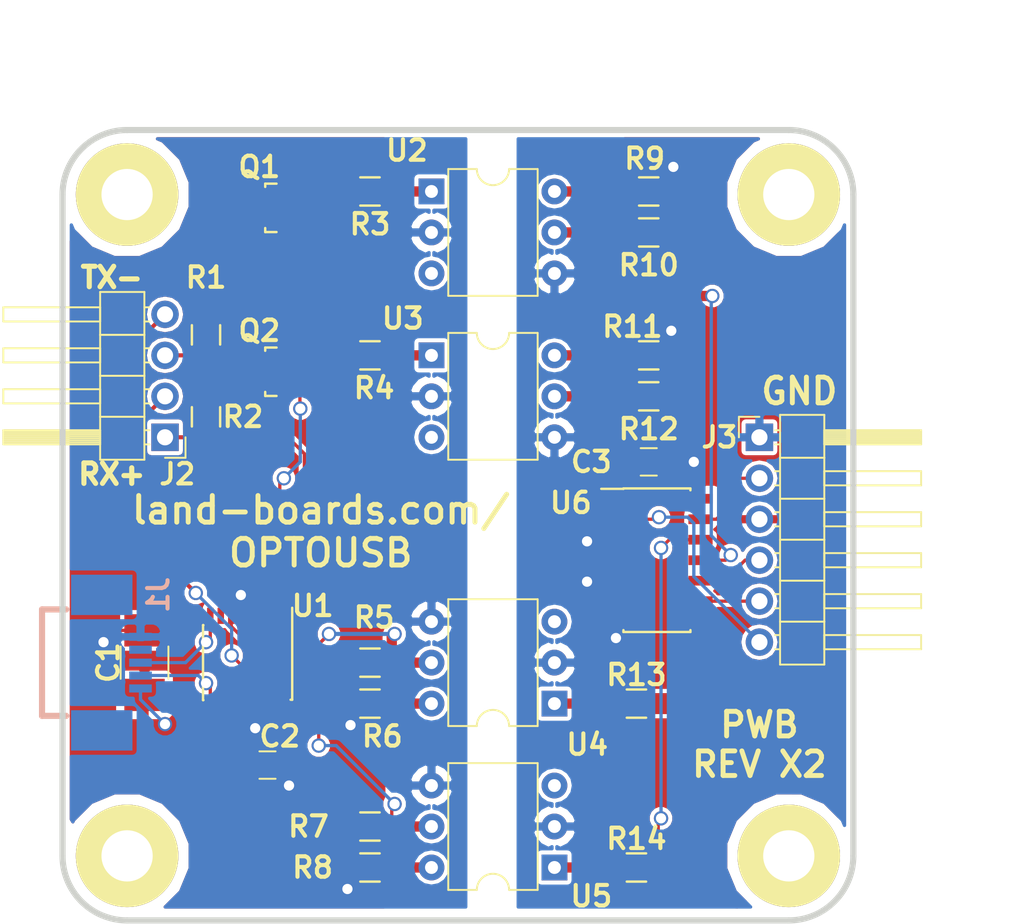
<source format=kicad_pcb>
(kicad_pcb (version 4) (host pcbnew 4.0.5)

  (general
    (links 66)
    (no_connects 0)
    (area -5.510486 -7.2512 64.229602 49.222501)
    (thickness 1.6002)
    (drawings 16)
    (tracks 171)
    (zones 0)
    (modules 32)
    (nets 34)
  )

  (page A4)
  (layers
    (0 Front signal)
    (31 Back signal hide)
    (36 B.SilkS user)
    (37 F.SilkS user)
    (38 B.Mask user)
    (39 F.Mask user)
    (40 Dwgs.User user)
    (41 Cmts.User user)
    (44 Edge.Cuts user)
  )

  (setup
    (last_trace_width 0.2032)
    (user_trace_width 0.254)
    (user_trace_width 0.635)
    (trace_clearance 0.2032)
    (zone_clearance 0.254)
    (zone_45_only no)
    (trace_min 0.2032)
    (segment_width 0.381)
    (edge_width 0.381)
    (via_size 0.889)
    (via_drill 0.635)
    (via_min_size 0.889)
    (via_min_drill 0.508)
    (uvia_size 0.508)
    (uvia_drill 0.127)
    (uvias_allowed no)
    (uvia_min_size 0.508)
    (uvia_min_drill 0.127)
    (pcb_text_width 0.3048)
    (pcb_text_size 1.524 2.032)
    (mod_edge_width 0.381)
    (mod_text_size 1.27 1.27)
    (mod_text_width 0.254)
    (pad_size 1.6764 1.6764)
    (pad_drill 0.8128)
    (pad_to_mask_clearance 0.254)
    (aux_axis_origin 0 0)
    (visible_elements 7FFFFF7F)
    (pcbplotparams
      (layerselection 0x010f0_80000001)
      (usegerberextensions false)
      (excludeedgelayer true)
      (linewidth 0.150000)
      (plotframeref false)
      (viasonmask false)
      (mode 1)
      (useauxorigin false)
      (hpglpennumber 1)
      (hpglpenspeed 20)
      (hpglpendiameter 15)
      (hpglpenoverlay 0)
      (psnegative false)
      (psa4output false)
      (plotreference true)
      (plotvalue false)
      (plotinvisibletext false)
      (padsonsilk false)
      (subtractmaskfromsilk false)
      (outputformat 1)
      (mirror false)
      (drillshape 0)
      (scaleselection 1)
      (outputdirectory plots/))
  )

  (net 0 "")
  (net 1 "Net-(R11-Pad2)")
  (net 2 /UVCC)
  (net 3 /UGND)
  (net 4 /+3.3V)
  (net 5 /DM)
  (net 6 /DP)
  (net 7 /PUP0)
  (net 8 /TXLED*)
  (net 9 /PUP1)
  (net 10 /RXLED*)
  (net 11 /UTX)
  (net 12 /URTS)
  (net 13 /LRX)
  (net 14 /URX)
  (net 15 /LTX)
  (net 16 "Net-(R8-Pad2)")
  (net 17 /LCTS)
  (net 18 /UCTS)
  (net 19 /LRTS)
  (net 20 GND)
  (net 21 /FCTS)
  (net 22 /FTX)
  (net 23 /FRX)
  (net 24 /FRTS)
  (net 25 "Net-(Q1-Pad2)")
  (net 26 "Net-(Q2-Pad2)")
  (net 27 VCC)
  (net 28 "Net-(R3-Pad2)")
  (net 29 "Net-(R4-Pad2)")
  (net 30 "Net-(R6-Pad2)")
  (net 31 "Net-(R9-Pad2)")
  (net 32 "Net-(R13-Pad1)")
  (net 33 "Net-(R14-Pad1)")

  (net_class Default "This is the default net class."
    (clearance 0.2032)
    (trace_width 0.2032)
    (via_dia 0.889)
    (via_drill 0.635)
    (uvia_dia 0.508)
    (uvia_drill 0.127)
    (add_net /+3.3V)
    (add_net /DM)
    (add_net /DP)
    (add_net /FCTS)
    (add_net /FRTS)
    (add_net /FRX)
    (add_net /FTX)
    (add_net /LCTS)
    (add_net /LRTS)
    (add_net /LRX)
    (add_net /LTX)
    (add_net /PUP0)
    (add_net /PUP1)
    (add_net /RXLED*)
    (add_net /TXLED*)
    (add_net /UCTS)
    (add_net /UGND)
    (add_net /URTS)
    (add_net /URX)
    (add_net /UTX)
    (add_net /UVCC)
    (add_net GND)
    (add_net "Net-(Q1-Pad2)")
    (add_net "Net-(Q2-Pad2)")
    (add_net "Net-(R11-Pad2)")
    (add_net "Net-(R13-Pad1)")
    (add_net "Net-(R14-Pad1)")
    (add_net "Net-(R3-Pad2)")
    (add_net "Net-(R4-Pad2)")
    (add_net "Net-(R6-Pad2)")
    (add_net "Net-(R8-Pad2)")
    (add_net "Net-(R9-Pad2)")
    (add_net VCC)
  )

  (module Housings_SOIC:SOIC-14_3.9x8.7mm_Pitch1.27mm (layer Front) (tedit 58C02B71) (tstamp 58BF2399)
    (at 36.83 26.67)
    (descr "14-Lead Plastic Small Outline (SL) - Narrow, 3.90 mm Body [SOIC] (see Microchip Packaging Specification 00000049BS.pdf)")
    (tags "SOIC 1.27")
    (path /58BFE6B2)
    (attr smd)
    (fp_text reference U6 (at -5.334 -3.556) (layer F.SilkS)
      (effects (font (size 1.27 1.27) (thickness 0.254)))
    )
    (fp_text value 74HC14 (at 0 5.375) (layer F.SilkS) hide
      (effects (font (size 1 1) (thickness 0.15)))
    )
    (fp_circle (center -1.25 -3.75) (end -1.5 -3.75) (layer F.Fab) (width 0.15))
    (fp_line (start -1.95 -4.35) (end -1.95 4.35) (layer F.Fab) (width 0.15))
    (fp_line (start 1.95 -4.35) (end -1.95 -4.35) (layer F.Fab) (width 0.15))
    (fp_line (start 1.95 4.35) (end 1.95 -4.35) (layer F.Fab) (width 0.15))
    (fp_line (start -1.95 4.35) (end 1.95 4.35) (layer F.Fab) (width 0.15))
    (fp_line (start -3.7 -4.65) (end -3.7 4.65) (layer F.CrtYd) (width 0.05))
    (fp_line (start 3.7 -4.65) (end 3.7 4.65) (layer F.CrtYd) (width 0.05))
    (fp_line (start -3.7 -4.65) (end 3.7 -4.65) (layer F.CrtYd) (width 0.05))
    (fp_line (start -3.7 4.65) (end 3.7 4.65) (layer F.CrtYd) (width 0.05))
    (fp_line (start -2.075 -4.45) (end -2.075 -4.425) (layer F.SilkS) (width 0.15))
    (fp_line (start 2.075 -4.45) (end 2.075 -4.335) (layer F.SilkS) (width 0.15))
    (fp_line (start 2.075 4.45) (end 2.075 4.335) (layer F.SilkS) (width 0.15))
    (fp_line (start -2.075 4.45) (end -2.075 4.335) (layer F.SilkS) (width 0.15))
    (fp_line (start -2.075 -4.45) (end 2.075 -4.45) (layer F.SilkS) (width 0.15))
    (fp_line (start -2.075 4.45) (end 2.075 4.45) (layer F.SilkS) (width 0.15))
    (fp_line (start -2.075 -4.425) (end -3.45 -4.425) (layer F.SilkS) (width 0.15))
    (pad 1 smd rect (at -2.7 -3.81) (size 1.5 0.6) (layers Front F.Mask)
      (net 19 /LRTS))
    (pad 2 smd rect (at -2.7 -2.54) (size 1.5 0.6) (layers Front F.Mask)
      (net 24 /FRTS))
    (pad 3 smd rect (at -2.7 -1.27) (size 1.5 0.6) (layers Front F.Mask)
      (net 20 GND))
    (pad 4 smd rect (at -2.7 0) (size 1.5 0.6) (layers Front F.Mask))
    (pad 5 smd rect (at -2.7 1.27) (size 1.5 0.6) (layers Front F.Mask)
      (net 20 GND))
    (pad 6 smd rect (at -2.7 2.54) (size 1.5 0.6) (layers Front F.Mask))
    (pad 7 smd rect (at -2.7 3.81) (size 1.5 0.6) (layers Front F.Mask)
      (net 20 GND))
    (pad 8 smd rect (at 2.7 3.81) (size 1.5 0.6) (layers Front F.Mask)
      (net 13 /LRX))
    (pad 9 smd rect (at 2.7 2.54) (size 1.5 0.6) (layers Front F.Mask)
      (net 23 /FRX))
    (pad 10 smd rect (at 2.7 1.27) (size 1.5 0.6) (layers Front F.Mask)
      (net 22 /FTX))
    (pad 11 smd rect (at 2.7 0) (size 1.5 0.6) (layers Front F.Mask)
      (net 15 /LTX))
    (pad 12 smd rect (at 2.7 -1.27) (size 1.5 0.6) (layers Front F.Mask)
      (net 17 /LCTS))
    (pad 13 smd rect (at 2.7 -2.54) (size 1.5 0.6) (layers Front F.Mask)
      (net 21 /FCTS))
    (pad 14 smd rect (at 2.7 -3.81) (size 1.5 0.6) (layers Front F.Mask)
      (net 27 VCC))
    (model Housings_SOIC.3dshapes/SOIC-14_3.9x8.7mm_Pitch1.27mm.wrl
      (at (xyz 0 0 0))
      (scale (xyz 1 1 1))
      (rotate (xyz 0 0 0))
    )
  )

  (module Resistors_SMD:R_0805_HandSoldering (layer Front) (tedit 58C02921) (tstamp 557B0568)
    (at 8.89 17.78 270)
    (descr "Resistor SMD 0805, hand soldering")
    (tags "resistor 0805")
    (path /4FF314CB)
    (attr smd)
    (fp_text reference R2 (at 0 -2.286 360) (layer F.SilkS)
      (effects (font (size 1.27 1.27) (thickness 0.254)))
    )
    (fp_text value 270 (at 0 2.1 270) (layer F.SilkS) hide
      (effects (font (size 1 1) (thickness 0.15)))
    )
    (fp_line (start -2.4 -1) (end 2.4 -1) (layer F.CrtYd) (width 0.05))
    (fp_line (start -2.4 1) (end 2.4 1) (layer F.CrtYd) (width 0.05))
    (fp_line (start -2.4 -1) (end -2.4 1) (layer F.CrtYd) (width 0.05))
    (fp_line (start 2.4 -1) (end 2.4 1) (layer F.CrtYd) (width 0.05))
    (fp_line (start 0.6 0.875) (end -0.6 0.875) (layer F.SilkS) (width 0.15))
    (fp_line (start -0.6 -0.875) (end 0.6 -0.875) (layer F.SilkS) (width 0.15))
    (pad 1 smd rect (at -1.35 0 270) (size 1.5 1.3) (layers Front F.Mask)
      (net 2 /UVCC))
    (pad 2 smd rect (at 1.35 0 270) (size 1.5 1.3) (layers Front F.Mask)
      (net 7 /PUP0))
    (model Resistors_SMD.3dshapes/R_0805_HandSoldering.wrl
      (at (xyz 0 0 0))
      (scale (xyz 1 1 1))
      (rotate (xyz 0 0 0))
    )
  )

  (module Resistors_SMD:R_0805_HandSoldering (layer Front) (tedit 58C029B4) (tstamp 557B0573)
    (at 35.56 45.72)
    (descr "Resistor SMD 0805, hand soldering")
    (tags "resistor 0805")
    (path /58C149CF)
    (attr smd)
    (fp_text reference R14 (at 0 -1.778) (layer F.SilkS)
      (effects (font (size 1.27 1.27) (thickness 0.254)))
    )
    (fp_text value 150 (at 0 2.1) (layer F.SilkS) hide
      (effects (font (size 1 1) (thickness 0.15)))
    )
    (fp_line (start -2.4 -1) (end 2.4 -1) (layer F.CrtYd) (width 0.05))
    (fp_line (start -2.4 1) (end 2.4 1) (layer F.CrtYd) (width 0.05))
    (fp_line (start -2.4 -1) (end -2.4 1) (layer F.CrtYd) (width 0.05))
    (fp_line (start 2.4 -1) (end 2.4 1) (layer F.CrtYd) (width 0.05))
    (fp_line (start 0.6 0.875) (end -0.6 0.875) (layer F.SilkS) (width 0.15))
    (fp_line (start -0.6 -0.875) (end 0.6 -0.875) (layer F.SilkS) (width 0.15))
    (pad 1 smd rect (at -1.35 0) (size 1.5 1.3) (layers Front F.Mask)
      (net 33 "Net-(R14-Pad1)"))
    (pad 2 smd rect (at 1.35 0) (size 1.5 1.3) (layers Front F.Mask)
      (net 17 /LCTS))
    (model Resistors_SMD.3dshapes/R_0805_HandSoldering.wrl
      (at (xyz 0 0 0))
      (scale (xyz 1 1 1))
      (rotate (xyz 0 0 0))
    )
  )

  (module Resistors_SMD:R_0805_HandSoldering (layer Front) (tedit 58C0291C) (tstamp 557B0589)
    (at 8.89 12.7 270)
    (descr "Resistor SMD 0805, hand soldering")
    (tags "resistor 0805")
    (path /4FF314D2)
    (attr smd)
    (fp_text reference R1 (at -3.556 0 360) (layer F.SilkS)
      (effects (font (size 1.27 1.27) (thickness 0.254)))
    )
    (fp_text value 270 (at 0 2.1 270) (layer F.SilkS) hide
      (effects (font (size 1 1) (thickness 0.15)))
    )
    (fp_line (start -2.4 -1) (end 2.4 -1) (layer F.CrtYd) (width 0.05))
    (fp_line (start -2.4 1) (end 2.4 1) (layer F.CrtYd) (width 0.05))
    (fp_line (start -2.4 -1) (end -2.4 1) (layer F.CrtYd) (width 0.05))
    (fp_line (start 2.4 -1) (end 2.4 1) (layer F.CrtYd) (width 0.05))
    (fp_line (start 0.6 0.875) (end -0.6 0.875) (layer F.SilkS) (width 0.15))
    (fp_line (start -0.6 -0.875) (end 0.6 -0.875) (layer F.SilkS) (width 0.15))
    (pad 1 smd rect (at -1.35 0 270) (size 1.5 1.3) (layers Front F.Mask)
      (net 2 /UVCC))
    (pad 2 smd rect (at 1.35 0 270) (size 1.5 1.3) (layers Front F.Mask)
      (net 9 /PUP1))
    (model Resistors_SMD.3dshapes/R_0805_HandSoldering.wrl
      (at (xyz 0 0 0))
      (scale (xyz 1 1 1))
      (rotate (xyz 0 0 0))
    )
  )

  (module Resistors_SMD:R_0805_HandSoldering (layer Front) (tedit 58C02B65) (tstamp 557B0594)
    (at 19.05 43.18)
    (descr "Resistor SMD 0805, hand soldering")
    (tags "resistor 0805")
    (path /58C149E8)
    (attr smd)
    (fp_text reference R7 (at -3.81 0) (layer F.SilkS)
      (effects (font (size 1.27 1.27) (thickness 0.254)))
    )
    (fp_text value 1.2K (at 0 2.1) (layer F.SilkS) hide
      (effects (font (size 1 1) (thickness 0.15)))
    )
    (fp_line (start -2.4 -1) (end 2.4 -1) (layer F.CrtYd) (width 0.05))
    (fp_line (start -2.4 1) (end 2.4 1) (layer F.CrtYd) (width 0.05))
    (fp_line (start -2.4 -1) (end -2.4 1) (layer F.CrtYd) (width 0.05))
    (fp_line (start 2.4 -1) (end 2.4 1) (layer F.CrtYd) (width 0.05))
    (fp_line (start 0.6 0.875) (end -0.6 0.875) (layer F.SilkS) (width 0.15))
    (fp_line (start -0.6 -0.875) (end 0.6 -0.875) (layer F.SilkS) (width 0.15))
    (pad 1 smd rect (at -1.35 0) (size 1.5 1.3) (layers Front F.Mask)
      (net 2 /UVCC))
    (pad 2 smd rect (at 1.35 0) (size 1.5 1.3) (layers Front F.Mask)
      (net 18 /UCTS))
    (model Resistors_SMD.3dshapes/R_0805_HandSoldering.wrl
      (at (xyz 0 0 0))
      (scale (xyz 1 1 1))
      (rotate (xyz 0 0 0))
    )
  )

  (module Resistors_SMD:R_0805_HandSoldering (layer Front) (tedit 58C029AF) (tstamp 557B05AA)
    (at 35.56 35.56)
    (descr "Resistor SMD 0805, hand soldering")
    (tags "resistor 0805")
    (path /58C1499A)
    (attr smd)
    (fp_text reference R13 (at 0 -1.778) (layer F.SilkS)
      (effects (font (size 1.27 1.27) (thickness 0.254)))
    )
    (fp_text value 150 (at 0 2.1) (layer F.SilkS) hide
      (effects (font (size 1 1) (thickness 0.15)))
    )
    (fp_line (start -2.4 -1) (end 2.4 -1) (layer F.CrtYd) (width 0.05))
    (fp_line (start -2.4 1) (end 2.4 1) (layer F.CrtYd) (width 0.05))
    (fp_line (start -2.4 -1) (end -2.4 1) (layer F.CrtYd) (width 0.05))
    (fp_line (start 2.4 -1) (end 2.4 1) (layer F.CrtYd) (width 0.05))
    (fp_line (start 0.6 0.875) (end -0.6 0.875) (layer F.SilkS) (width 0.15))
    (fp_line (start -0.6 -0.875) (end 0.6 -0.875) (layer F.SilkS) (width 0.15))
    (pad 1 smd rect (at -1.35 0) (size 1.5 1.3) (layers Front F.Mask)
      (net 32 "Net-(R13-Pad1)"))
    (pad 2 smd rect (at 1.35 0) (size 1.5 1.3) (layers Front F.Mask)
      (net 13 /LRX))
    (model Resistors_SMD.3dshapes/R_0805_HandSoldering.wrl
      (at (xyz 0 0 0))
      (scale (xyz 1 1 1))
      (rotate (xyz 0 0 0))
    )
  )

  (module Resistors_SMD:R_0805_HandSoldering (layer Front) (tedit 58C02950) (tstamp 557B05B5)
    (at 19.05 13.97)
    (descr "Resistor SMD 0805, hand soldering")
    (tags "resistor 0805")
    (path /58C0EC20)
    (attr smd)
    (fp_text reference R4 (at 0.254 2.032) (layer F.SilkS)
      (effects (font (size 1.27 1.27) (thickness 0.254)))
    )
    (fp_text value 150 (at 0 2.1) (layer F.SilkS) hide
      (effects (font (size 1 1) (thickness 0.15)))
    )
    (fp_line (start -2.4 -1) (end 2.4 -1) (layer F.CrtYd) (width 0.05))
    (fp_line (start -2.4 1) (end 2.4 1) (layer F.CrtYd) (width 0.05))
    (fp_line (start -2.4 -1) (end -2.4 1) (layer F.CrtYd) (width 0.05))
    (fp_line (start 2.4 -1) (end 2.4 1) (layer F.CrtYd) (width 0.05))
    (fp_line (start 0.6 0.875) (end -0.6 0.875) (layer F.SilkS) (width 0.15))
    (fp_line (start -0.6 -0.875) (end 0.6 -0.875) (layer F.SilkS) (width 0.15))
    (pad 1 smd rect (at -1.35 0) (size 1.5 1.3) (layers Front F.Mask)
      (net 26 "Net-(Q2-Pad2)"))
    (pad 2 smd rect (at 1.35 0) (size 1.5 1.3) (layers Front F.Mask)
      (net 29 "Net-(R4-Pad2)"))
    (model Resistors_SMD.3dshapes/R_0805_HandSoldering.wrl
      (at (xyz 0 0 0))
      (scale (xyz 1 1 1))
      (rotate (xyz 0 0 0))
    )
  )

  (module Resistors_SMD:R_0805_HandSoldering (layer Front) (tedit 58C02966) (tstamp 557B05CB)
    (at 19.05 33.02)
    (descr "Resistor SMD 0805, hand soldering")
    (tags "resistor 0805")
    (path /58C149B4)
    (attr smd)
    (fp_text reference R5 (at 0.254 -2.794) (layer F.SilkS)
      (effects (font (size 1.27 1.27) (thickness 0.254)))
    )
    (fp_text value 1.2K (at 0 2.1) (layer F.SilkS) hide
      (effects (font (size 1 1) (thickness 0.15)))
    )
    (fp_line (start -2.4 -1) (end 2.4 -1) (layer F.CrtYd) (width 0.05))
    (fp_line (start -2.4 1) (end 2.4 1) (layer F.CrtYd) (width 0.05))
    (fp_line (start -2.4 -1) (end -2.4 1) (layer F.CrtYd) (width 0.05))
    (fp_line (start 2.4 -1) (end 2.4 1) (layer F.CrtYd) (width 0.05))
    (fp_line (start 0.6 0.875) (end -0.6 0.875) (layer F.SilkS) (width 0.15))
    (fp_line (start -0.6 -0.875) (end 0.6 -0.875) (layer F.SilkS) (width 0.15))
    (pad 1 smd rect (at -1.35 0) (size 1.5 1.3) (layers Front F.Mask)
      (net 2 /UVCC))
    (pad 2 smd rect (at 1.35 0) (size 1.5 1.3) (layers Front F.Mask)
      (net 14 /URX))
    (model Resistors_SMD.3dshapes/R_0805_HandSoldering.wrl
      (at (xyz 0 0 0))
      (scale (xyz 1 1 1))
      (rotate (xyz 0 0 0))
    )
  )

  (module Resistors_SMD:R_0805_HandSoldering (layer Front) (tedit 58C0282E) (tstamp 557B05D6)
    (at 36.322 16.51 180)
    (descr "Resistor SMD 0805, hand soldering")
    (tags "resistor 0805")
    (path /58C0EC3A)
    (attr smd)
    (fp_text reference R12 (at 0 -2.032 180) (layer F.SilkS)
      (effects (font (size 1.27 1.27) (thickness 0.254)))
    )
    (fp_text value 1.2K (at 0 2.1 180) (layer F.SilkS) hide
      (effects (font (size 1 1) (thickness 0.15)))
    )
    (fp_line (start -2.4 -1) (end 2.4 -1) (layer F.CrtYd) (width 0.05))
    (fp_line (start -2.4 1) (end 2.4 1) (layer F.CrtYd) (width 0.05))
    (fp_line (start -2.4 -1) (end -2.4 1) (layer F.CrtYd) (width 0.05))
    (fp_line (start 2.4 -1) (end 2.4 1) (layer F.CrtYd) (width 0.05))
    (fp_line (start 0.6 0.875) (end -0.6 0.875) (layer F.SilkS) (width 0.15))
    (fp_line (start -0.6 -0.875) (end 0.6 -0.875) (layer F.SilkS) (width 0.15))
    (pad 1 smd rect (at -1.35 0 180) (size 1.5 1.3) (layers Front F.Mask)
      (net 27 VCC))
    (pad 2 smd rect (at 1.35 0 180) (size 1.5 1.3) (layers Front F.Mask)
      (net 19 /LRTS))
    (model Resistors_SMD.3dshapes/R_0805_HandSoldering.wrl
      (at (xyz 0 0 0))
      (scale (xyz 1 1 1))
      (rotate (xyz 0 0 0))
    )
  )

  (module MTG-4-40 (layer Front) (tedit 53F3AE25) (tstamp 557B0E94)
    (at 4 4)
    (path /4FF369A7)
    (clearance 0.635)
    (fp_text reference MTG1 (at -6.858 -0.635) (layer F.SilkS) hide
      (effects (font (size 1.27 1.27) (thickness 0.254)))
    )
    (fp_text value CONN_1 (at 0 -5.08) (layer F.SilkS) hide
      (effects (font (thickness 0.3048)))
    )
    (pad 1 thru_hole circle (at 0 0) (size 6.35 6.35) (drill 3.175) (layers *.Cu *.Mask F.SilkS))
  )

  (module MTG-4-40 (layer Front) (tedit 53F3AE25) (tstamp 557B0E98)
    (at 45 4)
    (path /58C19CEA)
    (clearance 0.635)
    (fp_text reference MTG3 (at -6.858 -0.635) (layer F.SilkS) hide
      (effects (font (size 1.27 1.27) (thickness 0.254)))
    )
    (fp_text value CONN_1 (at 0 -5.08) (layer F.SilkS) hide
      (effects (font (thickness 0.3048)))
    )
    (pad 1 thru_hole circle (at 0 0) (size 6.35 6.35) (drill 3.175) (layers *.Cu *.Mask F.SilkS))
  )

  (module MTG-4-40 (layer Front) (tedit 53F3AE25) (tstamp 557B0E9C)
    (at 4 45)
    (path /4FF369AF)
    (clearance 0.635)
    (fp_text reference MTG2 (at -6.858 -0.635) (layer F.SilkS) hide
      (effects (font (size 1.27 1.27) (thickness 0.254)))
    )
    (fp_text value CONN_1 (at 0 -5.08) (layer F.SilkS) hide
      (effects (font (thickness 0.3048)))
    )
    (pad 1 thru_hole circle (at 0 0) (size 6.35 6.35) (drill 3.175) (layers *.Cu *.Mask F.SilkS))
  )

  (module MTG-4-40 (layer Front) (tedit 53F3AE25) (tstamp 557B0EA0)
    (at 45 45)
    (path /58C19CE0)
    (clearance 0.635)
    (fp_text reference MTG4 (at -6.858 -0.635) (layer F.SilkS) hide
      (effects (font (size 1.27 1.27) (thickness 0.254)))
    )
    (fp_text value CONN_1 (at 0 -5.08) (layer F.SilkS) hide
      (effects (font (thickness 0.3048)))
    )
    (pad 1 thru_hole circle (at 0 0) (size 6.35 6.35) (drill 3.175) (layers *.Cu *.Mask F.SilkS))
  )

  (module Resistors_SMD:R_0805_HandSoldering (layer Front) (tedit 58C02B68) (tstamp 5857E9F8)
    (at 19.05 45.72)
    (descr "Resistor SMD 0805, hand soldering")
    (tags "resistor 0805")
    (path /58C149DB)
    (attr smd)
    (fp_text reference R8 (at -3.556 0) (layer F.SilkS)
      (effects (font (size 1.27 1.27) (thickness 0.254)))
    )
    (fp_text value 20K (at 0 2.1) (layer F.SilkS) hide
      (effects (font (size 1 1) (thickness 0.15)))
    )
    (fp_line (start -1 0.625) (end -1 -0.625) (layer F.Fab) (width 0.1))
    (fp_line (start 1 0.625) (end -1 0.625) (layer F.Fab) (width 0.1))
    (fp_line (start 1 -0.625) (end 1 0.625) (layer F.Fab) (width 0.1))
    (fp_line (start -1 -0.625) (end 1 -0.625) (layer F.Fab) (width 0.1))
    (fp_line (start -2.4 -1) (end 2.4 -1) (layer F.CrtYd) (width 0.05))
    (fp_line (start -2.4 1) (end 2.4 1) (layer F.CrtYd) (width 0.05))
    (fp_line (start -2.4 -1) (end -2.4 1) (layer F.CrtYd) (width 0.05))
    (fp_line (start 2.4 -1) (end 2.4 1) (layer F.CrtYd) (width 0.05))
    (fp_line (start 0.6 0.875) (end -0.6 0.875) (layer F.SilkS) (width 0.15))
    (fp_line (start -0.6 -0.875) (end 0.6 -0.875) (layer F.SilkS) (width 0.15))
    (pad 1 smd rect (at -1.35 0) (size 1.5 1.3) (layers Front F.Mask)
      (net 3 /UGND))
    (pad 2 smd rect (at 1.35 0) (size 1.5 1.3) (layers Front F.Mask)
      (net 16 "Net-(R8-Pad2)"))
    (model Resistors_SMD.3dshapes/R_0805_HandSoldering.wrl
      (at (xyz 0 0 0))
      (scale (xyz 1 1 1))
      (rotate (xyz 0 0 0))
    )
  )

  (module Resistors_SMD:R_0805_HandSoldering (layer Front) (tedit 58C029AA) (tstamp 5857EA08)
    (at 36.322 13.97 180)
    (descr "Resistor SMD 0805, hand soldering")
    (tags "resistor 0805")
    (path /58C0EC2D)
    (attr smd)
    (fp_text reference R11 (at 1.016 1.778 180) (layer F.SilkS)
      (effects (font (size 1.27 1.27) (thickness 0.254)))
    )
    (fp_text value 20K (at 0 2.1 180) (layer F.SilkS) hide
      (effects (font (size 1 1) (thickness 0.15)))
    )
    (fp_line (start -1 0.625) (end -1 -0.625) (layer F.Fab) (width 0.1))
    (fp_line (start 1 0.625) (end -1 0.625) (layer F.Fab) (width 0.1))
    (fp_line (start 1 -0.625) (end 1 0.625) (layer F.Fab) (width 0.1))
    (fp_line (start -1 -0.625) (end 1 -0.625) (layer F.Fab) (width 0.1))
    (fp_line (start -2.4 -1) (end 2.4 -1) (layer F.CrtYd) (width 0.05))
    (fp_line (start -2.4 1) (end 2.4 1) (layer F.CrtYd) (width 0.05))
    (fp_line (start -2.4 -1) (end -2.4 1) (layer F.CrtYd) (width 0.05))
    (fp_line (start 2.4 -1) (end 2.4 1) (layer F.CrtYd) (width 0.05))
    (fp_line (start 0.6 0.875) (end -0.6 0.875) (layer F.SilkS) (width 0.15))
    (fp_line (start -0.6 -0.875) (end 0.6 -0.875) (layer F.SilkS) (width 0.15))
    (pad 1 smd rect (at -1.35 0 180) (size 1.5 1.3) (layers Front F.Mask)
      (net 20 GND))
    (pad 2 smd rect (at 1.35 0 180) (size 1.5 1.3) (layers Front F.Mask)
      (net 1 "Net-(R11-Pad2)"))
    (model Resistors_SMD.3dshapes/R_0805_HandSoldering.wrl
      (at (xyz 0 0 0))
      (scale (xyz 1 1 1))
      (rotate (xyz 0 0 0))
    )
  )

  (module Resistors_SMD:R_0805_HandSoldering (layer Front) (tedit 58C02941) (tstamp 5857EE2B)
    (at 19.05 3.81)
    (descr "Resistor SMD 0805, hand soldering")
    (tags "resistor 0805")
    (path /58BFF5C0)
    (attr smd)
    (fp_text reference R3 (at 0 2.032) (layer F.SilkS)
      (effects (font (size 1.27 1.27) (thickness 0.254)))
    )
    (fp_text value 150 (at 0 2.1) (layer F.SilkS) hide
      (effects (font (size 1 1) (thickness 0.15)))
    )
    (fp_line (start -1 0.625) (end -1 -0.625) (layer F.Fab) (width 0.1))
    (fp_line (start 1 0.625) (end -1 0.625) (layer F.Fab) (width 0.1))
    (fp_line (start 1 -0.625) (end 1 0.625) (layer F.Fab) (width 0.1))
    (fp_line (start -1 -0.625) (end 1 -0.625) (layer F.Fab) (width 0.1))
    (fp_line (start -2.4 -1) (end 2.4 -1) (layer F.CrtYd) (width 0.05))
    (fp_line (start -2.4 1) (end 2.4 1) (layer F.CrtYd) (width 0.05))
    (fp_line (start -2.4 -1) (end -2.4 1) (layer F.CrtYd) (width 0.05))
    (fp_line (start 2.4 -1) (end 2.4 1) (layer F.CrtYd) (width 0.05))
    (fp_line (start 0.6 0.875) (end -0.6 0.875) (layer F.SilkS) (width 0.15))
    (fp_line (start -0.6 -0.875) (end 0.6 -0.875) (layer F.SilkS) (width 0.15))
    (pad 1 smd rect (at -1.35 0) (size 1.5 1.3) (layers Front F.Mask)
      (net 25 "Net-(Q1-Pad2)"))
    (pad 2 smd rect (at 1.35 0) (size 1.5 1.3) (layers Front F.Mask)
      (net 28 "Net-(R3-Pad2)"))
    (model Resistors_SMD.3dshapes/R_0805_HandSoldering.wrl
      (at (xyz 0 0 0))
      (scale (xyz 1 1 1))
      (rotate (xyz 0 0 0))
    )
  )

  (module Resistors_SMD:R_0805_HandSoldering (layer Front) (tedit 58C0299F) (tstamp 5857EE3B)
    (at 36.322 6.35 180)
    (descr "Resistor SMD 0805, hand soldering")
    (tags "resistor 0805")
    (path /58C0B73D)
    (attr smd)
    (fp_text reference R10 (at 0 -2.032 180) (layer F.SilkS)
      (effects (font (size 1.27 1.27) (thickness 0.254)))
    )
    (fp_text value 1.2K (at 0 2.1 180) (layer F.SilkS) hide
      (effects (font (size 1 1) (thickness 0.15)))
    )
    (fp_line (start -1 0.625) (end -1 -0.625) (layer F.Fab) (width 0.1))
    (fp_line (start 1 0.625) (end -1 0.625) (layer F.Fab) (width 0.1))
    (fp_line (start 1 -0.625) (end 1 0.625) (layer F.Fab) (width 0.1))
    (fp_line (start -1 -0.625) (end 1 -0.625) (layer F.Fab) (width 0.1))
    (fp_line (start -2.4 -1) (end 2.4 -1) (layer F.CrtYd) (width 0.05))
    (fp_line (start -2.4 1) (end 2.4 1) (layer F.CrtYd) (width 0.05))
    (fp_line (start -2.4 -1) (end -2.4 1) (layer F.CrtYd) (width 0.05))
    (fp_line (start 2.4 -1) (end 2.4 1) (layer F.CrtYd) (width 0.05))
    (fp_line (start 0.6 0.875) (end -0.6 0.875) (layer F.SilkS) (width 0.15))
    (fp_line (start -0.6 -0.875) (end 0.6 -0.875) (layer F.SilkS) (width 0.15))
    (pad 1 smd rect (at -1.35 0 180) (size 1.5 1.3) (layers Front F.Mask)
      (net 27 VCC))
    (pad 2 smd rect (at 1.35 0 180) (size 1.5 1.3) (layers Front F.Mask)
      (net 15 /LTX))
    (model Resistors_SMD.3dshapes/R_0805_HandSoldering.wrl
      (at (xyz 0 0 0))
      (scale (xyz 1 1 1))
      (rotate (xyz 0 0 0))
    )
  )

  (module Resistors_SMD:R_0805_HandSoldering (layer Front) (tedit 58C02975) (tstamp 5857EE4B)
    (at 19.05 35.56)
    (descr "Resistor SMD 0805, hand soldering")
    (tags "resistor 0805")
    (path /58C149A7)
    (attr smd)
    (fp_text reference R6 (at 0.762 2.032) (layer F.SilkS)
      (effects (font (size 1.27 1.27) (thickness 0.254)))
    )
    (fp_text value 20K (at 0 2.1) (layer F.SilkS) hide
      (effects (font (size 1 1) (thickness 0.15)))
    )
    (fp_line (start -1 0.625) (end -1 -0.625) (layer F.Fab) (width 0.1))
    (fp_line (start 1 0.625) (end -1 0.625) (layer F.Fab) (width 0.1))
    (fp_line (start 1 -0.625) (end 1 0.625) (layer F.Fab) (width 0.1))
    (fp_line (start -1 -0.625) (end 1 -0.625) (layer F.Fab) (width 0.1))
    (fp_line (start -2.4 -1) (end 2.4 -1) (layer F.CrtYd) (width 0.05))
    (fp_line (start -2.4 1) (end 2.4 1) (layer F.CrtYd) (width 0.05))
    (fp_line (start -2.4 -1) (end -2.4 1) (layer F.CrtYd) (width 0.05))
    (fp_line (start 2.4 -1) (end 2.4 1) (layer F.CrtYd) (width 0.05))
    (fp_line (start 0.6 0.875) (end -0.6 0.875) (layer F.SilkS) (width 0.15))
    (fp_line (start -0.6 -0.875) (end 0.6 -0.875) (layer F.SilkS) (width 0.15))
    (pad 1 smd rect (at -1.35 0) (size 1.5 1.3) (layers Front F.Mask)
      (net 3 /UGND))
    (pad 2 smd rect (at 1.35 0) (size 1.5 1.3) (layers Front F.Mask)
      (net 30 "Net-(R6-Pad2)"))
    (model Resistors_SMD.3dshapes/R_0805_HandSoldering.wrl
      (at (xyz 0 0 0))
      (scale (xyz 1 1 1))
      (rotate (xyz 0 0 0))
    )
  )

  (module Resistors_SMD:R_0805_HandSoldering (layer Front) (tedit 58C0299A) (tstamp 5857EE5B)
    (at 36.322 3.81 180)
    (descr "Resistor SMD 0805, hand soldering")
    (tags "resistor 0805")
    (path /58C025C5)
    (attr smd)
    (fp_text reference R9 (at 0.254 2.032 360) (layer F.SilkS)
      (effects (font (size 1.27 1.27) (thickness 0.254)))
    )
    (fp_text value 20K (at 0 2.1 180) (layer F.SilkS) hide
      (effects (font (size 1 1) (thickness 0.15)))
    )
    (fp_line (start -1 0.625) (end -1 -0.625) (layer F.Fab) (width 0.1))
    (fp_line (start 1 0.625) (end -1 0.625) (layer F.Fab) (width 0.1))
    (fp_line (start 1 -0.625) (end 1 0.625) (layer F.Fab) (width 0.1))
    (fp_line (start -1 -0.625) (end 1 -0.625) (layer F.Fab) (width 0.1))
    (fp_line (start -2.4 -1) (end 2.4 -1) (layer F.CrtYd) (width 0.05))
    (fp_line (start -2.4 1) (end 2.4 1) (layer F.CrtYd) (width 0.05))
    (fp_line (start -2.4 -1) (end -2.4 1) (layer F.CrtYd) (width 0.05))
    (fp_line (start 2.4 -1) (end 2.4 1) (layer F.CrtYd) (width 0.05))
    (fp_line (start 0.6 0.875) (end -0.6 0.875) (layer F.SilkS) (width 0.15))
    (fp_line (start -0.6 -0.875) (end 0.6 -0.875) (layer F.SilkS) (width 0.15))
    (pad 1 smd rect (at -1.35 0 180) (size 1.5 1.3) (layers Front F.Mask)
      (net 20 GND))
    (pad 2 smd rect (at 1.35 0 180) (size 1.5 1.3) (layers Front F.Mask)
      (net 31 "Net-(R9-Pad2)"))
    (model Resistors_SMD.3dshapes/R_0805_HandSoldering.wrl
      (at (xyz 0 0 0))
      (scale (xyz 1 1 1))
      (rotate (xyz 0 0 0))
    )
  )

  (module Capacitors_SMD:C_1210_HandSoldering (layer Front) (tedit 58BF2185) (tstamp 58BF21F8)
    (at 5.08 33.02 90)
    (descr "Capacitor SMD 1210, hand soldering")
    (tags "capacitor 1210")
    (path /4FF312AD)
    (attr smd)
    (fp_text reference C1 (at 0 -2.25 90) (layer F.SilkS)
      (effects (font (size 1.27 1.27) (thickness 0.254)))
    )
    (fp_text value 10uF (at 0 2.5 90) (layer F.SilkS) hide
      (effects (font (size 1 1) (thickness 0.15)))
    )
    (fp_text user %R (at 0 -2.25 90) (layer F.Fab)
      (effects (font (size 1 1) (thickness 0.15)))
    )
    (fp_line (start -1.6 1.25) (end -1.6 -1.25) (layer F.Fab) (width 0.1))
    (fp_line (start 1.6 1.25) (end -1.6 1.25) (layer F.Fab) (width 0.1))
    (fp_line (start 1.6 -1.25) (end 1.6 1.25) (layer F.Fab) (width 0.1))
    (fp_line (start -1.6 -1.25) (end 1.6 -1.25) (layer F.Fab) (width 0.1))
    (fp_line (start 1 -1.48) (end -1 -1.48) (layer F.SilkS) (width 0.12))
    (fp_line (start -1 1.48) (end 1 1.48) (layer F.SilkS) (width 0.12))
    (fp_line (start -3.25 -1.5) (end 3.25 -1.5) (layer F.CrtYd) (width 0.05))
    (fp_line (start -3.25 -1.5) (end -3.25 1.5) (layer F.CrtYd) (width 0.05))
    (fp_line (start 3.25 1.5) (end 3.25 -1.5) (layer F.CrtYd) (width 0.05))
    (fp_line (start 3.25 1.5) (end -3.25 1.5) (layer F.CrtYd) (width 0.05))
    (pad 1 smd rect (at -2 0 90) (size 2 2.5) (layers Front F.Mask)
      (net 2 /UVCC))
    (pad 2 smd rect (at 2 0 90) (size 2 2.5) (layers Front F.Mask)
      (net 3 /UGND))
    (model Capacitors_SMD.3dshapes/C_1210.wrl
      (at (xyz 0 0 0))
      (scale (xyz 1 1 1))
      (rotate (xyz 0 0 0))
    )
  )

  (module Capacitors_SMD:C_0805_HandSoldering (layer Front) (tedit 58C02C49) (tstamp 58BF2209)
    (at 12.7 39.37)
    (descr "Capacitor SMD 0805, hand soldering")
    (tags "capacitor 0805")
    (path /4FF31376)
    (attr smd)
    (fp_text reference C2 (at 0.762 -1.778) (layer F.SilkS)
      (effects (font (size 1.27 1.27) (thickness 0.254)))
    )
    (fp_text value 0.1uF (at 0 1.75) (layer F.SilkS) hide
      (effects (font (size 1 1) (thickness 0.15)))
    )
    (fp_text user %R (at 0 -1.75) (layer F.Fab)
      (effects (font (size 1 1) (thickness 0.15)))
    )
    (fp_line (start -1 0.62) (end -1 -0.62) (layer F.Fab) (width 0.1))
    (fp_line (start 1 0.62) (end -1 0.62) (layer F.Fab) (width 0.1))
    (fp_line (start 1 -0.62) (end 1 0.62) (layer F.Fab) (width 0.1))
    (fp_line (start -1 -0.62) (end 1 -0.62) (layer F.Fab) (width 0.1))
    (fp_line (start 0.5 -0.85) (end -0.5 -0.85) (layer F.SilkS) (width 0.12))
    (fp_line (start -0.5 0.85) (end 0.5 0.85) (layer F.SilkS) (width 0.12))
    (fp_line (start -2.25 -0.88) (end 2.25 -0.88) (layer F.CrtYd) (width 0.05))
    (fp_line (start -2.25 -0.88) (end -2.25 0.87) (layer F.CrtYd) (width 0.05))
    (fp_line (start 2.25 0.87) (end 2.25 -0.88) (layer F.CrtYd) (width 0.05))
    (fp_line (start 2.25 0.87) (end -2.25 0.87) (layer F.CrtYd) (width 0.05))
    (pad 1 smd rect (at -1.25 0) (size 1.5 1.25) (layers Front F.Mask)
      (net 4 /+3.3V))
    (pad 2 smd rect (at 1.25 0) (size 1.5 1.25) (layers Front F.Mask)
      (net 3 /UGND))
    (model Capacitors_SMD.3dshapes/C_0805.wrl
      (at (xyz 0 0 0))
      (scale (xyz 1 1 1))
      (rotate (xyz 0 0 0))
    )
  )

  (module LandBoards_Conns:USB-B-MINI (layer Back) (tedit 504B3C12) (tstamp 58BF2217)
    (at -1.27 33.02 90)
    (descr "USB, MINI, B")
    (tags USB-B-MINI)
    (path /4FF311FD)
    (fp_text reference J1 (at 4.20116 7.2009 90) (layer B.SilkS)
      (effects (font (size 1.27 1.27) (thickness 0.254)) (justify mirror))
    )
    (fp_text value USB-B (at 0.39878 -1.50114 90) (layer B.SilkS) hide
      (effects (font (thickness 0.3048)) (justify mirror))
    )
    (fp_line (start -3.29946 0) (end -3.29946 1.50114) (layer B.SilkS) (width 0.381))
    (fp_line (start 3.29946 0) (end 3.29946 1.50114) (layer B.SilkS) (width 0.381))
    (fp_line (start -3.29946 0) (end 3.29946 0) (layer B.SilkS) (width 0.381))
    (pad G2 smd rect (at 4.20116 3.70078 90) (size 2.49936 3.79984) (layers Back B.Mask))
    (pad G1 smd rect (at -4.20116 3.70078 90) (size 2.49936 3.79984) (layers Back B.Mask))
    (pad 4 smd rect (at 1.6002 6.10108 90) (size 0.50038 1.39954) (layers Back B.Mask)
      (net 3 /UGND))
    (pad NC smd rect (at 0.8001 6.10108 90) (size 0.50038 1.39954) (layers Back B.Mask))
    (pad 1 smd rect (at -1.6002 6.10108 90) (size 0.50038 1.39954) (layers Back B.Mask)
      (net 2 /UVCC))
    (pad 2 smd rect (at -0.8001 6.10108 90) (size 0.50038 1.39954) (layers Back B.Mask)
      (net 5 /DM))
    (pad 3 smd rect (at 0 6.10108 90) (size 0.50038 1.39954) (layers Back B.Mask)
      (net 6 /DP))
  )

  (module Pin_Headers:Pin_Header_Angled_1x06_Pitch2.54mm (layer Front) (tedit 58C02900) (tstamp 58BF2218)
    (at 43.18 19.05)
    (descr "Through hole angled pin header, 1x06, 2.54mm pitch, 6mm pin length, single row")
    (tags "Through hole angled pin header THT 1x06 2.54mm single row")
    (path /58C06A62)
    (fp_text reference J3 (at -2.4765 0) (layer F.SilkS)
      (effects (font (size 1.27 1.27) (thickness 0.254)))
    )
    (fp_text value FTDI-Slave (at 4.315 14.97) (layer F.SilkS) hide
      (effects (font (size 1 1) (thickness 0.15)))
    )
    (fp_line (start 1.4 -1.27) (end 1.4 1.27) (layer F.Fab) (width 0.1))
    (fp_line (start 1.4 1.27) (end 3.9 1.27) (layer F.Fab) (width 0.1))
    (fp_line (start 3.9 1.27) (end 3.9 -1.27) (layer F.Fab) (width 0.1))
    (fp_line (start 3.9 -1.27) (end 1.4 -1.27) (layer F.Fab) (width 0.1))
    (fp_line (start 0 -0.32) (end 0 0.32) (layer F.Fab) (width 0.1))
    (fp_line (start 0 0.32) (end 9.9 0.32) (layer F.Fab) (width 0.1))
    (fp_line (start 9.9 0.32) (end 9.9 -0.32) (layer F.Fab) (width 0.1))
    (fp_line (start 9.9 -0.32) (end 0 -0.32) (layer F.Fab) (width 0.1))
    (fp_line (start 1.4 1.27) (end 1.4 3.81) (layer F.Fab) (width 0.1))
    (fp_line (start 1.4 3.81) (end 3.9 3.81) (layer F.Fab) (width 0.1))
    (fp_line (start 3.9 3.81) (end 3.9 1.27) (layer F.Fab) (width 0.1))
    (fp_line (start 3.9 1.27) (end 1.4 1.27) (layer F.Fab) (width 0.1))
    (fp_line (start 0 2.22) (end 0 2.86) (layer F.Fab) (width 0.1))
    (fp_line (start 0 2.86) (end 9.9 2.86) (layer F.Fab) (width 0.1))
    (fp_line (start 9.9 2.86) (end 9.9 2.22) (layer F.Fab) (width 0.1))
    (fp_line (start 9.9 2.22) (end 0 2.22) (layer F.Fab) (width 0.1))
    (fp_line (start 1.4 3.81) (end 1.4 6.35) (layer F.Fab) (width 0.1))
    (fp_line (start 1.4 6.35) (end 3.9 6.35) (layer F.Fab) (width 0.1))
    (fp_line (start 3.9 6.35) (end 3.9 3.81) (layer F.Fab) (width 0.1))
    (fp_line (start 3.9 3.81) (end 1.4 3.81) (layer F.Fab) (width 0.1))
    (fp_line (start 0 4.76) (end 0 5.4) (layer F.Fab) (width 0.1))
    (fp_line (start 0 5.4) (end 9.9 5.4) (layer F.Fab) (width 0.1))
    (fp_line (start 9.9 5.4) (end 9.9 4.76) (layer F.Fab) (width 0.1))
    (fp_line (start 9.9 4.76) (end 0 4.76) (layer F.Fab) (width 0.1))
    (fp_line (start 1.4 6.35) (end 1.4 8.89) (layer F.Fab) (width 0.1))
    (fp_line (start 1.4 8.89) (end 3.9 8.89) (layer F.Fab) (width 0.1))
    (fp_line (start 3.9 8.89) (end 3.9 6.35) (layer F.Fab) (width 0.1))
    (fp_line (start 3.9 6.35) (end 1.4 6.35) (layer F.Fab) (width 0.1))
    (fp_line (start 0 7.3) (end 0 7.94) (layer F.Fab) (width 0.1))
    (fp_line (start 0 7.94) (end 9.9 7.94) (layer F.Fab) (width 0.1))
    (fp_line (start 9.9 7.94) (end 9.9 7.3) (layer F.Fab) (width 0.1))
    (fp_line (start 9.9 7.3) (end 0 7.3) (layer F.Fab) (width 0.1))
    (fp_line (start 1.4 8.89) (end 1.4 11.43) (layer F.Fab) (width 0.1))
    (fp_line (start 1.4 11.43) (end 3.9 11.43) (layer F.Fab) (width 0.1))
    (fp_line (start 3.9 11.43) (end 3.9 8.89) (layer F.Fab) (width 0.1))
    (fp_line (start 3.9 8.89) (end 1.4 8.89) (layer F.Fab) (width 0.1))
    (fp_line (start 0 9.84) (end 0 10.48) (layer F.Fab) (width 0.1))
    (fp_line (start 0 10.48) (end 9.9 10.48) (layer F.Fab) (width 0.1))
    (fp_line (start 9.9 10.48) (end 9.9 9.84) (layer F.Fab) (width 0.1))
    (fp_line (start 9.9 9.84) (end 0 9.84) (layer F.Fab) (width 0.1))
    (fp_line (start 1.4 11.43) (end 1.4 13.97) (layer F.Fab) (width 0.1))
    (fp_line (start 1.4 13.97) (end 3.9 13.97) (layer F.Fab) (width 0.1))
    (fp_line (start 3.9 13.97) (end 3.9 11.43) (layer F.Fab) (width 0.1))
    (fp_line (start 3.9 11.43) (end 1.4 11.43) (layer F.Fab) (width 0.1))
    (fp_line (start 0 12.38) (end 0 13.02) (layer F.Fab) (width 0.1))
    (fp_line (start 0 13.02) (end 9.9 13.02) (layer F.Fab) (width 0.1))
    (fp_line (start 9.9 13.02) (end 9.9 12.38) (layer F.Fab) (width 0.1))
    (fp_line (start 9.9 12.38) (end 0 12.38) (layer F.Fab) (width 0.1))
    (fp_line (start 1.28 -1.39) (end 1.28 1.27) (layer F.SilkS) (width 0.12))
    (fp_line (start 1.28 1.27) (end 4.02 1.27) (layer F.SilkS) (width 0.12))
    (fp_line (start 4.02 1.27) (end 4.02 -1.39) (layer F.SilkS) (width 0.12))
    (fp_line (start 4.02 -1.39) (end 1.28 -1.39) (layer F.SilkS) (width 0.12))
    (fp_line (start 4.02 -0.44) (end 4.02 0.44) (layer F.SilkS) (width 0.12))
    (fp_line (start 4.02 0.44) (end 10.02 0.44) (layer F.SilkS) (width 0.12))
    (fp_line (start 10.02 0.44) (end 10.02 -0.44) (layer F.SilkS) (width 0.12))
    (fp_line (start 10.02 -0.44) (end 4.02 -0.44) (layer F.SilkS) (width 0.12))
    (fp_line (start 0.97 -0.44) (end 1.28 -0.44) (layer F.SilkS) (width 0.12))
    (fp_line (start 0.97 0.44) (end 1.28 0.44) (layer F.SilkS) (width 0.12))
    (fp_line (start 4.02 -0.32) (end 10.02 -0.32) (layer F.SilkS) (width 0.12))
    (fp_line (start 4.02 -0.2) (end 10.02 -0.2) (layer F.SilkS) (width 0.12))
    (fp_line (start 4.02 -0.08) (end 10.02 -0.08) (layer F.SilkS) (width 0.12))
    (fp_line (start 4.02 0.04) (end 10.02 0.04) (layer F.SilkS) (width 0.12))
    (fp_line (start 4.02 0.16) (end 10.02 0.16) (layer F.SilkS) (width 0.12))
    (fp_line (start 4.02 0.28) (end 10.02 0.28) (layer F.SilkS) (width 0.12))
    (fp_line (start 4.02 0.4) (end 10.02 0.4) (layer F.SilkS) (width 0.12))
    (fp_line (start 1.28 1.27) (end 1.28 3.81) (layer F.SilkS) (width 0.12))
    (fp_line (start 1.28 3.81) (end 4.02 3.81) (layer F.SilkS) (width 0.12))
    (fp_line (start 4.02 3.81) (end 4.02 1.27) (layer F.SilkS) (width 0.12))
    (fp_line (start 4.02 1.27) (end 1.28 1.27) (layer F.SilkS) (width 0.12))
    (fp_line (start 4.02 2.1) (end 4.02 2.98) (layer F.SilkS) (width 0.12))
    (fp_line (start 4.02 2.98) (end 10.02 2.98) (layer F.SilkS) (width 0.12))
    (fp_line (start 10.02 2.98) (end 10.02 2.1) (layer F.SilkS) (width 0.12))
    (fp_line (start 10.02 2.1) (end 4.02 2.1) (layer F.SilkS) (width 0.12))
    (fp_line (start 0.97 2.1) (end 1.28 2.1) (layer F.SilkS) (width 0.12))
    (fp_line (start 0.97 2.98) (end 1.28 2.98) (layer F.SilkS) (width 0.12))
    (fp_line (start 1.28 3.81) (end 1.28 6.35) (layer F.SilkS) (width 0.12))
    (fp_line (start 1.28 6.35) (end 4.02 6.35) (layer F.SilkS) (width 0.12))
    (fp_line (start 4.02 6.35) (end 4.02 3.81) (layer F.SilkS) (width 0.12))
    (fp_line (start 4.02 3.81) (end 1.28 3.81) (layer F.SilkS) (width 0.12))
    (fp_line (start 4.02 4.64) (end 4.02 5.52) (layer F.SilkS) (width 0.12))
    (fp_line (start 4.02 5.52) (end 10.02 5.52) (layer F.SilkS) (width 0.12))
    (fp_line (start 10.02 5.52) (end 10.02 4.64) (layer F.SilkS) (width 0.12))
    (fp_line (start 10.02 4.64) (end 4.02 4.64) (layer F.SilkS) (width 0.12))
    (fp_line (start 0.97 4.64) (end 1.28 4.64) (layer F.SilkS) (width 0.12))
    (fp_line (start 0.97 5.52) (end 1.28 5.52) (layer F.SilkS) (width 0.12))
    (fp_line (start 1.28 6.35) (end 1.28 8.89) (layer F.SilkS) (width 0.12))
    (fp_line (start 1.28 8.89) (end 4.02 8.89) (layer F.SilkS) (width 0.12))
    (fp_line (start 4.02 8.89) (end 4.02 6.35) (layer F.SilkS) (width 0.12))
    (fp_line (start 4.02 6.35) (end 1.28 6.35) (layer F.SilkS) (width 0.12))
    (fp_line (start 4.02 7.18) (end 4.02 8.06) (layer F.SilkS) (width 0.12))
    (fp_line (start 4.02 8.06) (end 10.02 8.06) (layer F.SilkS) (width 0.12))
    (fp_line (start 10.02 8.06) (end 10.02 7.18) (layer F.SilkS) (width 0.12))
    (fp_line (start 10.02 7.18) (end 4.02 7.18) (layer F.SilkS) (width 0.12))
    (fp_line (start 0.97 7.18) (end 1.28 7.18) (layer F.SilkS) (width 0.12))
    (fp_line (start 0.97 8.06) (end 1.28 8.06) (layer F.SilkS) (width 0.12))
    (fp_line (start 1.28 8.89) (end 1.28 11.43) (layer F.SilkS) (width 0.12))
    (fp_line (start 1.28 11.43) (end 4.02 11.43) (layer F.SilkS) (width 0.12))
    (fp_line (start 4.02 11.43) (end 4.02 8.89) (layer F.SilkS) (width 0.12))
    (fp_line (start 4.02 8.89) (end 1.28 8.89) (layer F.SilkS) (width 0.12))
    (fp_line (start 4.02 9.72) (end 4.02 10.6) (layer F.SilkS) (width 0.12))
    (fp_line (start 4.02 10.6) (end 10.02 10.6) (layer F.SilkS) (width 0.12))
    (fp_line (start 10.02 10.6) (end 10.02 9.72) (layer F.SilkS) (width 0.12))
    (fp_line (start 10.02 9.72) (end 4.02 9.72) (layer F.SilkS) (width 0.12))
    (fp_line (start 0.97 9.72) (end 1.28 9.72) (layer F.SilkS) (width 0.12))
    (fp_line (start 0.97 10.6) (end 1.28 10.6) (layer F.SilkS) (width 0.12))
    (fp_line (start 1.28 11.43) (end 1.28 14.09) (layer F.SilkS) (width 0.12))
    (fp_line (start 1.28 14.09) (end 4.02 14.09) (layer F.SilkS) (width 0.12))
    (fp_line (start 4.02 14.09) (end 4.02 11.43) (layer F.SilkS) (width 0.12))
    (fp_line (start 4.02 11.43) (end 1.28 11.43) (layer F.SilkS) (width 0.12))
    (fp_line (start 4.02 12.26) (end 4.02 13.14) (layer F.SilkS) (width 0.12))
    (fp_line (start 4.02 13.14) (end 10.02 13.14) (layer F.SilkS) (width 0.12))
    (fp_line (start 10.02 13.14) (end 10.02 12.26) (layer F.SilkS) (width 0.12))
    (fp_line (start 10.02 12.26) (end 4.02 12.26) (layer F.SilkS) (width 0.12))
    (fp_line (start 0.97 12.26) (end 1.28 12.26) (layer F.SilkS) (width 0.12))
    (fp_line (start 0.97 13.14) (end 1.28 13.14) (layer F.SilkS) (width 0.12))
    (fp_line (start -1.27 0) (end -1.27 -1.27) (layer F.SilkS) (width 0.12))
    (fp_line (start -1.27 -1.27) (end 0 -1.27) (layer F.SilkS) (width 0.12))
    (fp_line (start -1.6 -1.6) (end -1.6 14.3) (layer F.CrtYd) (width 0.05))
    (fp_line (start -1.6 14.3) (end 10.2 14.3) (layer F.CrtYd) (width 0.05))
    (fp_line (start 10.2 14.3) (end 10.2 -1.6) (layer F.CrtYd) (width 0.05))
    (fp_line (start 10.2 -1.6) (end -1.6 -1.6) (layer F.CrtYd) (width 0.05))
    (pad 1 thru_hole rect (at 0 0) (size 1.7 1.7) (drill 1) (layers *.Cu *.Mask)
      (net 20 GND))
    (pad 2 thru_hole oval (at 0 2.54) (size 1.7 1.7) (drill 1) (layers *.Cu *.Mask)
      (net 21 /FCTS))
    (pad 3 thru_hole oval (at 0 5.08) (size 1.7 1.7) (drill 1) (layers *.Cu *.Mask)
      (net 27 VCC))
    (pad 4 thru_hole oval (at 0 7.62) (size 1.7 1.7) (drill 1) (layers *.Cu *.Mask)
      (net 22 /FTX))
    (pad 5 thru_hole oval (at 0 10.16) (size 1.7 1.7) (drill 1) (layers *.Cu *.Mask)
      (net 23 /FRX))
    (pad 6 thru_hole oval (at 0 12.7) (size 1.7 1.7) (drill 1) (layers *.Cu *.Mask)
      (net 24 /FRTS))
    (model Pin_Headers.3dshapes/Pin_Header_Angled_1x06_Pitch2.54mm.wrl
      (at (xyz 0 -0.25 0))
      (scale (xyz 1 1 1))
      (rotate (xyz 0 0 90))
    )
  )

  (module Pin_Headers:Pin_Header_Angled_1x04_Pitch2.54mm (layer Front) (tedit 5920890F) (tstamp 58BF229A)
    (at 6.35 19.05 180)
    (descr "Through hole angled pin header, 1x04, 2.54mm pitch, 6mm pin length, single row")
    (tags "Through hole angled pin header THT 1x04 2.54mm single row")
    (path /58BFC2CA)
    (fp_text reference J2 (at -0.762 -2.286 180) (layer F.SilkS)
      (effects (font (size 1.27 1.27) (thickness 0.254)))
    )
    (fp_text value CONN_4 (at 4.315 9.89 180) (layer F.SilkS) hide
      (effects (font (size 1 1) (thickness 0.15)))
    )
    (fp_line (start 1.4 -1.27) (end 1.4 1.27) (layer F.Fab) (width 0.1))
    (fp_line (start 1.4 1.27) (end 3.9 1.27) (layer F.Fab) (width 0.1))
    (fp_line (start 3.9 1.27) (end 3.9 -1.27) (layer F.Fab) (width 0.1))
    (fp_line (start 3.9 -1.27) (end 1.4 -1.27) (layer F.Fab) (width 0.1))
    (fp_line (start 0 -0.32) (end 0 0.32) (layer F.Fab) (width 0.1))
    (fp_line (start 0 0.32) (end 9.9 0.32) (layer F.Fab) (width 0.1))
    (fp_line (start 9.9 0.32) (end 9.9 -0.32) (layer F.Fab) (width 0.1))
    (fp_line (start 9.9 -0.32) (end 0 -0.32) (layer F.Fab) (width 0.1))
    (fp_line (start 1.4 1.27) (end 1.4 3.81) (layer F.Fab) (width 0.1))
    (fp_line (start 1.4 3.81) (end 3.9 3.81) (layer F.Fab) (width 0.1))
    (fp_line (start 3.9 3.81) (end 3.9 1.27) (layer F.Fab) (width 0.1))
    (fp_line (start 3.9 1.27) (end 1.4 1.27) (layer F.Fab) (width 0.1))
    (fp_line (start 0 2.22) (end 0 2.86) (layer F.Fab) (width 0.1))
    (fp_line (start 0 2.86) (end 9.9 2.86) (layer F.Fab) (width 0.1))
    (fp_line (start 9.9 2.86) (end 9.9 2.22) (layer F.Fab) (width 0.1))
    (fp_line (start 9.9 2.22) (end 0 2.22) (layer F.Fab) (width 0.1))
    (fp_line (start 1.4 3.81) (end 1.4 6.35) (layer F.Fab) (width 0.1))
    (fp_line (start 1.4 6.35) (end 3.9 6.35) (layer F.Fab) (width 0.1))
    (fp_line (start 3.9 6.35) (end 3.9 3.81) (layer F.Fab) (width 0.1))
    (fp_line (start 3.9 3.81) (end 1.4 3.81) (layer F.Fab) (width 0.1))
    (fp_line (start 0 4.76) (end 0 5.4) (layer F.Fab) (width 0.1))
    (fp_line (start 0 5.4) (end 9.9 5.4) (layer F.Fab) (width 0.1))
    (fp_line (start 9.9 5.4) (end 9.9 4.76) (layer F.Fab) (width 0.1))
    (fp_line (start 9.9 4.76) (end 0 4.76) (layer F.Fab) (width 0.1))
    (fp_line (start 1.4 6.35) (end 1.4 8.89) (layer F.Fab) (width 0.1))
    (fp_line (start 1.4 8.89) (end 3.9 8.89) (layer F.Fab) (width 0.1))
    (fp_line (start 3.9 8.89) (end 3.9 6.35) (layer F.Fab) (width 0.1))
    (fp_line (start 3.9 6.35) (end 1.4 6.35) (layer F.Fab) (width 0.1))
    (fp_line (start 0 7.3) (end 0 7.94) (layer F.Fab) (width 0.1))
    (fp_line (start 0 7.94) (end 9.9 7.94) (layer F.Fab) (width 0.1))
    (fp_line (start 9.9 7.94) (end 9.9 7.3) (layer F.Fab) (width 0.1))
    (fp_line (start 9.9 7.3) (end 0 7.3) (layer F.Fab) (width 0.1))
    (fp_line (start 1.28 -1.39) (end 1.28 1.27) (layer F.SilkS) (width 0.12))
    (fp_line (start 1.28 1.27) (end 4.02 1.27) (layer F.SilkS) (width 0.12))
    (fp_line (start 4.02 1.27) (end 4.02 -1.39) (layer F.SilkS) (width 0.12))
    (fp_line (start 4.02 -1.39) (end 1.28 -1.39) (layer F.SilkS) (width 0.12))
    (fp_line (start 4.02 -0.44) (end 4.02 0.44) (layer F.SilkS) (width 0.12))
    (fp_line (start 4.02 0.44) (end 10.02 0.44) (layer F.SilkS) (width 0.12))
    (fp_line (start 10.02 0.44) (end 10.02 -0.44) (layer F.SilkS) (width 0.12))
    (fp_line (start 10.02 -0.44) (end 4.02 -0.44) (layer F.SilkS) (width 0.12))
    (fp_line (start 0.97 -0.44) (end 1.28 -0.44) (layer F.SilkS) (width 0.12))
    (fp_line (start 0.97 0.44) (end 1.28 0.44) (layer F.SilkS) (width 0.12))
    (fp_line (start 4.02 -0.32) (end 10.02 -0.32) (layer F.SilkS) (width 0.12))
    (fp_line (start 4.02 -0.2) (end 10.02 -0.2) (layer F.SilkS) (width 0.12))
    (fp_line (start 4.02 -0.08) (end 10.02 -0.08) (layer F.SilkS) (width 0.12))
    (fp_line (start 4.02 0.04) (end 10.02 0.04) (layer F.SilkS) (width 0.12))
    (fp_line (start 4.02 0.16) (end 10.02 0.16) (layer F.SilkS) (width 0.12))
    (fp_line (start 4.02 0.28) (end 10.02 0.28) (layer F.SilkS) (width 0.12))
    (fp_line (start 4.02 0.4) (end 10.02 0.4) (layer F.SilkS) (width 0.12))
    (fp_line (start 1.28 1.27) (end 1.28 3.81) (layer F.SilkS) (width 0.12))
    (fp_line (start 1.28 3.81) (end 4.02 3.81) (layer F.SilkS) (width 0.12))
    (fp_line (start 4.02 3.81) (end 4.02 1.27) (layer F.SilkS) (width 0.12))
    (fp_line (start 4.02 1.27) (end 1.28 1.27) (layer F.SilkS) (width 0.12))
    (fp_line (start 4.02 2.1) (end 4.02 2.98) (layer F.SilkS) (width 0.12))
    (fp_line (start 4.02 2.98) (end 10.02 2.98) (layer F.SilkS) (width 0.12))
    (fp_line (start 10.02 2.98) (end 10.02 2.1) (layer F.SilkS) (width 0.12))
    (fp_line (start 10.02 2.1) (end 4.02 2.1) (layer F.SilkS) (width 0.12))
    (fp_line (start 0.97 2.1) (end 1.28 2.1) (layer F.SilkS) (width 0.12))
    (fp_line (start 0.97 2.98) (end 1.28 2.98) (layer F.SilkS) (width 0.12))
    (fp_line (start 1.28 3.81) (end 1.28 6.35) (layer F.SilkS) (width 0.12))
    (fp_line (start 1.28 6.35) (end 4.02 6.35) (layer F.SilkS) (width 0.12))
    (fp_line (start 4.02 6.35) (end 4.02 3.81) (layer F.SilkS) (width 0.12))
    (fp_line (start 4.02 3.81) (end 1.28 3.81) (layer F.SilkS) (width 0.12))
    (fp_line (start 4.02 4.64) (end 4.02 5.52) (layer F.SilkS) (width 0.12))
    (fp_line (start 4.02 5.52) (end 10.02 5.52) (layer F.SilkS) (width 0.12))
    (fp_line (start 10.02 5.52) (end 10.02 4.64) (layer F.SilkS) (width 0.12))
    (fp_line (start 10.02 4.64) (end 4.02 4.64) (layer F.SilkS) (width 0.12))
    (fp_line (start 0.97 4.64) (end 1.28 4.64) (layer F.SilkS) (width 0.12))
    (fp_line (start 0.97 5.52) (end 1.28 5.52) (layer F.SilkS) (width 0.12))
    (fp_line (start 1.28 6.35) (end 1.28 9.01) (layer F.SilkS) (width 0.12))
    (fp_line (start 1.28 9.01) (end 4.02 9.01) (layer F.SilkS) (width 0.12))
    (fp_line (start 4.02 9.01) (end 4.02 6.35) (layer F.SilkS) (width 0.12))
    (fp_line (start 4.02 6.35) (end 1.28 6.35) (layer F.SilkS) (width 0.12))
    (fp_line (start 4.02 7.18) (end 4.02 8.06) (layer F.SilkS) (width 0.12))
    (fp_line (start 4.02 8.06) (end 10.02 8.06) (layer F.SilkS) (width 0.12))
    (fp_line (start 10.02 8.06) (end 10.02 7.18) (layer F.SilkS) (width 0.12))
    (fp_line (start 10.02 7.18) (end 4.02 7.18) (layer F.SilkS) (width 0.12))
    (fp_line (start 0.97 7.18) (end 1.28 7.18) (layer F.SilkS) (width 0.12))
    (fp_line (start 0.97 8.06) (end 1.28 8.06) (layer F.SilkS) (width 0.12))
    (fp_line (start -1.27 0) (end -1.27 -1.27) (layer F.SilkS) (width 0.12))
    (fp_line (start -1.27 -1.27) (end 0 -1.27) (layer F.SilkS) (width 0.12))
    (fp_line (start -1.6 -1.6) (end -1.6 9.2) (layer F.CrtYd) (width 0.05))
    (fp_line (start -1.6 9.2) (end 10.2 9.2) (layer F.CrtYd) (width 0.05))
    (fp_line (start 10.2 9.2) (end 10.2 -1.6) (layer F.CrtYd) (width 0.05))
    (fp_line (start 10.2 -1.6) (end -1.6 -1.6) (layer F.CrtYd) (width 0.05))
    (pad 1 thru_hole rect (at 0 0 180) (size 1.7 1.7) (drill 1) (layers *.Cu *.Mask)
      (net 7 /PUP0))
    (pad 2 thru_hole oval (at 0 2.54 180) (size 1.7 1.7) (drill 1) (layers *.Cu *.Mask)
      (net 8 /TXLED*))
    (pad 3 thru_hole oval (at 0 5.08 180) (size 1.7 1.7) (drill 1) (layers *.Cu *.Mask)
      (net 9 /PUP1))
    (pad 4 thru_hole oval (at 0 7.62 180) (size 1.7 1.7) (drill 1) (layers *.Cu *.Mask)
      (net 10 /RXLED*))
    (model Pin_Headers.3dshapes/Pin_Header_Angled_1x04_Pitch2.54mm.wrl
      (at (xyz 0 -0.15 0))
      (scale (xyz 1 1 1))
      (rotate (xyz 0 0 90))
    )
  )

  (module Housings_SSOP:SSOP-16_4.4x5.2mm_Pitch0.65mm (layer Front) (tedit 590F8353) (tstamp 58BF22F6)
    (at 11.43 33.02 270)
    (descr "SSOP16: plastic shrink small outline package; 16 leads; body width 4.4 mm; (see NXP SSOP-TSSOP-VSO-REFLOW.pdf and sot369-1_po.pdf)")
    (tags "SSOP 0.65")
    (path /525C3657)
    (attr smd)
    (fp_text reference U1 (at -3.52 -4.07 360) (layer F.SilkS)
      (effects (font (size 1.27 1.27) (thickness 0.254)))
    )
    (fp_text value FT230XS (at 0 3.65 270) (layer F.SilkS) hide
      (effects (font (size 1 1) (thickness 0.15)))
    )
    (fp_line (start -1.2 -2.6) (end 2.2 -2.6) (layer F.Fab) (width 0.15))
    (fp_line (start 2.2 -2.6) (end 2.2 2.6) (layer F.Fab) (width 0.15))
    (fp_line (start 2.2 2.6) (end -2.2 2.6) (layer F.Fab) (width 0.15))
    (fp_line (start -2.2 2.6) (end -2.2 -1.6) (layer F.Fab) (width 0.15))
    (fp_line (start -2.2 -1.6) (end -1.2 -2.6) (layer F.Fab) (width 0.15))
    (fp_line (start -3.65 -2.9) (end -3.65 2.9) (layer F.CrtYd) (width 0.05))
    (fp_line (start 3.65 -2.9) (end 3.65 2.9) (layer F.CrtYd) (width 0.05))
    (fp_line (start -3.65 -2.9) (end 3.65 -2.9) (layer F.CrtYd) (width 0.05))
    (fp_line (start -3.65 2.9) (end 3.65 2.9) (layer F.CrtYd) (width 0.05))
    (fp_line (start 2.3 -2.8) (end 2.3 -2.7) (layer F.SilkS) (width 0.15))
    (fp_line (start 2.325 2.725) (end 2.325 2.7) (layer F.SilkS) (width 0.15))
    (fp_line (start -2.325 2.725) (end -2.325 2.7) (layer F.SilkS) (width 0.15))
    (fp_line (start -3.4 -2.8) (end 2.3 -2.8) (layer F.SilkS) (width 0.15))
    (fp_line (start -2.325 2.725) (end 2.325 2.725) (layer F.SilkS) (width 0.15))
    (pad 1 smd rect (at -2.9 -2.275 270) (size 1 0.4) (layers Front F.Mask)
      (net 11 /UTX))
    (pad 2 smd rect (at -2.9 -1.625 270) (size 1 0.4) (layers Front F.Mask)
      (net 12 /URTS))
    (pad 3 smd rect (at -2.9 -0.975 270) (size 1 0.4) (layers Front F.Mask)
      (net 2 /UVCC))
    (pad 4 smd rect (at -2.9 -0.325 270) (size 1 0.4) (layers Front F.Mask)
      (net 14 /URX))
    (pad 5 smd rect (at -2.9 0.325 270) (size 1 0.4) (layers Front F.Mask)
      (net 3 /UGND))
    (pad 6 smd rect (at -2.9 0.975 270) (size 1 0.4) (layers Front F.Mask)
      (net 18 /UCTS))
    (pad 7 smd rect (at -2.9 1.625 270) (size 1 0.4) (layers Front F.Mask)
      (net 8 /TXLED*))
    (pad 8 smd rect (at -2.9 2.275 270) (size 1 0.4) (layers Front F.Mask)
      (net 6 /DP))
    (pad 9 smd rect (at 2.9 2.275 270) (size 1 0.4) (layers Front F.Mask)
      (net 5 /DM))
    (pad 10 smd rect (at 2.9 1.625 270) (size 1 0.4) (layers Front F.Mask)
      (net 4 /+3.3V))
    (pad 11 smd rect (at 2.9 0.975 270) (size 1 0.4) (layers Front F.Mask))
    (pad 12 smd rect (at 2.9 0.325 270) (size 1 0.4) (layers Front F.Mask)
      (net 2 /UVCC))
    (pad 13 smd rect (at 2.9 -0.325 270) (size 1 0.4) (layers Front F.Mask)
      (net 3 /UGND))
    (pad 14 smd rect (at 2.9 -0.975 270) (size 1 0.4) (layers Front F.Mask)
      (net 10 /RXLED*))
    (pad 15 smd rect (at 2.9 -1.625 270) (size 1 0.4) (layers Front F.Mask))
    (pad 16 smd rect (at 2.9 -2.275 270) (size 1 0.4) (layers Front F.Mask))
    (model Housings_SSOP.3dshapes/SSOP-16_4.4x5.2mm_Pitch0.65mm.wrl
      (at (xyz 0 0 0))
      (scale (xyz 1 1 1))
      (rotate (xyz 0 0 0))
    )
  )

  (module Housings_DIP:DIP-6_W7.62mm (layer Front) (tedit 58C029D8) (tstamp 58BF2317)
    (at 30.48 35.56 180)
    (descr "6-lead dip package, row spacing 7.62 mm (300 mils)")
    (tags "DIL DIP PDIP 2.54mm 7.62mm 300mil")
    (path /58C1498E)
    (fp_text reference U4 (at -2.032 -2.54 180) (layer F.SilkS)
      (effects (font (size 1.27 1.27) (thickness 0.254)))
    )
    (fp_text value 4N25 (at 3.81 7.47 180) (layer F.SilkS) hide
      (effects (font (size 1 1) (thickness 0.15)))
    )
    (fp_arc (start 3.81 -1.39) (end 2.81 -1.39) (angle -180) (layer F.SilkS) (width 0.12))
    (fp_line (start 1.635 -1.27) (end 6.985 -1.27) (layer F.Fab) (width 0.1))
    (fp_line (start 6.985 -1.27) (end 6.985 6.35) (layer F.Fab) (width 0.1))
    (fp_line (start 6.985 6.35) (end 0.635 6.35) (layer F.Fab) (width 0.1))
    (fp_line (start 0.635 6.35) (end 0.635 -0.27) (layer F.Fab) (width 0.1))
    (fp_line (start 0.635 -0.27) (end 1.635 -1.27) (layer F.Fab) (width 0.1))
    (fp_line (start 2.81 -1.39) (end 1.04 -1.39) (layer F.SilkS) (width 0.12))
    (fp_line (start 1.04 -1.39) (end 1.04 6.47) (layer F.SilkS) (width 0.12))
    (fp_line (start 1.04 6.47) (end 6.58 6.47) (layer F.SilkS) (width 0.12))
    (fp_line (start 6.58 6.47) (end 6.58 -1.39) (layer F.SilkS) (width 0.12))
    (fp_line (start 6.58 -1.39) (end 4.81 -1.39) (layer F.SilkS) (width 0.12))
    (fp_line (start -1.1 -1.6) (end -1.1 6.6) (layer F.CrtYd) (width 0.05))
    (fp_line (start -1.1 6.6) (end 8.7 6.6) (layer F.CrtYd) (width 0.05))
    (fp_line (start 8.7 6.6) (end 8.7 -1.6) (layer F.CrtYd) (width 0.05))
    (fp_line (start 8.7 -1.6) (end -1.1 -1.6) (layer F.CrtYd) (width 0.05))
    (pad 1 thru_hole rect (at 0 0 180) (size 1.6 1.6) (drill 0.8) (layers *.Cu *.Mask)
      (net 32 "Net-(R13-Pad1)"))
    (pad 4 thru_hole oval (at 7.62 5.08 180) (size 1.6 1.6) (drill 0.8) (layers *.Cu *.Mask)
      (net 3 /UGND))
    (pad 2 thru_hole oval (at 0 2.54 180) (size 1.6 1.6) (drill 0.8) (layers *.Cu *.Mask)
      (net 20 GND))
    (pad 5 thru_hole oval (at 7.62 2.54 180) (size 1.6 1.6) (drill 0.8) (layers *.Cu *.Mask)
      (net 14 /URX))
    (pad 3 thru_hole oval (at 0 5.08 180) (size 1.6 1.6) (drill 0.8) (layers *.Cu *.Mask))
    (pad 6 thru_hole oval (at 7.62 0 180) (size 1.6 1.6) (drill 0.8) (layers *.Cu *.Mask)
      (net 30 "Net-(R6-Pad2)"))
    (model Housings_DIP.3dshapes/DIP-6_W7.62mm.wrl
      (at (xyz 0 0 0))
      (scale (xyz 1 1 1))
      (rotate (xyz 0 0 0))
    )
  )

  (module Housings_DIP:DIP-6_W7.62mm (layer Front) (tedit 58C029D1) (tstamp 58BF232F)
    (at 22.86 3.81)
    (descr "6-lead dip package, row spacing 7.62 mm (300 mils)")
    (tags "DIL DIP PDIP 2.54mm 7.62mm 300mil")
    (path /58BFAB36)
    (fp_text reference U2 (at -1.524 -2.54) (layer F.SilkS)
      (effects (font (size 1.27 1.27) (thickness 0.254)))
    )
    (fp_text value 4N25 (at 3.81 7.47) (layer F.SilkS) hide
      (effects (font (size 1 1) (thickness 0.15)))
    )
    (fp_arc (start 3.81 -1.39) (end 2.81 -1.39) (angle -180) (layer F.SilkS) (width 0.12))
    (fp_line (start 1.635 -1.27) (end 6.985 -1.27) (layer F.Fab) (width 0.1))
    (fp_line (start 6.985 -1.27) (end 6.985 6.35) (layer F.Fab) (width 0.1))
    (fp_line (start 6.985 6.35) (end 0.635 6.35) (layer F.Fab) (width 0.1))
    (fp_line (start 0.635 6.35) (end 0.635 -0.27) (layer F.Fab) (width 0.1))
    (fp_line (start 0.635 -0.27) (end 1.635 -1.27) (layer F.Fab) (width 0.1))
    (fp_line (start 2.81 -1.39) (end 1.04 -1.39) (layer F.SilkS) (width 0.12))
    (fp_line (start 1.04 -1.39) (end 1.04 6.47) (layer F.SilkS) (width 0.12))
    (fp_line (start 1.04 6.47) (end 6.58 6.47) (layer F.SilkS) (width 0.12))
    (fp_line (start 6.58 6.47) (end 6.58 -1.39) (layer F.SilkS) (width 0.12))
    (fp_line (start 6.58 -1.39) (end 4.81 -1.39) (layer F.SilkS) (width 0.12))
    (fp_line (start -1.1 -1.6) (end -1.1 6.6) (layer F.CrtYd) (width 0.05))
    (fp_line (start -1.1 6.6) (end 8.7 6.6) (layer F.CrtYd) (width 0.05))
    (fp_line (start 8.7 6.6) (end 8.7 -1.6) (layer F.CrtYd) (width 0.05))
    (fp_line (start 8.7 -1.6) (end -1.1 -1.6) (layer F.CrtYd) (width 0.05))
    (pad 1 thru_hole rect (at 0 0) (size 1.6 1.6) (drill 0.8) (layers *.Cu *.Mask)
      (net 28 "Net-(R3-Pad2)"))
    (pad 4 thru_hole oval (at 7.62 5.08) (size 1.6 1.6) (drill 0.8) (layers *.Cu *.Mask)
      (net 20 GND))
    (pad 2 thru_hole oval (at 0 2.54) (size 1.6 1.6) (drill 0.8) (layers *.Cu *.Mask)
      (net 3 /UGND))
    (pad 5 thru_hole oval (at 7.62 2.54) (size 1.6 1.6) (drill 0.8) (layers *.Cu *.Mask)
      (net 15 /LTX))
    (pad 3 thru_hole oval (at 0 5.08) (size 1.6 1.6) (drill 0.8) (layers *.Cu *.Mask))
    (pad 6 thru_hole oval (at 7.62 0) (size 1.6 1.6) (drill 0.8) (layers *.Cu *.Mask)
      (net 31 "Net-(R9-Pad2)"))
    (model Housings_DIP.3dshapes/DIP-6_W7.62mm.wrl
      (at (xyz 0 0 0))
      (scale (xyz 1 1 1))
      (rotate (xyz 0 0 0))
    )
  )

  (module Housings_DIP:DIP-6_W7.62mm (layer Front) (tedit 58C029DB) (tstamp 58BF2347)
    (at 30.48 45.72 180)
    (descr "6-lead dip package, row spacing 7.62 mm (300 mils)")
    (tags "DIL DIP PDIP 2.54mm 7.62mm 300mil")
    (path /58C149C3)
    (fp_text reference U5 (at -2.286 -1.778 180) (layer F.SilkS)
      (effects (font (size 1.27 1.27) (thickness 0.254)))
    )
    (fp_text value 4N25 (at 3.81 7.47 180) (layer F.SilkS) hide
      (effects (font (size 1 1) (thickness 0.15)))
    )
    (fp_arc (start 3.81 -1.39) (end 2.81 -1.39) (angle -180) (layer F.SilkS) (width 0.12))
    (fp_line (start 1.635 -1.27) (end 6.985 -1.27) (layer F.Fab) (width 0.1))
    (fp_line (start 6.985 -1.27) (end 6.985 6.35) (layer F.Fab) (width 0.1))
    (fp_line (start 6.985 6.35) (end 0.635 6.35) (layer F.Fab) (width 0.1))
    (fp_line (start 0.635 6.35) (end 0.635 -0.27) (layer F.Fab) (width 0.1))
    (fp_line (start 0.635 -0.27) (end 1.635 -1.27) (layer F.Fab) (width 0.1))
    (fp_line (start 2.81 -1.39) (end 1.04 -1.39) (layer F.SilkS) (width 0.12))
    (fp_line (start 1.04 -1.39) (end 1.04 6.47) (layer F.SilkS) (width 0.12))
    (fp_line (start 1.04 6.47) (end 6.58 6.47) (layer F.SilkS) (width 0.12))
    (fp_line (start 6.58 6.47) (end 6.58 -1.39) (layer F.SilkS) (width 0.12))
    (fp_line (start 6.58 -1.39) (end 4.81 -1.39) (layer F.SilkS) (width 0.12))
    (fp_line (start -1.1 -1.6) (end -1.1 6.6) (layer F.CrtYd) (width 0.05))
    (fp_line (start -1.1 6.6) (end 8.7 6.6) (layer F.CrtYd) (width 0.05))
    (fp_line (start 8.7 6.6) (end 8.7 -1.6) (layer F.CrtYd) (width 0.05))
    (fp_line (start 8.7 -1.6) (end -1.1 -1.6) (layer F.CrtYd) (width 0.05))
    (pad 1 thru_hole rect (at 0 0 180) (size 1.6 1.6) (drill 0.8) (layers *.Cu *.Mask)
      (net 33 "Net-(R14-Pad1)"))
    (pad 4 thru_hole oval (at 7.62 5.08 180) (size 1.6 1.6) (drill 0.8) (layers *.Cu *.Mask)
      (net 3 /UGND))
    (pad 2 thru_hole oval (at 0 2.54 180) (size 1.6 1.6) (drill 0.8) (layers *.Cu *.Mask)
      (net 20 GND))
    (pad 5 thru_hole oval (at 7.62 2.54 180) (size 1.6 1.6) (drill 0.8) (layers *.Cu *.Mask)
      (net 18 /UCTS))
    (pad 3 thru_hole oval (at 0 5.08 180) (size 1.6 1.6) (drill 0.8) (layers *.Cu *.Mask))
    (pad 6 thru_hole oval (at 7.62 0 180) (size 1.6 1.6) (drill 0.8) (layers *.Cu *.Mask)
      (net 16 "Net-(R8-Pad2)"))
    (model Housings_DIP.3dshapes/DIP-6_W7.62mm.wrl
      (at (xyz 0 0 0))
      (scale (xyz 1 1 1))
      (rotate (xyz 0 0 0))
    )
  )

  (module Housings_DIP:DIP-6_W7.62mm (layer Front) (tedit 58C029D4) (tstamp 58BF2377)
    (at 22.86 13.97)
    (descr "6-lead dip package, row spacing 7.62 mm (300 mils)")
    (tags "DIL DIP PDIP 2.54mm 7.62mm 300mil")
    (path /58C0EC13)
    (fp_text reference U3 (at -1.778 -2.286) (layer F.SilkS)
      (effects (font (size 1.27 1.27) (thickness 0.254)))
    )
    (fp_text value 4N25 (at 3.81 7.47) (layer F.SilkS) hide
      (effects (font (size 1 1) (thickness 0.15)))
    )
    (fp_arc (start 3.81 -1.39) (end 2.81 -1.39) (angle -180) (layer F.SilkS) (width 0.12))
    (fp_line (start 1.635 -1.27) (end 6.985 -1.27) (layer F.Fab) (width 0.1))
    (fp_line (start 6.985 -1.27) (end 6.985 6.35) (layer F.Fab) (width 0.1))
    (fp_line (start 6.985 6.35) (end 0.635 6.35) (layer F.Fab) (width 0.1))
    (fp_line (start 0.635 6.35) (end 0.635 -0.27) (layer F.Fab) (width 0.1))
    (fp_line (start 0.635 -0.27) (end 1.635 -1.27) (layer F.Fab) (width 0.1))
    (fp_line (start 2.81 -1.39) (end 1.04 -1.39) (layer F.SilkS) (width 0.12))
    (fp_line (start 1.04 -1.39) (end 1.04 6.47) (layer F.SilkS) (width 0.12))
    (fp_line (start 1.04 6.47) (end 6.58 6.47) (layer F.SilkS) (width 0.12))
    (fp_line (start 6.58 6.47) (end 6.58 -1.39) (layer F.SilkS) (width 0.12))
    (fp_line (start 6.58 -1.39) (end 4.81 -1.39) (layer F.SilkS) (width 0.12))
    (fp_line (start -1.1 -1.6) (end -1.1 6.6) (layer F.CrtYd) (width 0.05))
    (fp_line (start -1.1 6.6) (end 8.7 6.6) (layer F.CrtYd) (width 0.05))
    (fp_line (start 8.7 6.6) (end 8.7 -1.6) (layer F.CrtYd) (width 0.05))
    (fp_line (start 8.7 -1.6) (end -1.1 -1.6) (layer F.CrtYd) (width 0.05))
    (pad 1 thru_hole rect (at 0 0) (size 1.6 1.6) (drill 0.8) (layers *.Cu *.Mask)
      (net 29 "Net-(R4-Pad2)"))
    (pad 4 thru_hole oval (at 7.62 5.08) (size 1.6 1.6) (drill 0.8) (layers *.Cu *.Mask)
      (net 20 GND))
    (pad 2 thru_hole oval (at 0 2.54) (size 1.6 1.6) (drill 0.8) (layers *.Cu *.Mask)
      (net 3 /UGND))
    (pad 5 thru_hole oval (at 7.62 2.54) (size 1.6 1.6) (drill 0.8) (layers *.Cu *.Mask)
      (net 19 /LRTS))
    (pad 3 thru_hole oval (at 0 5.08) (size 1.6 1.6) (drill 0.8) (layers *.Cu *.Mask))
    (pad 6 thru_hole oval (at 7.62 0) (size 1.6 1.6) (drill 0.8) (layers *.Cu *.Mask)
      (net 1 "Net-(R11-Pad2)"))
    (model Housings_DIP.3dshapes/DIP-6_W7.62mm.wrl
      (at (xyz 0 0 0))
      (scale (xyz 1 1 1))
      (rotate (xyz 0 0 0))
    )
  )

  (module TO_SOT_Packages_SMD:SOT-23_Handsoldering (layer Front) (tedit 58C02B5A) (tstamp 58C02961)
    (at 13.208 14.986 90)
    (descr "SOT-23, Handsoldering")
    (tags SOT-23)
    (path /58C0F066)
    (attr smd)
    (fp_text reference Q2 (at 2.54 -1.016 180) (layer F.SilkS)
      (effects (font (size 1.27 1.27) (thickness 0.254)))
    )
    (fp_text value Q_NPN_BEC (at 0 3.81 90) (layer F.Fab) hide
      (effects (font (size 1 1) (thickness 0.15)))
    )
    (fp_line (start -1.49982 0.0508) (end -1.49982 -0.65024) (layer F.SilkS) (width 0.15))
    (fp_line (start -1.49982 -0.65024) (end -1.2509 -0.65024) (layer F.SilkS) (width 0.15))
    (fp_line (start 1.29916 -0.65024) (end 1.49982 -0.65024) (layer F.SilkS) (width 0.15))
    (fp_line (start 1.49982 -0.65024) (end 1.49982 0.0508) (layer F.SilkS) (width 0.15))
    (pad 1 smd rect (at -0.95 1.50114 90) (size 0.8001 1.80086) (layers Front F.Mask)
      (net 12 /URTS))
    (pad 2 smd rect (at 0.95 1.50114 90) (size 0.8001 1.80086) (layers Front F.Mask)
      (net 26 "Net-(Q2-Pad2)"))
    (pad 3 smd rect (at 0 -1.50114 90) (size 0.8001 1.80086) (layers Front F.Mask)
      (net 2 /UVCC))
    (model TO_SOT_Packages_SMD.3dshapes/SOT-23_Handsoldering.wrl
      (at (xyz 0 0 0))
      (scale (xyz 1 1 1))
      (rotate (xyz 0 0 0))
    )
  )

  (module TO_SOT_Packages_SMD:SOT-23_Handsoldering (layer Front) (tedit 58C02B58) (tstamp 58C02A84)
    (at 13.208 4.826 90)
    (descr "SOT-23, Handsoldering")
    (tags SOT-23)
    (path /58C0EE35)
    (attr smd)
    (fp_text reference Q1 (at 2.54 -1.016 180) (layer F.SilkS)
      (effects (font (size 1.27 1.27) (thickness 0.254)))
    )
    (fp_text value Q_NPN_BEC (at 0 3.81 90) (layer F.Fab) hide
      (effects (font (size 1 1) (thickness 0.15)))
    )
    (fp_line (start -1.49982 0.0508) (end -1.49982 -0.65024) (layer F.SilkS) (width 0.15))
    (fp_line (start -1.49982 -0.65024) (end -1.2509 -0.65024) (layer F.SilkS) (width 0.15))
    (fp_line (start 1.29916 -0.65024) (end 1.49982 -0.65024) (layer F.SilkS) (width 0.15))
    (fp_line (start 1.49982 -0.65024) (end 1.49982 0.0508) (layer F.SilkS) (width 0.15))
    (pad 1 smd rect (at -0.95 1.50114 90) (size 0.8001 1.80086) (layers Front F.Mask)
      (net 11 /UTX))
    (pad 2 smd rect (at 0.95 1.50114 90) (size 0.8001 1.80086) (layers Front F.Mask)
      (net 25 "Net-(Q1-Pad2)"))
    (pad 3 smd rect (at 0 -1.50114 90) (size 0.8001 1.80086) (layers Front F.Mask)
      (net 2 /UVCC))
    (model TO_SOT_Packages_SMD.3dshapes/SOT-23_Handsoldering.wrl
      (at (xyz 0 0 0))
      (scale (xyz 1 1 1))
      (rotate (xyz 0 0 0))
    )
  )

  (module Capacitors_SMD:C_0805_HandSoldering (layer Front) (tedit 58C02E52) (tstamp 58C02DFD)
    (at 36.322 20.574)
    (descr "Capacitor SMD 0805, hand soldering")
    (tags "capacitor 0805")
    (path /58C03B0E)
    (attr smd)
    (fp_text reference C3 (at -3.556 0) (layer F.SilkS)
      (effects (font (size 1.27 1.27) (thickness 0.254)))
    )
    (fp_text value 0.1uF (at 0 1.75) (layer F.SilkS) hide
      (effects (font (size 1 1) (thickness 0.15)))
    )
    (fp_text user %R (at 0 -1.75) (layer F.Fab)
      (effects (font (size 1 1) (thickness 0.15)))
    )
    (fp_line (start -1 0.62) (end -1 -0.62) (layer F.Fab) (width 0.1))
    (fp_line (start 1 0.62) (end -1 0.62) (layer F.Fab) (width 0.1))
    (fp_line (start 1 -0.62) (end 1 0.62) (layer F.Fab) (width 0.1))
    (fp_line (start -1 -0.62) (end 1 -0.62) (layer F.Fab) (width 0.1))
    (fp_line (start 0.5 -0.85) (end -0.5 -0.85) (layer F.SilkS) (width 0.12))
    (fp_line (start -0.5 0.85) (end 0.5 0.85) (layer F.SilkS) (width 0.12))
    (fp_line (start -2.25 -0.88) (end 2.25 -0.88) (layer F.CrtYd) (width 0.05))
    (fp_line (start -2.25 -0.88) (end -2.25 0.87) (layer F.CrtYd) (width 0.05))
    (fp_line (start 2.25 0.87) (end 2.25 -0.88) (layer F.CrtYd) (width 0.05))
    (fp_line (start 2.25 0.87) (end -2.25 0.87) (layer F.CrtYd) (width 0.05))
    (pad 1 smd rect (at -1.25 0) (size 1.5 1.25) (layers Front F.Mask)
      (net 27 VCC))
    (pad 2 smd rect (at 1.25 0) (size 1.5 1.25) (layers Front F.Mask)
      (net 20 GND))
    (model Capacitors_SMD.3dshapes/C_0805.wrl
      (at (xyz 0 0 0))
      (scale (xyz 1 1 1))
      (rotate (xyz 0 0 0))
    )
  )

  (gr_text RX+ (at 3.048 21.336) (layer F.SilkS)
    (effects (font (size 1.27 1.27) (thickness 0.3175)))
  )
  (gr_text TX- (at 3.048 9.144) (layer F.SilkS)
    (effects (font (size 1.27 1.27) (thickness 0.3175)))
  )
  (dimension 49 (width 0.3048) (layer Dwgs.User)
    (gr_text "49.000 mm" (at 57.6256 24.5 270) (layer Dwgs.User)
      (effects (font (size 2.032 1.524) (thickness 0.3048)))
    )
    (feature1 (pts (xy 45 49) (xy 59.2512 49)))
    (feature2 (pts (xy 45 0) (xy 59.2512 0)))
    (crossbar (pts (xy 56 0) (xy 56 49)))
    (arrow1a (pts (xy 56 49) (xy 55.413579 47.873496)))
    (arrow1b (pts (xy 56 49) (xy 56.586421 47.873496)))
    (arrow2a (pts (xy 56 0) (xy 55.413579 1.126504)))
    (arrow2b (pts (xy 56 0) (xy 56.586421 1.126504)))
  )
  (dimension 49 (width 0.3048) (layer Dwgs.User)
    (gr_text "49.000 mm" (at 24.5 -5.6256) (layer Dwgs.User)
      (effects (font (size 2.032 1.524) (thickness 0.3048)))
    )
    (feature1 (pts (xy 49 4) (xy 49 -7.2512)))
    (feature2 (pts (xy 0 4) (xy 0 -7.2512)))
    (crossbar (pts (xy 0 -4) (xy 49 -4)))
    (arrow1a (pts (xy 49 -4) (xy 47.873496 -3.413579)))
    (arrow1b (pts (xy 49 -4) (xy 47.873496 -4.586421)))
    (arrow2a (pts (xy 0 -4) (xy 1.126504 -3.413579)))
    (arrow2b (pts (xy 0 -4) (xy 1.126504 -4.586421)))
  )
  (gr_text GND (at 45.6565 16.1925) (layer F.SilkS)
    (effects (font (size 1.6002 1.524) (thickness 0.3048)))
  )
  (gr_text "land-boards.com/\nOPTOUSB" (at 16.002 24.892) (layer F.SilkS)
    (effects (font (size 1.651 1.651) (thickness 0.3048)))
  )
  (gr_line (start 29.912 49.032) (end 35.5 49.032) (angle 90) (layer Dwgs.User) (width 0.381))
  (gr_text "PWB\nREV X2" (at 43.18 38.1) (layer F.SilkS)
    (effects (font (thickness 0.3048)))
  )
  (gr_line (start 49 45) (end 49 4) (angle 90) (layer Edge.Cuts) (width 0.381))
  (gr_line (start 4 49) (end 45 49) (angle 90) (layer Edge.Cuts) (width 0.381))
  (gr_line (start 0 4) (end 0 45) (angle 90) (layer Edge.Cuts) (width 0.381))
  (gr_line (start 45 0) (end 4 0) (angle 90) (layer Edge.Cuts) (width 0.381))
  (gr_arc (start 4 45) (end 4 49) (angle 90) (layer Edge.Cuts) (width 0.381))
  (gr_arc (start 45 45) (end 49 45) (angle 90) (layer Edge.Cuts) (width 0.381))
  (gr_arc (start 45 4) (end 45 0) (angle 90) (layer Edge.Cuts) (width 0.381))
  (gr_arc (start 4 4) (end 0 4) (angle 90) (layer Edge.Cuts) (width 0.381))

  (segment (start 30.48 13.97) (end 34.972 13.97) (width 0.635) (layer Front) (net 1))
  (segment (start 4.83108 34.6202) (end 4.83108 35.31108) (width 0.2032) (layer Back) (net 2) (status 10))
  (via (at 6.35 36.83) (size 0.889) (layers Front Back) (net 2))
  (segment (start 4.83108 35.31108) (end 6.35 36.83) (width 0.2032) (layer Back) (net 2) (tstamp 58BF37B8))
  (segment (start 17.7 35.56) (end 17.7 36.75) (width 0.2032) (layer Front) (net 3) (status 10))
  (via (at 17.8435 36.8935) (size 0.889) (layers Front Back) (net 3))
  (segment (start 17.7 36.75) (end 17.8435 36.8935) (width 0.2032) (layer Front) (net 3) (tstamp 58BF394A))
  (segment (start 13.95 39.37) (end 13.95 40.5565) (width 0.2032) (layer Front) (net 3) (status 10))
  (via (at 14.0335 40.64) (size 0.889) (layers Front Back) (net 3))
  (segment (start 13.95 40.5565) (end 14.0335 40.64) (width 0.2032) (layer Front) (net 3) (tstamp 58BF3934))
  (segment (start 17.7 45.72) (end 17.7 47.0065) (width 0.2032) (layer Front) (net 3) (status 10))
  (via (at 17.653 47.0535) (size 0.889) (layers Front Back) (net 3))
  (segment (start 17.7 47.0065) (end 17.653 47.0535) (width 0.2032) (layer Front) (net 3) (tstamp 58BF3930))
  (segment (start 11.105 30.12) (end 11.105 28.885) (width 0.2032) (layer Front) (net 3) (status 10))
  (via (at 11.049 28.829) (size 0.889) (layers Front Back) (net 3))
  (segment (start 11.105 28.885) (end 11.049 28.829) (width 0.2032) (layer Front) (net 3) (tstamp 58BF37CA))
  (segment (start 5.08 31.02) (end 3.27 31.02) (width 0.2032) (layer Front) (net 3) (status 10))
  (segment (start 2.8702 31.4198) (end 4.83108 31.4198) (width 0.2032) (layer Back) (net 3) (tstamp 58BF37B5) (status 20))
  (segment (start 2.54 31.75) (end 2.8702 31.4198) (width 0.2032) (layer Back) (net 3) (tstamp 58BF37B4))
  (via (at 2.54 31.75) (size 0.889) (layers Front Back) (net 3))
  (segment (start 3.27 31.02) (end 2.54 31.75) (width 0.2032) (layer Front) (net 3) (tstamp 58BF37B2))
  (segment (start 11.755 36.901) (end 11.938 37.084) (width 0.2032) (layer Front) (net 3) (tstamp 58C02CE1))
  (via (at 11.938 37.084) (size 0.889) (layers Front Back) (net 3))
  (segment (start 11.755 35.92) (end 11.755 36.901) (width 0.2032) (layer Front) (net 3))
  (segment (start 9.805 35.92) (end 9.805 38.9515) (width 0.2032) (layer Front) (net 4) (status 10))
  (segment (start 10.2235 39.37) (end 11.45 39.37) (width 0.2032) (layer Front) (net 4) (tstamp 58BF3939) (status 20))
  (segment (start 9.805 38.9515) (end 10.2235 39.37) (width 0.2032) (layer Front) (net 4) (tstamp 58BF3938))
  (segment (start 4.83108 33.8201) (end 8.4201 33.8201) (width 0.2032) (layer Back) (net 5) (status 10))
  (segment (start 9.155 34.555) (end 9.155 35.92) (width 0.2032) (layer Front) (net 5) (tstamp 58BF37BF) (status 20))
  (segment (start 8.89 34.29) (end 9.155 34.555) (width 0.2032) (layer Front) (net 5) (tstamp 58BF37BE))
  (via (at 8.89 34.29) (size 0.889) (layers Front Back) (net 5))
  (segment (start 8.4201 33.8201) (end 8.89 34.29) (width 0.2032) (layer Back) (net 5) (tstamp 58BF37BC))
  (segment (start 4.83108 33.02) (end 7.62 33.02) (width 0.2032) (layer Back) (net 6) (status 10))
  (segment (start 9.155 31.485) (end 9.155 30.12) (width 0.2032) (layer Front) (net 6) (tstamp 58BF37C6) (status 20))
  (segment (start 8.89 31.75) (end 9.155 31.485) (width 0.2032) (layer Front) (net 6) (tstamp 58BF37C5))
  (via (at 8.89 31.75) (size 0.889) (layers Front Back) (net 6))
  (segment (start 7.62 33.02) (end 8.89 31.75) (width 0.2032) (layer Back) (net 6) (tstamp 58BF37C2))
  (segment (start 8.81 19.05) (end 8.89 19.13) (width 0.2032) (layer Front) (net 7) (tstamp 58BF3989) (status 30))
  (segment (start 8.81 19.05) (end 8.89 19.13) (width 0.254) (layer Front) (net 7) (tstamp 58C02BBE))
  (segment (start 6.35 19.05) (end 8.81 19.05) (width 0.254) (layer Front) (net 7))
  (segment (start 3.7465 19.1135) (end 6.35 16.51) (width 0.2032) (layer Front) (net 8) (tstamp 58C02B19) (status 20))
  (segment (start 9.805 30.12) (end 9.805 28.601) (width 0.2032) (layer Front) (net 8) (status 10))
  (segment (start 9.805 28.601) (end 9.652 28.448) (width 0.2032) (layer Front) (net 8) (tstamp 58BF393C))
  (segment (start 3.7465 19.1135) (end 6.35 16.51) (width 0.254) (layer Front) (net 8) (tstamp 58C02BCA))
  (segment (start 3.7465 22.5425) (end 3.7465 19.1135) (width 0.254) (layer Front) (net 8) (tstamp 58C02BC9))
  (segment (start 9.652 28.448) (end 3.7465 22.5425) (width 0.254) (layer Front) (net 8))
  (segment (start 8.81 13.97) (end 8.89 14.05) (width 0.2032) (layer Front) (net 9) (tstamp 58BF3986) (status 30))
  (segment (start 8.81 13.97) (end 8.89 14.05) (width 0.254) (layer Front) (net 9) (tstamp 58C02BBB))
  (segment (start 6.35 13.97) (end 8.81 13.97) (width 0.254) (layer Front) (net 9))
  (segment (start 12.405 34.503) (end 12.405 35.92) (width 0.2032) (layer Front) (net 10) (tstamp 58BF3999) (status 20))
  (segment (start 10.4775 32.5755) (end 12.405 34.503) (width 0.2032) (layer Front) (net 10) (tstamp 58BF3998))
  (via (at 10.4775 32.5755) (size 0.889) (layers Front Back) (net 10))
  (segment (start 10.4775 30.9245) (end 10.4775 32.5755) (width 0.2032) (layer Back) (net 10) (tstamp 58BF3995))
  (segment (start 8.255 28.702) (end 10.4775 30.9245) (width 0.2032) (layer Back) (net 10) (tstamp 58BF3994))
  (via (at 8.255 28.702) (size 0.889) (layers Front Back) (net 10))
  (segment (start 2.6035 23.0505) (end 8.255 28.702) (width 0.254) (layer Front) (net 10) (tstamp 58C02BC2))
  (segment (start 2.6035 15.1765) (end 2.6035 23.0505) (width 0.254) (layer Front) (net 10) (tstamp 58C02BC1))
  (segment (start 6.35 11.43) (end 2.6035 15.1765) (width 0.254) (layer Front) (net 10))
  (segment (start 14.986 20.066) (end 13.208 18.288) (width 0.2032) (layer Front) (net 11) (tstamp 58C02C24))
  (segment (start 14.70914 5.776) (end 14.70914 7.89686) (width 0.2032) (layer Front) (net 11) (status 10))
  (segment (start 14.70914 7.89686) (end 13.208 9.398) (width 0.2032) (layer Front) (net 11) (tstamp 58C02B00))
  (segment (start 13.705 30.12) (end 14.584 30.12) (width 0.2032) (layer Front) (net 11) (status 10))
  (segment (start 14.986 29.718) (end 14.986 20.066) (width 0.2032) (layer Front) (net 11) (tstamp 58C02AF9))
  (segment (start 14.584 30.12) (end 14.986 29.718) (width 0.2032) (layer Front) (net 11) (tstamp 58C02AF8))
  (segment (start 13.208 18.288) (end 13.208 9.398) (width 0.2032) (layer Front) (net 11) (tstamp 58C02C28))
  (segment (start 13.055 30.12) (end 13.055 29.363) (width 0.2032) (layer Front) (net 12) (status 10))
  (segment (start 14.70914 17.24914) (end 14.70914 15.936) (width 0.2032) (layer Front) (net 12) (tstamp 58C02B0E) (status 20))
  (segment (start 14.732 17.272) (end 14.70914 17.24914) (width 0.2032) (layer Front) (net 12) (tstamp 58C02B0D))
  (via (at 14.732 17.272) (size 0.889) (drill 0.635) (layers Front Back) (net 12))
  (segment (start 14.732 20.574) (end 14.732 17.272) (width 0.2032) (layer Back) (net 12) (tstamp 58C02B0A))
  (segment (start 13.716 21.59) (end 14.732 20.574) (width 0.2032) (layer Back) (net 12) (tstamp 58C02B09))
  (via (at 13.716 21.59) (size 0.889) (drill 0.635) (layers Front Back) (net 12))
  (segment (start 13.462 21.844) (end 13.716 21.59) (width 0.2032) (layer Front) (net 12) (tstamp 58C02B07))
  (segment (start 13.462 28.956) (end 13.462 21.844) (width 0.2032) (layer Front) (net 12) (tstamp 58C02B06))
  (segment (start 13.055 29.363) (end 13.462 28.956) (width 0.2032) (layer Front) (net 12) (tstamp 58C02B05))
  (segment (start 39.53 30.48) (end 39.53 34.47) (width 0.2032) (layer Front) (net 13))
  (segment (start 38.44 35.56) (end 36.91 35.56) (width 0.2032) (layer Front) (net 13) (tstamp 590F8269))
  (segment (start 39.53 34.47) (end 38.44 35.56) (width 0.2032) (layer Front) (net 13) (tstamp 590F8266))
  (segment (start 11.755 30.12) (end 11.755 31.50026) (width 0.2032) (layer Front) (net 14))
  (segment (start 12.76674 32.512) (end 15.24 32.512) (width 0.2032) (layer Front) (net 14) (tstamp 59208A57))
  (segment (start 11.755 31.50026) (end 12.76674 32.512) (width 0.2032) (layer Front) (net 14) (tstamp 59208A55))
  (segment (start 15.24 32.512) (end 16.51 31.242) (width 0.2032) (layer Front) (net 14) (tstamp 59208A5B))
  (segment (start 15.24 32.512) (end 16.51 31.242) (width 0.2032) (layer Front) (net 14) (tstamp 59208A47))
  (segment (start 20.4 33.02) (end 20.4 31.416) (width 0.635) (layer Front) (net 14))
  (segment (start 20.4 31.416) (end 20.574 31.242) (width 0.635) (layer Front) (net 14) (tstamp 59208306))
  (segment (start 22.86 33.02) (end 20.4 33.02) (width 0.635) (layer Front) (net 14))
  (segment (start 20.4 31.416) (end 20.574 31.242) (width 0.2032) (layer Front) (net 14) (tstamp 58C02C16))
  (segment (start 20.5105 32.9095) (end 20.4 33.02) (width 0.2032) (layer Front) (net 14) (tstamp 58BF3952) (status 30))
  (segment (start 20.4 31.416) (end 20.574 31.242) (width 0.254) (layer Front) (net 14) (tstamp 58C02BD6))
  (via (at 16.51 31.242) (size 0.889) (drill 0.635) (layers Front Back) (net 14))
  (via (at 20.574 31.242) (size 0.889) (drill 0.635) (layers Front Back) (net 14))
  (segment (start 16.51 31.242) (end 20.574 31.242) (width 0.254) (layer Back) (net 14))
  (segment (start 40.259 10.287) (end 36.83 10.287) (width 0.635) (layer Front) (net 15))
  (segment (start 36.83 10.287) (end 34.972 8.429) (width 0.635) (layer Front) (net 15) (tstamp 59208334))
  (segment (start 34.972 8.429) (end 34.972 6.35) (width 0.635) (layer Front) (net 15) (tstamp 59208336))
  (segment (start 30.48 6.35) (end 34.972 6.35) (width 0.635) (layer Front) (net 15))
  (segment (start 39.53 26.67) (end 41.0845 26.67) (width 0.2032) (layer Front) (net 15) (status 10))
  (segment (start 41.0845 26.67) (end 41.402 26.3525) (width 0.2032) (layer Front) (net 15) (tstamp 58BF388F))
  (via (at 41.402 26.3525) (size 0.889) (layers Front Back) (net 15))
  (segment (start 41.402 26.3525) (end 40.1955 25.146) (width 0.2032) (layer Back) (net 15) (tstamp 58BF3891))
  (segment (start 40.1955 25.146) (end 40.1955 10.3505) (width 0.2032) (layer Back) (net 15) (tstamp 58BF3892))
  (segment (start 40.1955 10.3505) (end 40.259 10.287) (width 0.2032) (layer Back) (net 15) (tstamp 58BF3894))
  (via (at 40.259 10.287) (size 0.889) (layers Front Back) (net 15))
  (segment (start 34.972 8.429) (end 34.972 6.35) (width 0.2032) (layer Front) (net 15) (tstamp 58BF389A) (status 20))
  (segment (start 22.86 45.72) (end 20.4 45.72) (width 0.635) (layer Front) (net 16))
  (segment (start 39.53 25.4) (end 37.592 25.4) (width 0.2032) (layer Front) (net 17))
  (segment (start 36.91 42.846) (end 36.91 45.72) (width 0.2032) (layer Front) (net 17) (tstamp 592083CD))
  (segment (start 37.084 42.672) (end 36.91 42.846) (width 0.2032) (layer Front) (net 17) (tstamp 592083CC))
  (via (at 37.084 42.672) (size 0.889) (drill 0.635) (layers Front Back) (net 17))
  (segment (start 37.084 25.908) (end 37.084 42.672) (width 0.2032) (layer Back) (net 17) (tstamp 592083C4))
  (via (at 37.084 25.908) (size 0.889) (drill 0.635) (layers Front Back) (net 17))
  (segment (start 37.592 25.4) (end 37.084 25.908) (width 0.2032) (layer Front) (net 17) (tstamp 592083BF))
  (segment (start 10.455 30.12) (end 10.455 30.775) (width 0.2032) (layer Front) (net 18))
  (segment (start 15.875 36.195) (end 15.875 38.1635) (width 0.2032) (layer Front) (net 18) (tstamp 59208A2B))
  (segment (start 10.455 30.775) (end 15.875 36.195) (width 0.2032) (layer Front) (net 18) (tstamp 59208A28))
  (segment (start 22.86 43.18) (end 20.4 43.18) (width 0.635) (layer Front) (net 18))
  (segment (start 20.4 43.18) (end 20.4 41.957) (width 0.2032) (layer Front) (net 18) (status 10))
  (segment (start 20.4 41.957) (end 20.574 41.783) (width 0.2032) (layer Front) (net 18) (tstamp 58BF39A1))
  (via (at 20.574 41.783) (size 0.889) (layers Front Back) (net 18))
  (segment (start 20.574 41.783) (end 16.9545 38.1635) (width 0.2032) (layer Back) (net 18) (tstamp 58BF39A3))
  (segment (start 16.9545 38.1635) (end 15.875 38.1635) (width 0.2032) (layer Back) (net 18) (tstamp 58BF39A4))
  (via (at 15.875 38.1635) (size 0.889) (layers Front Back) (net 18))
  (segment (start 33.02 16.51) (end 33.02 21.59) (width 0.635) (layer Front) (net 19))
  (segment (start 30.48 16.51) (end 34.972 16.51) (width 0.635) (layer Front) (net 19))
  (segment (start 34.13 22.86) (end 34.13 22.7) (width 0.2032) (layer Front) (net 19))
  (segment (start 34.13 22.7) (end 33.02 21.59) (width 0.2032) (layer Front) (net 19) (tstamp 58C02E89))
  (segment (start 34.972 16.51) (end 33.02 16.51) (width 0.2032) (layer Front) (net 19) (status 30))
  (segment (start 33.02 16.51) (end 30.48 16.51) (width 0.2032) (layer Front) (net 19) (tstamp 58C02E8E) (status 30))
  (segment (start 34.13 27.94) (end 32.56 27.94) (width 0.2032) (layer Front) (net 20))
  (via (at 32.5 28) (size 0.889) (drill 0.635) (layers Front Back) (net 20))
  (segment (start 32.56 27.94) (end 32.5 28) (width 0.2032) (layer Front) (net 20) (tstamp 590F82A3))
  (segment (start 34.13 25.4) (end 32.6 25.4) (width 0.2032) (layer Front) (net 20))
  (via (at 32.5 25.5) (size 0.889) (drill 0.635) (layers Front Back) (net 20))
  (segment (start 32.6 25.4) (end 32.5 25.5) (width 0.2032) (layer Front) (net 20) (tstamp 590F829A))
  (segment (start 37.572 20.574) (end 39.116 20.574) (width 0.2032) (layer Front) (net 20))
  (via (at 39.116 20.574) (size 0.889) (layers Front Back) (net 20))
  (segment (start 34.13 30.48) (end 34.13 31.336) (width 0.2032) (layer Front) (net 20) (status 10))
  (via (at 34.29 31.496) (size 0.889) (layers Front Back) (net 20))
  (segment (start 34.13 31.336) (end 34.29 31.496) (width 0.2032) (layer Front) (net 20) (tstamp 58BF3827))
  (segment (start 37.672 3.81) (end 37.672 2.46) (width 0.2032) (layer Front) (net 20) (status 10))
  (via (at 37.846 2.286) (size 0.889) (layers Front Back) (net 20))
  (segment (start 37.672 2.46) (end 37.846 2.286) (width 0.2032) (layer Front) (net 20) (tstamp 58BF3839))
  (segment (start 37.672 13.97) (end 37.672 12.493) (width 0.2032) (layer Front) (net 20) (status 10))
  (via (at 37.719 12.446) (size 0.889) (layers Front Back) (net 20))
  (segment (start 37.672 12.493) (end 37.719 12.446) (width 0.2032) (layer Front) (net 20) (tstamp 58BF3835))
  (segment (start 39.53 24.13) (end 40.513 24.13) (width 0.2032) (layer Front) (net 21) (status 10))
  (segment (start 41.529 21.59) (end 43.18 21.59) (width 0.2032) (layer Front) (net 21) (tstamp 58BF388C) (status 20))
  (segment (start 41.275 21.844) (end 41.529 21.59) (width 0.2032) (layer Front) (net 21) (tstamp 58BF388B))
  (segment (start 41.275 23.368) (end 41.275 21.844) (width 0.2032) (layer Front) (net 21) (tstamp 58BF388A))
  (segment (start 40.513 24.13) (end 41.275 23.368) (width 0.2032) (layer Front) (net 21) (tstamp 58BF3889))
  (segment (start 39.53 27.94) (end 41.021 27.94) (width 0.2032) (layer Front) (net 22) (status 10))
  (segment (start 42.291 26.67) (end 43.18 26.67) (width 0.2032) (layer Front) (net 22) (tstamp 58BF3885) (status 20))
  (segment (start 41.021 27.94) (end 42.291 26.67) (width 0.2032) (layer Front) (net 22) (tstamp 58BF3883))
  (segment (start 39.53 29.21) (end 43.18 29.21) (width 0.2032) (layer Front) (net 23) (status 30))
  (segment (start 36.957 24.003) (end 38.735 24.003) (width 0.2032) (layer Back) (net 24))
  (segment (start 39.116 27.686) (end 43.18 31.75) (width 0.2032) (layer Back) (net 24) (tstamp 58C01FF8) (status 20))
  (segment (start 39.116 24.384) (end 39.116 27.686) (width 0.2032) (layer Back) (net 24) (tstamp 58C01FF7))
  (segment (start 38.735 24.003) (end 39.116 24.384) (width 0.2032) (layer Back) (net 24) (tstamp 58C01FF5))
  (segment (start 34.13 24.13) (end 36.83 24.13) (width 0.2032) (layer Front) (net 24) (status 10))
  (via (at 36.957 24.003) (size 0.889) (layers Front Back) (net 24))
  (segment (start 36.83 24.13) (end 36.957 24.003) (width 0.2032) (layer Front) (net 24) (tstamp 58BF3874))
  (segment (start 14.70914 3.876) (end 17.634 3.876) (width 0.2032) (layer Front) (net 25) (status 30))
  (segment (start 17.634 3.876) (end 17.7 3.81) (width 0.2032) (layer Front) (net 25) (tstamp 58C02AEC) (status 30))
  (segment (start 14.70914 14.036) (end 17.634 14.036) (width 0.2032) (layer Front) (net 26) (status 30))
  (segment (start 17.634 14.036) (end 17.7 13.97) (width 0.2032) (layer Front) (net 26) (tstamp 58C02AE9) (status 30))
  (segment (start 22.86 3.81) (end 20.4 3.81) (width 0.635) (layer Front) (net 28))
  (segment (start 22.86 13.97) (end 20.4 13.97) (width 0.635) (layer Front) (net 29))
  (segment (start 22.86 35.56) (end 20.4 35.56) (width 0.635) (layer Front) (net 30))
  (segment (start 30.48 3.81) (end 34.972 3.81) (width 0.635) (layer Front) (net 31))
  (segment (start 30.48 35.56) (end 34.21 35.56) (width 0.635) (layer Front) (net 32))
  (segment (start 30.48 45.72) (end 34.21 45.72) (width 0.635) (layer Front) (net 33))

  (zone (net 2) (net_name /UVCC) (layer Front) (tstamp 557B0DEA) (hatch edge 0.508)
    (connect_pads (clearance 0.254))
    (min_thickness 0.2032)
    (fill yes (arc_segments 16) (thermal_gap 0.508) (thermal_bridge_width 0.508))
    (polygon
      (pts
        (xy 5.02 0.01) (xy 20.006 0.01) (xy 20.006 48.27) (xy 3.75 48.27) (xy -0.06 41.92)
        (xy -0.06 7.63)
      )
    )
    (filled_polygon
      (pts
        (xy 19.9044 2.797434) (xy 19.65 2.797434) (xy 19.518223 2.82223) (xy 19.397193 2.90011) (xy 19.315999 3.018942)
        (xy 19.287434 3.16) (xy 19.287434 4.46) (xy 19.31223 4.591777) (xy 19.39011 4.712807) (xy 19.508942 4.794001)
        (xy 19.65 4.822566) (xy 19.9044 4.822566) (xy 19.9044 12.957434) (xy 19.65 12.957434) (xy 19.518223 12.98223)
        (xy 19.397193 13.06011) (xy 19.315999 13.178942) (xy 19.287434 13.32) (xy 19.287434 14.62) (xy 19.31223 14.751777)
        (xy 19.39011 14.872807) (xy 19.508942 14.954001) (xy 19.65 14.982566) (xy 19.9044 14.982566) (xy 19.9044 30.779906)
        (xy 19.896104 30.788188) (xy 19.774039 31.082152) (xy 19.773954 31.179445) (xy 19.726899 31.416) (xy 19.7269 31.416005)
        (xy 19.7269 32.007434) (xy 19.65 32.007434) (xy 19.518223 32.03223) (xy 19.397193 32.11011) (xy 19.315999 32.228942)
        (xy 19.287434 32.37) (xy 19.287434 33.67) (xy 19.31223 33.801777) (xy 19.39011 33.922807) (xy 19.508942 34.004001)
        (xy 19.65 34.032566) (xy 19.9044 34.032566) (xy 19.9044 34.547434) (xy 19.65 34.547434) (xy 19.518223 34.57223)
        (xy 19.397193 34.65011) (xy 19.315999 34.768942) (xy 19.287434 34.91) (xy 19.287434 36.21) (xy 19.31223 36.341777)
        (xy 19.39011 36.462807) (xy 19.508942 36.544001) (xy 19.65 36.572566) (xy 19.9044 36.572566) (xy 19.9044 41.320906)
        (xy 19.896104 41.329188) (xy 19.774039 41.623152) (xy 19.773761 41.941452) (xy 19.867136 42.167434) (xy 19.65 42.167434)
        (xy 19.518223 42.19223) (xy 19.397193 42.27011) (xy 19.315999 42.388942) (xy 19.287434 42.53) (xy 19.287434 43.83)
        (xy 19.31223 43.961777) (xy 19.39011 44.082807) (xy 19.508942 44.164001) (xy 19.65 44.192566) (xy 19.9044 44.192566)
        (xy 19.9044 44.707434) (xy 19.65 44.707434) (xy 19.518223 44.73223) (xy 19.397193 44.81011) (xy 19.315999 44.928942)
        (xy 19.287434 45.07) (xy 19.287434 46.37) (xy 19.31223 46.501777) (xy 19.39011 46.622807) (xy 19.508942 46.704001)
        (xy 19.65 46.732566) (xy 19.9044 46.732566) (xy 19.9044 48.1684) (xy 6.362737 48.1684) (xy 7.31416 47.218637)
        (xy 7.91092 45.781479) (xy 7.91154 45.07) (xy 16.587434 45.07) (xy 16.587434 46.37) (xy 16.61223 46.501777)
        (xy 16.69011 46.622807) (xy 16.808942 46.704001) (xy 16.922261 46.726949) (xy 16.853039 46.893652) (xy 16.852761 47.211952)
        (xy 16.974313 47.506128) (xy 17.199188 47.731396) (xy 17.493152 47.853461) (xy 17.811452 47.853739) (xy 18.105628 47.732187)
        (xy 18.330896 47.507312) (xy 18.452961 47.213348) (xy 18.453239 46.895048) (xy 18.386102 46.732566) (xy 18.45 46.732566)
        (xy 18.581777 46.70777) (xy 18.702807 46.62989) (xy 18.784001 46.511058) (xy 18.812566 46.37) (xy 18.812566 45.07)
        (xy 18.78777 44.938223) (xy 18.70989 44.817193) (xy 18.591058 44.735999) (xy 18.45 44.707434) (xy 16.95 44.707434)
        (xy 16.818223 44.73223) (xy 16.697193 44.81011) (xy 16.615999 44.928942) (xy 16.587434 45.07) (xy 7.91154 45.07)
        (xy 7.912278 44.225348) (xy 7.60629 43.4848) (xy 16.3404 43.4848) (xy 16.3404 43.951257) (xy 16.433206 44.175311)
        (xy 16.604689 44.346794) (xy 16.828743 44.4396) (xy 17.3952 44.4396) (xy 17.5476 44.2872) (xy 17.5476 43.3324)
        (xy 17.8524 43.3324) (xy 17.8524 44.2872) (xy 18.0048 44.4396) (xy 18.571257 44.4396) (xy 18.795311 44.346794)
        (xy 18.966794 44.175311) (xy 19.0596 43.951257) (xy 19.0596 43.4848) (xy 18.9072 43.3324) (xy 17.8524 43.3324)
        (xy 17.5476 43.3324) (xy 16.4928 43.3324) (xy 16.3404 43.4848) (xy 7.60629 43.4848) (xy 7.318027 42.787151)
        (xy 6.94028 42.408743) (xy 16.3404 42.408743) (xy 16.3404 42.8752) (xy 16.4928 43.0276) (xy 17.5476 43.0276)
        (xy 17.5476 42.0728) (xy 17.8524 42.0728) (xy 17.8524 43.0276) (xy 18.9072 43.0276) (xy 19.0596 42.8752)
        (xy 19.0596 42.408743) (xy 18.966794 42.184689) (xy 18.795311 42.013206) (xy 18.571257 41.9204) (xy 18.0048 41.9204)
        (xy 17.8524 42.0728) (xy 17.5476 42.0728) (xy 17.3952 41.9204) (xy 16.828743 41.9204) (xy 16.604689 42.013206)
        (xy 16.433206 42.184689) (xy 16.3404 42.408743) (xy 6.94028 42.408743) (xy 6.218637 41.68584) (xy 4.781479 41.08908)
        (xy 3.225348 41.087722) (xy 1.787151 41.681973) (xy 0.68584 42.781363) (xy 0.64063 42.890242) (xy 0.5461 42.732692)
        (xy 0.5461 35.3248) (xy 3.2204 35.3248) (xy 3.2204 36.141257) (xy 3.313206 36.365311) (xy 3.484689 36.536794)
        (xy 3.708743 36.6296) (xy 4.7752 36.6296) (xy 4.9276 36.4772) (xy 4.9276 35.1724) (xy 5.2324 35.1724)
        (xy 5.2324 36.4772) (xy 5.3848 36.6296) (xy 6.451257 36.6296) (xy 6.675311 36.536794) (xy 6.846794 36.365311)
        (xy 6.9396 36.141257) (xy 6.9396 35.3248) (xy 6.7872 35.1724) (xy 5.2324 35.1724) (xy 4.9276 35.1724)
        (xy 3.3728 35.1724) (xy 3.2204 35.3248) (xy 0.5461 35.3248) (xy 0.5461 33.898743) (xy 3.2204 33.898743)
        (xy 3.2204 34.7152) (xy 3.3728 34.8676) (xy 4.9276 34.8676) (xy 4.9276 33.5628) (xy 5.2324 33.5628)
        (xy 5.2324 34.8676) (xy 6.7872 34.8676) (xy 6.9396 34.7152) (xy 6.9396 34.448452) (xy 8.089761 34.448452)
        (xy 8.211313 34.742628) (xy 8.436188 34.967896) (xy 8.6978 35.076527) (xy 8.6978 35.166539) (xy 8.620999 35.278942)
        (xy 8.592434 35.42) (xy 8.592434 36.42) (xy 8.61723 36.551777) (xy 8.69511 36.672807) (xy 8.813942 36.754001)
        (xy 8.955 36.782566) (xy 9.3478 36.782566) (xy 9.3478 38.9515) (xy 9.382602 39.126463) (xy 9.481711 39.274789)
        (xy 9.900211 39.693289) (xy 10.048537 39.792398) (xy 10.2235 39.8272) (xy 10.337434 39.8272) (xy 10.337434 39.995)
        (xy 10.36223 40.126777) (xy 10.44011 40.247807) (xy 10.558942 40.329001) (xy 10.7 40.357566) (xy 12.2 40.357566)
        (xy 12.331777 40.33277) (xy 12.452807 40.25489) (xy 12.534001 40.136058) (xy 12.562566 39.995) (xy 12.562566 38.745)
        (xy 12.837434 38.745) (xy 12.837434 39.995) (xy 12.86223 40.126777) (xy 12.94011 40.247807) (xy 13.058942 40.329001)
        (xy 13.2 40.357566) (xy 13.284441 40.357566) (xy 13.233539 40.480152) (xy 13.233261 40.798452) (xy 13.354813 41.092628)
        (xy 13.579688 41.317896) (xy 13.873652 41.439961) (xy 14.191952 41.440239) (xy 14.486128 41.318687) (xy 14.711396 41.093812)
        (xy 14.833461 40.799848) (xy 14.833739 40.481548) (xy 14.776558 40.34316) (xy 14.831777 40.33277) (xy 14.952807 40.25489)
        (xy 15.034001 40.136058) (xy 15.062566 39.995) (xy 15.062566 38.745) (xy 15.03777 38.613223) (xy 14.95989 38.492193)
        (xy 14.841058 38.410999) (xy 14.7 38.382434) (xy 13.2 38.382434) (xy 13.068223 38.40723) (xy 12.947193 38.48511)
        (xy 12.865999 38.603942) (xy 12.837434 38.745) (xy 12.562566 38.745) (xy 12.53777 38.613223) (xy 12.45989 38.492193)
        (xy 12.341058 38.410999) (xy 12.2 38.382434) (xy 10.7 38.382434) (xy 10.568223 38.40723) (xy 10.447193 38.48511)
        (xy 10.365999 38.603942) (xy 10.337434 38.745) (xy 10.337434 38.837356) (xy 10.2622 38.762122) (xy 10.2622 36.782566)
        (xy 10.405461 36.782566) (xy 10.559689 36.936794) (xy 10.783743 37.0296) (xy 10.8526 37.0296) (xy 11.005 36.8772)
        (xy 11.005 36.482053) (xy 11.017566 36.42) (xy 11.017566 35.42) (xy 11.005 35.353219) (xy 11.005 34.9628)
        (xy 10.8526 34.8104) (xy 10.783743 34.8104) (xy 10.559689 34.903206) (xy 10.405461 35.057434) (xy 10.255 35.057434)
        (xy 10.125412 35.081818) (xy 10.005 35.057434) (xy 9.6122 35.057434) (xy 9.6122 34.637117) (xy 9.689961 34.449848)
        (xy 9.690239 34.131548) (xy 9.568687 33.837372) (xy 9.343812 33.612104) (xy 9.049848 33.490039) (xy 8.731548 33.489761)
        (xy 8.437372 33.611313) (xy 8.212104 33.836188) (xy 8.090039 34.130152) (xy 8.089761 34.448452) (xy 6.9396 34.448452)
        (xy 6.9396 33.898743) (xy 6.846794 33.674689) (xy 6.675311 33.503206) (xy 6.451257 33.4104) (xy 5.3848 33.4104)
        (xy 5.2324 33.5628) (xy 4.9276 33.5628) (xy 4.7752 33.4104) (xy 3.708743 33.4104) (xy 3.484689 33.503206)
        (xy 3.313206 33.674689) (xy 3.2204 33.898743) (xy 0.5461 33.898743) (xy 0.5461 31.908452) (xy 1.739761 31.908452)
        (xy 1.861313 32.202628) (xy 2.086188 32.427896) (xy 2.380152 32.549961) (xy 2.698452 32.550239) (xy 2.992628 32.428687)
        (xy 3.217896 32.203812) (xy 3.339961 31.909848) (xy 3.340235 31.596343) (xy 3.459378 31.4772) (xy 3.467434 31.4772)
        (xy 3.467434 32.02) (xy 3.49223 32.151777) (xy 3.57011 32.272807) (xy 3.688942 32.354001) (xy 3.83 32.382566)
        (xy 6.33 32.382566) (xy 6.461777 32.35777) (xy 6.582807 32.27989) (xy 6.664001 32.161058) (xy 6.692566 32.02)
        (xy 6.692566 30.02) (xy 6.66777 29.888223) (xy 6.58989 29.767193) (xy 6.471058 29.685999) (xy 6.33 29.657434)
        (xy 3.83 29.657434) (xy 3.698223 29.68223) (xy 3.577193 29.76011) (xy 3.495999 29.878942) (xy 3.467434 30.02)
        (xy 3.467434 30.5628) (xy 3.27 30.5628) (xy 3.095037 30.597602) (xy 2.946711 30.696711) (xy 2.693389 30.950033)
        (xy 2.381548 30.949761) (xy 2.087372 31.071313) (xy 1.862104 31.296188) (xy 1.740039 31.590152) (xy 1.739761 31.908452)
        (xy 0.5461 31.908452) (xy 0.5461 15.1765) (xy 2.1209 15.1765) (xy 2.1209 23.0505) (xy 2.157636 23.235183)
        (xy 2.26225 23.39175) (xy 7.455002 28.584502) (xy 7.454761 28.860452) (xy 7.576313 29.154628) (xy 7.801188 29.379896)
        (xy 8.095152 29.501961) (xy 8.413452 29.502239) (xy 8.680465 29.391911) (xy 8.620999 29.478942) (xy 8.592434 29.62)
        (xy 8.592434 30.62) (xy 8.61723 30.751777) (xy 8.69511 30.872807) (xy 8.6978 30.874645) (xy 8.6978 30.963705)
        (xy 8.437372 31.071313) (xy 8.212104 31.296188) (xy 8.090039 31.590152) (xy 8.089761 31.908452) (xy 8.211313 32.202628)
        (xy 8.436188 32.427896) (xy 8.730152 32.549961) (xy 9.048452 32.550239) (xy 9.342628 32.428687) (xy 9.567896 32.203812)
        (xy 9.689961 31.909848) (xy 9.690239 31.591548) (xy 9.6122 31.402681) (xy 9.6122 30.982566) (xy 10.005 30.982566)
        (xy 10.048871 30.974311) (xy 10.131711 31.098289) (xy 10.930823 31.897401) (xy 10.637348 31.775539) (xy 10.319048 31.775261)
        (xy 10.024872 31.896813) (xy 9.799604 32.121688) (xy 9.677539 32.415652) (xy 9.677261 32.733952) (xy 9.798813 33.028128)
        (xy 10.023688 33.253396) (xy 10.317652 33.375461) (xy 10.631157 33.375735) (xy 11.9478 34.692378) (xy 11.9478 35.057434)
        (xy 11.804539 35.057434) (xy 11.650311 34.903206) (xy 11.426257 34.8104) (xy 11.3574 34.8104) (xy 11.205 34.9628)
        (xy 11.205 35.357947) (xy 11.192434 35.42) (xy 11.192434 36.42) (xy 11.205 36.486781) (xy 11.205 36.762893)
        (xy 11.138039 36.924152) (xy 11.137761 37.242452) (xy 11.259313 37.536628) (xy 11.484188 37.761896) (xy 11.778152 37.883961)
        (xy 12.096452 37.884239) (xy 12.390628 37.762687) (xy 12.615896 37.537812) (xy 12.737961 37.243848) (xy 12.738239 36.925548)
        (xy 12.67381 36.769618) (xy 12.734588 36.758182) (xy 12.855 36.782566) (xy 13.255 36.782566) (xy 13.384588 36.758182)
        (xy 13.505 36.782566) (xy 13.905 36.782566) (xy 14.036777 36.75777) (xy 14.157807 36.67989) (xy 14.239001 36.561058)
        (xy 14.267566 36.42) (xy 14.267566 35.42) (xy 14.24277 35.288223) (xy 14.16489 35.167193) (xy 14.046058 35.085999)
        (xy 13.905 35.057434) (xy 13.505 35.057434) (xy 13.375412 35.081818) (xy 13.255 35.057434) (xy 12.8622 35.057434)
        (xy 12.8622 34.503) (xy 12.827398 34.328037) (xy 12.728289 34.179711) (xy 11.277467 32.728889) (xy 11.277739 32.417048)
        (xy 11.156187 32.122872) (xy 11.095063 32.061641) (xy 15.4178 36.384379) (xy 15.4178 37.489377) (xy 15.197104 37.709688)
        (xy 15.075039 38.003652) (xy 15.074761 38.321952) (xy 15.196313 38.616128) (xy 15.421188 38.841396) (xy 15.715152 38.963461)
        (xy 16.033452 38.963739) (xy 16.327628 38.842187) (xy 16.552896 38.617312) (xy 16.674961 38.323348) (xy 16.675239 38.005048)
        (xy 16.553687 37.710872) (xy 16.3322 37.488998) (xy 16.3322 36.195) (xy 16.297398 36.020037) (xy 16.19829 35.871711)
        (xy 15.236579 34.91) (xy 16.587434 34.91) (xy 16.587434 36.21) (xy 16.61223 36.341777) (xy 16.69011 36.462807)
        (xy 16.808942 36.544001) (xy 16.95 36.572566) (xy 17.110428 36.572566) (xy 17.043539 36.733652) (xy 17.043261 37.051952)
        (xy 17.164813 37.346128) (xy 17.389688 37.571396) (xy 17.683652 37.693461) (xy 18.001952 37.693739) (xy 18.296128 37.572187)
        (xy 18.521396 37.347312) (xy 18.643461 37.053348) (xy 18.643739 36.735048) (xy 18.567469 36.550462) (xy 18.581777 36.54777)
        (xy 18.702807 36.46989) (xy 18.784001 36.351058) (xy 18.812566 36.21) (xy 18.812566 34.91) (xy 18.78777 34.778223)
        (xy 18.70989 34.657193) (xy 18.591058 34.575999) (xy 18.45 34.547434) (xy 16.95 34.547434) (xy 16.818223 34.57223)
        (xy 16.697193 34.65011) (xy 16.615999 34.768942) (xy 16.587434 34.91) (xy 15.236579 34.91) (xy 13.651379 33.3248)
        (xy 16.3404 33.3248) (xy 16.3404 33.791257) (xy 16.433206 34.015311) (xy 16.604689 34.186794) (xy 16.828743 34.2796)
        (xy 17.3952 34.2796) (xy 17.5476 34.1272) (xy 17.5476 33.1724) (xy 17.8524 33.1724) (xy 17.8524 34.1272)
        (xy 18.0048 34.2796) (xy 18.571257 34.2796) (xy 18.795311 34.186794) (xy 18.966794 34.015311) (xy 19.0596 33.791257)
        (xy 19.0596 33.3248) (xy 18.9072 33.1724) (xy 17.8524 33.1724) (xy 17.5476 33.1724) (xy 16.4928 33.1724)
        (xy 16.3404 33.3248) (xy 13.651379 33.3248) (xy 13.295778 32.9692) (xy 15.24 32.9692) (xy 15.414963 32.934398)
        (xy 15.563289 32.835289) (xy 16.356611 32.041967) (xy 16.426024 32.042027) (xy 16.3404 32.248743) (xy 16.3404 32.7152)
        (xy 16.4928 32.8676) (xy 17.5476 32.8676) (xy 17.5476 31.9128) (xy 17.8524 31.9128) (xy 17.8524 32.8676)
        (xy 18.9072 32.8676) (xy 19.0596 32.7152) (xy 19.0596 32.248743) (xy 18.966794 32.024689) (xy 18.795311 31.853206)
        (xy 18.571257 31.7604) (xy 18.0048 31.7604) (xy 17.8524 31.9128) (xy 17.5476 31.9128) (xy 17.3952 31.7604)
        (xy 17.123195 31.7604) (xy 17.187896 31.695812) (xy 17.309961 31.401848) (xy 17.310239 31.083548) (xy 17.188687 30.789372)
        (xy 16.963812 30.564104) (xy 16.669848 30.442039) (xy 16.351548 30.441761) (xy 16.057372 30.563313) (xy 15.832104 30.788188)
        (xy 15.710039 31.082152) (xy 15.709765 31.395657) (xy 15.050622 32.0548) (xy 12.956119 32.0548) (xy 12.2122 31.310882)
        (xy 12.2122 31.17) (xy 12.305 31.0772) (xy 12.305 30.682053) (xy 12.317566 30.62) (xy 12.317566 29.62)
        (xy 12.305 29.553219) (xy 12.305 29.1628) (xy 12.1526 29.0104) (xy 12.083743 29.0104) (xy 11.859689 29.103206)
        (xy 11.760138 29.202757) (xy 11.848961 28.988848) (xy 11.849239 28.670548) (xy 11.727687 28.376372) (xy 11.502812 28.151104)
        (xy 11.208848 28.029039) (xy 10.890548 28.028761) (xy 10.596372 28.150313) (xy 10.371104 28.375188) (xy 10.2622 28.637457)
        (xy 10.2622 28.601) (xy 10.227398 28.426037) (xy 10.128289 28.277711) (xy 10.065584 28.215006) (xy 9.99325 28.10675)
        (xy 4.2291 22.3426) (xy 4.2291 19.3134) (xy 5.137434 18.405066) (xy 5.137434 19.9) (xy 5.16223 20.031777)
        (xy 5.24011 20.152807) (xy 5.358942 20.234001) (xy 5.5 20.262566) (xy 7.2 20.262566) (xy 7.331777 20.23777)
        (xy 7.452807 20.15989) (xy 7.534001 20.041058) (xy 7.562566 19.9) (xy 7.562566 19.5326) (xy 7.877434 19.5326)
        (xy 7.877434 19.88) (xy 7.90223 20.011777) (xy 7.98011 20.132807) (xy 8.098942 20.214001) (xy 8.24 20.242566)
        (xy 9.54 20.242566) (xy 9.671777 20.21777) (xy 9.792807 20.13989) (xy 9.874001 20.021058) (xy 9.902566 19.88)
        (xy 9.902566 18.38) (xy 9.87777 18.248223) (xy 9.79989 18.127193) (xy 9.681058 18.045999) (xy 9.54 18.017434)
        (xy 8.24 18.017434) (xy 8.108223 18.04223) (xy 7.987193 18.12011) (xy 7.905999 18.238942) (xy 7.877434 18.38)
        (xy 7.877434 18.5674) (xy 7.562566 18.5674) (xy 7.562566 18.2) (xy 7.53777 18.068223) (xy 7.45989 17.947193)
        (xy 7.341058 17.865999) (xy 7.2 17.837434) (xy 5.705066 17.837434) (xy 5.909769 17.632731) (xy 6.326381 17.7156)
        (xy 6.373619 17.7156) (xy 6.834982 17.623829) (xy 7.226107 17.362488) (xy 7.487448 16.971363) (xy 7.534503 16.7348)
        (xy 7.6304 16.7348) (xy 7.6304 17.301257) (xy 7.723206 17.525311) (xy 7.894689 17.696794) (xy 8.118743 17.7896)
        (xy 8.5852 17.7896) (xy 8.7376 17.6372) (xy 8.7376 16.5824) (xy 9.0424 16.5824) (xy 9.0424 17.6372)
        (xy 9.1948 17.7896) (xy 9.661257 17.7896) (xy 9.885311 17.696794) (xy 10.056794 17.525311) (xy 10.1496 17.301257)
        (xy 10.1496 16.7348) (xy 9.9972 16.5824) (xy 9.0424 16.5824) (xy 8.7376 16.5824) (xy 7.7828 16.5824)
        (xy 7.6304 16.7348) (xy 7.534503 16.7348) (xy 7.579219 16.51) (xy 7.487448 16.048637) (xy 7.226107 15.657512)
        (xy 6.834982 15.396171) (xy 6.373619 15.3044) (xy 6.326381 15.3044) (xy 5.865018 15.396171) (xy 5.473893 15.657512)
        (xy 5.212552 16.048637) (xy 5.120781 16.51) (xy 5.211488 16.966012) (xy 3.40525 18.77225) (xy 3.300636 18.928817)
        (xy 3.2639 19.1135) (xy 3.2639 22.5425) (xy 3.300636 22.727183) (xy 3.40525 22.88375) (xy 8.42971 27.90821)
        (xy 8.414848 27.902039) (xy 8.137297 27.901797) (xy 3.0861 22.8506) (xy 3.0861 15.3764) (xy 4.4925 13.97)
        (xy 5.120781 13.97) (xy 5.212552 14.431363) (xy 5.473893 14.822488) (xy 5.865018 15.083829) (xy 6.326381 15.1756)
        (xy 6.373619 15.1756) (xy 6.834982 15.083829) (xy 7.226107 14.822488) (xy 7.473258 14.4526) (xy 7.877434 14.4526)
        (xy 7.877434 14.8) (xy 7.90223 14.931777) (xy 7.98011 15.052807) (xy 8.048463 15.099511) (xy 7.894689 15.163206)
        (xy 7.723206 15.334689) (xy 7.6304 15.558743) (xy 7.6304 16.1252) (xy 7.7828 16.2776) (xy 8.7376 16.2776)
        (xy 8.7376 16.2576) (xy 9.0424 16.2576) (xy 9.0424 16.2776) (xy 9.9972 16.2776) (xy 10.1496 16.1252)
        (xy 10.1496 15.558743) (xy 10.056794 15.334689) (xy 10.012905 15.2908) (xy 10.19683 15.2908) (xy 10.19683 15.507307)
        (xy 10.289636 15.731361) (xy 10.461119 15.902844) (xy 10.685173 15.99565) (xy 11.40206 15.99565) (xy 11.55446 15.84325)
        (xy 11.55446 15.1384) (xy 10.34923 15.1384) (xy 10.19683 15.2908) (xy 10.012905 15.2908) (xy 9.885311 15.163206)
        (xy 9.731353 15.099434) (xy 9.792807 15.05989) (xy 9.874001 14.941058) (xy 9.902566 14.8) (xy 9.902566 14.464693)
        (xy 10.19683 14.464693) (xy 10.19683 14.6812) (xy 10.34923 14.8336) (xy 11.55446 14.8336) (xy 11.55446 14.12875)
        (xy 11.85926 14.12875) (xy 11.85926 14.8336) (xy 11.87926 14.8336) (xy 11.87926 15.1384) (xy 11.85926 15.1384)
        (xy 11.85926 15.84325) (xy 12.01166 15.99565) (xy 12.728547 15.99565) (xy 12.7508 15.986433) (xy 12.7508 18.288)
        (xy 12.785602 18.462963) (xy 12.884711 18.611289) (xy 14.5288 20.255378) (xy 14.5288 29.528622) (xy 14.394622 29.6628)
        (xy 14.267566 29.6628) (xy 14.267566 29.62) (xy 14.24277 29.488223) (xy 14.16489 29.367193) (xy 14.046058 29.285999)
        (xy 13.905 29.257434) (xy 13.799892 29.257434) (xy 13.884398 29.130963) (xy 13.9192 28.956) (xy 13.9192 22.371749)
        (xy 14.168628 22.268687) (xy 14.393896 22.043812) (xy 14.515961 21.749848) (xy 14.516239 21.431548) (xy 14.394687 21.137372)
        (xy 14.169812 20.912104) (xy 13.875848 20.790039) (xy 13.557548 20.789761) (xy 13.263372 20.911313) (xy 13.038104 21.136188)
        (xy 12.916039 21.430152) (xy 12.915761 21.748452) (xy 13.0048 21.963941) (xy 13.0048 28.766622) (xy 12.75084 29.020582)
        (xy 12.726257 29.0104) (xy 12.6574 29.0104) (xy 12.505 29.1628) (xy 12.505 29.557947) (xy 12.492434 29.62)
        (xy 12.492434 30.62) (xy 12.505 30.686781) (xy 12.505 31.0772) (xy 12.6574 31.2296) (xy 12.726257 31.2296)
        (xy 12.950311 31.136794) (xy 13.104539 30.982566) (xy 13.255 30.982566) (xy 13.384588 30.958182) (xy 13.505 30.982566)
        (xy 13.905 30.982566) (xy 14.036777 30.95777) (xy 14.157807 30.87989) (xy 14.239001 30.761058) (xy 14.267566 30.62)
        (xy 14.267566 30.5772) (xy 14.584 30.5772) (xy 14.758963 30.542398) (xy 14.907289 30.443289) (xy 15.309289 30.041289)
        (xy 15.408398 29.892963) (xy 15.4432 29.718) (xy 15.4432 20.066) (xy 15.408398 19.891037) (xy 15.309289 19.742711)
        (xy 13.6652 18.098622) (xy 13.6652 16.668376) (xy 13.667652 16.670051) (xy 13.80871 16.698616) (xy 14.173885 16.698616)
        (xy 14.054104 16.818188) (xy 13.932039 17.112152) (xy 13.931761 17.430452) (xy 14.053313 17.724628) (xy 14.278188 17.949896)
        (xy 14.572152 18.071961) (xy 14.890452 18.072239) (xy 15.184628 17.950687) (xy 15.409896 17.725812) (xy 15.531961 17.431848)
        (xy 15.532239 17.113548) (xy 15.410687 16.819372) (xy 15.290142 16.698616) (xy 15.60957 16.698616) (xy 15.741347 16.67382)
        (xy 15.862377 16.59594) (xy 15.943571 16.477108) (xy 15.972136 16.33605) (xy 15.972136 15.53595) (xy 15.94734 15.404173)
        (xy 15.86946 15.283143) (xy 15.750628 15.201949) (xy 15.60957 15.173384) (xy 13.80871 15.173384) (xy 13.676933 15.19818)
        (xy 13.6652 15.20573) (xy 13.6652 14.768376) (xy 13.667652 14.770051) (xy 13.80871 14.798616) (xy 15.60957 14.798616)
        (xy 15.741347 14.77382) (xy 15.862377 14.69594) (xy 15.943571 14.577108) (xy 15.960563 14.4932) (xy 16.587434 14.4932)
        (xy 16.587434 14.62) (xy 16.61223 14.751777) (xy 16.69011 14.872807) (xy 16.808942 14.954001) (xy 16.95 14.982566)
        (xy 18.45 14.982566) (xy 18.581777 14.95777) (xy 18.702807 14.87989) (xy 18.784001 14.761058) (xy 18.812566 14.62)
        (xy 18.812566 13.32) (xy 18.78777 13.188223) (xy 18.70989 13.067193) (xy 18.591058 12.985999) (xy 18.45 12.957434)
        (xy 16.95 12.957434) (xy 16.818223 12.98223) (xy 16.697193 13.06011) (xy 16.615999 13.178942) (xy 16.587434 13.32)
        (xy 16.587434 13.5788) (xy 15.961382 13.5788) (xy 15.94734 13.504173) (xy 15.86946 13.383143) (xy 15.750628 13.301949)
        (xy 15.60957 13.273384) (xy 13.80871 13.273384) (xy 13.676933 13.29818) (xy 13.6652 13.30573) (xy 13.6652 9.587378)
        (xy 15.03243 8.220149) (xy 15.131538 8.071823) (xy 15.16634 7.89686) (xy 15.16634 6.538616) (xy 15.60957 6.538616)
        (xy 15.741347 6.51382) (xy 15.862377 6.43594) (xy 15.943571 6.317108) (xy 15.972136 6.17605) (xy 15.972136 5.37595)
        (xy 15.94734 5.244173) (xy 15.86946 5.123143) (xy 15.750628 5.041949) (xy 15.60957 5.013384) (xy 13.80871 5.013384)
        (xy 13.676933 5.03818) (xy 13.555903 5.11606) (xy 13.474709 5.234892) (xy 13.446144 5.37595) (xy 13.446144 6.17605)
        (xy 13.47094 6.307827) (xy 13.54882 6.428857) (xy 13.667652 6.510051) (xy 13.80871 6.538616) (xy 14.25194 6.538616)
        (xy 14.25194 7.707481) (xy 12.884711 9.074711) (xy 12.785602 9.223037) (xy 12.7508 9.398) (xy 12.7508 13.985567)
        (xy 12.728547 13.97635) (xy 12.01166 13.97635) (xy 11.85926 14.12875) (xy 11.55446 14.12875) (xy 11.40206 13.97635)
        (xy 10.685173 13.97635) (xy 10.461119 14.069156) (xy 10.289636 14.240639) (xy 10.19683 14.464693) (xy 9.902566 14.464693)
        (xy 9.902566 13.3) (xy 9.87777 13.168223) (xy 9.79989 13.047193) (xy 9.681058 12.965999) (xy 9.54 12.937434)
        (xy 8.24 12.937434) (xy 8.108223 12.96223) (xy 7.987193 13.04011) (xy 7.905999 13.158942) (xy 7.877434 13.3)
        (xy 7.877434 13.4874) (xy 7.473258 13.4874) (xy 7.226107 13.117512) (xy 6.834982 12.856171) (xy 6.373619 12.7644)
        (xy 6.326381 12.7644) (xy 5.865018 12.856171) (xy 5.473893 13.117512) (xy 5.212552 13.508637) (xy 5.120781 13.97)
        (xy 4.4925 13.97) (xy 5.909769 12.552731) (xy 6.326381 12.6356) (xy 6.373619 12.6356) (xy 6.834982 12.543829)
        (xy 7.226107 12.282488) (xy 7.487448 11.891363) (xy 7.534503 11.6548) (xy 7.6304 11.6548) (xy 7.6304 12.221257)
        (xy 7.723206 12.445311) (xy 7.894689 12.616794) (xy 8.118743 12.7096) (xy 8.5852 12.7096) (xy 8.7376 12.5572)
        (xy 8.7376 11.5024) (xy 9.0424 11.5024) (xy 9.0424 12.5572) (xy 9.1948 12.7096) (xy 9.661257 12.7096)
        (xy 9.885311 12.616794) (xy 10.056794 12.445311) (xy 10.1496 12.221257) (xy 10.1496 11.6548) (xy 9.9972 11.5024)
        (xy 9.0424 11.5024) (xy 8.7376 11.5024) (xy 7.7828 11.5024) (xy 7.6304 11.6548) (xy 7.534503 11.6548)
        (xy 7.579219 11.43) (xy 7.487448 10.968637) (xy 7.226107 10.577512) (xy 7.078289 10.478743) (xy 7.6304 10.478743)
        (xy 7.6304 11.0452) (xy 7.7828 11.1976) (xy 8.7376 11.1976) (xy 8.7376 10.1428) (xy 9.0424 10.1428)
        (xy 9.0424 11.1976) (xy 9.9972 11.1976) (xy 10.1496 11.0452) (xy 10.1496 10.478743) (xy 10.056794 10.254689)
        (xy 9.885311 10.083206) (xy 9.661257 9.9904) (xy 9.1948 9.9904) (xy 9.0424 10.1428) (xy 8.7376 10.1428)
        (xy 8.5852 9.9904) (xy 8.118743 9.9904) (xy 7.894689 10.083206) (xy 7.723206 10.254689) (xy 7.6304 10.478743)
        (xy 7.078289 10.478743) (xy 6.834982 10.316171) (xy 6.373619 10.2244) (xy 6.326381 10.2244) (xy 5.865018 10.316171)
        (xy 5.473893 10.577512) (xy 5.212552 10.968637) (xy 5.120781 11.43) (xy 5.211488 11.886012) (xy 2.26225 14.83525)
        (xy 2.157636 14.991817) (xy 2.1209 15.1765) (xy 0.5461 15.1765) (xy 0.5461 6.904012) (xy 0.876778 6.407995)
        (xy 1.781363 7.31416) (xy 3.218521 7.91092) (xy 4.774652 7.912278) (xy 6.212849 7.318027) (xy 7.31416 6.218637)
        (xy 7.765869 5.1308) (xy 10.19683 5.1308) (xy 10.19683 5.347307) (xy 10.289636 5.571361) (xy 10.461119 5.742844)
        (xy 10.685173 5.83565) (xy 11.40206 5.83565) (xy 11.55446 5.68325) (xy 11.55446 4.9784) (xy 11.85926 4.9784)
        (xy 11.85926 5.68325) (xy 12.01166 5.83565) (xy 12.728547 5.83565) (xy 12.952601 5.742844) (xy 13.124084 5.571361)
        (xy 13.21689 5.347307) (xy 13.21689 5.1308) (xy 13.06449 4.9784) (xy 11.85926 4.9784) (xy 11.55446 4.9784)
        (xy 10.34923 4.9784) (xy 10.19683 5.1308) (xy 7.765869 5.1308) (xy 7.91092 4.781479) (xy 7.911336 4.304693)
        (xy 10.19683 4.304693) (xy 10.19683 4.5212) (xy 10.34923 4.6736) (xy 11.55446 4.6736) (xy 11.55446 3.96875)
        (xy 11.85926 3.96875) (xy 11.85926 4.6736) (xy 13.06449 4.6736) (xy 13.21689 4.5212) (xy 13.21689 4.304693)
        (xy 13.124084 4.080639) (xy 12.952601 3.909156) (xy 12.728547 3.81635) (xy 12.01166 3.81635) (xy 11.85926 3.96875)
        (xy 11.55446 3.96875) (xy 11.40206 3.81635) (xy 10.685173 3.81635) (xy 10.461119 3.909156) (xy 10.289636 4.080639)
        (xy 10.19683 4.304693) (xy 7.911336 4.304693) (xy 7.912059 3.47595) (xy 13.446144 3.47595) (xy 13.446144 4.27605)
        (xy 13.47094 4.407827) (xy 13.54882 4.528857) (xy 13.667652 4.610051) (xy 13.80871 4.638616) (xy 15.60957 4.638616)
        (xy 15.741347 4.61382) (xy 15.862377 4.53594) (xy 15.943571 4.417108) (xy 15.960563 4.3332) (xy 16.587434 4.3332)
        (xy 16.587434 4.46) (xy 16.61223 4.591777) (xy 16.69011 4.712807) (xy 16.808942 4.794001) (xy 16.95 4.822566)
        (xy 18.45 4.822566) (xy 18.581777 4.79777) (xy 18.702807 4.71989) (xy 18.784001 4.601058) (xy 18.812566 4.46)
        (xy 18.812566 3.16) (xy 18.78777 3.028223) (xy 18.70989 2.907193) (xy 18.591058 2.825999) (xy 18.45 2.797434)
        (xy 16.95 2.797434) (xy 16.818223 2.82223) (xy 16.697193 2.90011) (xy 16.615999 3.018942) (xy 16.587434 3.16)
        (xy 16.587434 3.4188) (xy 15.961382 3.4188) (xy 15.94734 3.344173) (xy 15.86946 3.223143) (xy 15.750628 3.141949)
        (xy 15.60957 3.113384) (xy 13.80871 3.113384) (xy 13.676933 3.13818) (xy 13.555903 3.21606) (xy 13.474709 3.334892)
        (xy 13.446144 3.47595) (xy 7.912059 3.47595) (xy 7.912278 3.225348) (xy 7.318027 1.787151) (xy 6.218637 0.68584)
        (xy 5.882106 0.5461) (xy 19.9044 0.5461)
      )
    )
  )
  (zone (net 3) (net_name /UGND) (layer Back) (tstamp 557B0DEC) (hatch edge 0.508)
    (connect_pads (clearance 0.254))
    (min_thickness 0.2032)
    (fill yes (arc_segments 16) (thermal_gap 0.508) (thermal_bridge_width 0.508))
    (polygon
      (pts
        (xy 5.02 0.01) (xy 25.086 0.01) (xy 25.086 48.27) (xy 3.75 48.27) (xy -0.06 41.92)
        (xy -0.06 6.36)
      )
    )
    (filled_polygon
      (pts
        (xy 24.9844 48.1684) (xy 6.362737 48.1684) (xy 7.31416 47.218637) (xy 7.91092 45.781479) (xy 7.910973 45.72)
        (xy 21.68176 45.72) (xy 21.769725 46.162229) (xy 22.020227 46.537133) (xy 22.395131 46.787635) (xy 22.83736 46.8756)
        (xy 22.88264 46.8756) (xy 23.324869 46.787635) (xy 23.699773 46.537133) (xy 23.950275 46.162229) (xy 24.03824 45.72)
        (xy 23.950275 45.277771) (xy 23.699773 44.902867) (xy 23.324869 44.652365) (xy 22.88264 44.5644) (xy 22.83736 44.5644)
        (xy 22.395131 44.652365) (xy 22.020227 44.902867) (xy 21.769725 45.277771) (xy 21.68176 45.72) (xy 7.910973 45.72)
        (xy 7.912278 44.225348) (xy 7.318027 42.787151) (xy 6.218637 41.68584) (xy 4.781479 41.08908) (xy 3.225348 41.087722)
        (xy 1.787151 41.681973) (xy 0.68584 42.781363) (xy 0.64063 42.890242) (xy 0.5461 42.732692) (xy 0.5461 38.833406)
        (xy 4.3307 38.833406) (xy 4.462477 38.80861) (xy 4.583507 38.73073) (xy 4.664701 38.611898) (xy 4.693266 38.47084)
        (xy 4.693266 38.321952) (xy 15.074761 38.321952) (xy 15.196313 38.616128) (xy 15.421188 38.841396) (xy 15.715152 38.963461)
        (xy 16.033452 38.963739) (xy 16.327628 38.842187) (xy 16.549502 38.6207) (xy 16.765122 38.6207) (xy 19.774033 41.629611)
        (xy 19.773761 41.941452) (xy 19.895313 42.235628) (xy 20.120188 42.460896) (xy 20.414152 42.582961) (xy 20.732452 42.583239)
        (xy 21.026628 42.461687) (xy 21.251896 42.236812) (xy 21.373961 41.942848) (xy 21.374239 41.624548) (xy 21.252687 41.330372)
        (xy 21.027812 41.105104) (xy 20.798154 41.009741) (xy 21.499756 41.009741) (xy 21.636706 41.340398) (xy 21.997855 41.755218)
        (xy 22.490257 42.000256) (xy 22.707598 41.888951) (xy 22.707598 42.0496) (xy 22.710671 42.0496) (xy 22.395131 42.112365)
        (xy 22.020227 42.362867) (xy 21.769725 42.737771) (xy 21.68176 43.18) (xy 21.769725 43.622229) (xy 22.020227 43.997133)
        (xy 22.395131 44.247635) (xy 22.83736 44.3356) (xy 22.88264 44.3356) (xy 23.324869 44.247635) (xy 23.699773 43.997133)
        (xy 23.950275 43.622229) (xy 24.03824 43.18) (xy 23.950275 42.737771) (xy 23.699773 42.362867) (xy 23.324869 42.112365)
        (xy 23.009329 42.0496) (xy 23.012402 42.0496) (xy 23.012402 41.888951) (xy 23.229743 42.000256) (xy 23.722145 41.755218)
        (xy 24.083294 41.340398) (xy 24.220244 41.009741) (xy 24.107929 40.7924) (xy 23.0124 40.7924) (xy 23.0124 40.8124)
        (xy 22.7076 40.8124) (xy 22.7076 40.7924) (xy 21.612071 40.7924) (xy 21.499756 41.009741) (xy 20.798154 41.009741)
        (xy 20.733848 40.983039) (xy 20.420343 40.982765) (xy 19.707837 40.270259) (xy 21.499756 40.270259) (xy 21.612071 40.4876)
        (xy 22.7076 40.4876) (xy 22.7076 39.39105) (xy 23.0124 39.39105) (xy 23.0124 40.4876) (xy 24.107929 40.4876)
        (xy 24.220244 40.270259) (xy 24.083294 39.939602) (xy 23.722145 39.524782) (xy 23.229743 39.279744) (xy 23.0124 39.39105)
        (xy 22.7076 39.39105) (xy 22.490257 39.279744) (xy 21.997855 39.524782) (xy 21.636706 39.939602) (xy 21.499756 40.270259)
        (xy 19.707837 40.270259) (xy 17.277789 37.840211) (xy 17.129463 37.741102) (xy 16.9545 37.7063) (xy 16.549123 37.7063)
        (xy 16.328812 37.485604) (xy 16.034848 37.363539) (xy 15.716548 37.363261) (xy 15.422372 37.484813) (xy 15.197104 37.709688)
        (xy 15.075039 38.003652) (xy 15.074761 38.321952) (xy 4.693266 38.321952) (xy 4.693266 35.97148) (xy 4.66847 35.839703)
        (xy 4.59059 35.718673) (xy 4.471758 35.637479) (xy 4.3307 35.608914) (xy 0.5461 35.608914) (xy 0.5461 31.697295)
        (xy 3.52171 31.697295) (xy 3.52171 31.791247) (xy 3.614516 32.015301) (xy 3.768744 32.169529) (xy 3.768744 32.47009)
        (xy 3.79354 32.601867) (xy 3.804277 32.618553) (xy 3.797309 32.628752) (xy 3.768744 32.76981) (xy 3.768744 33.27019)
        (xy 3.79354 33.401967) (xy 3.804277 33.418653) (xy 3.797309 33.428852) (xy 3.768744 33.56991) (xy 3.768744 34.07029)
        (xy 3.79354 34.202067) (xy 3.804277 34.218753) (xy 3.797309 34.228952) (xy 3.768744 34.37001) (xy 3.768744 34.87039)
        (xy 3.79354 35.002167) (xy 3.87142 35.123197) (xy 3.990252 35.204391) (xy 4.13131 35.232956) (xy 4.37388 35.232956)
        (xy 4.37388 35.31108) (xy 4.408682 35.486043) (xy 4.507791 35.634369) (xy 5.550033 36.676611) (xy 5.549761 36.988452)
        (xy 5.671313 37.282628) (xy 5.896188 37.507896) (xy 6.190152 37.629961) (xy 6.508452 37.630239) (xy 6.802628 37.508687)
        (xy 7.027896 37.283812) (xy 7.149961 36.989848) (xy 7.150239 36.671548) (xy 7.028687 36.377372) (xy 6.803812 36.152104)
        (xy 6.509848 36.030039) (xy 6.196343 36.029765) (xy 5.726578 35.56) (xy 21.68176 35.56) (xy 21.769725 36.002229)
        (xy 22.020227 36.377133) (xy 22.395131 36.627635) (xy 22.83736 36.7156) (xy 22.88264 36.7156) (xy 23.324869 36.627635)
        (xy 23.699773 36.377133) (xy 23.950275 36.002229) (xy 24.03824 35.56) (xy 23.950275 35.117771) (xy 23.699773 34.742867)
        (xy 23.324869 34.492365) (xy 22.88264 34.4044) (xy 22.83736 34.4044) (xy 22.395131 34.492365) (xy 22.020227 34.742867)
        (xy 21.769725 35.117771) (xy 21.68176 35.56) (xy 5.726578 35.56) (xy 5.399534 35.232956) (xy 5.53085 35.232956)
        (xy 5.662627 35.20816) (xy 5.783657 35.13028) (xy 5.864851 35.011448) (xy 5.893416 34.87039) (xy 5.893416 34.37001)
        (xy 5.875971 34.2773) (xy 8.08991 34.2773) (xy 8.089761 34.448452) (xy 8.211313 34.742628) (xy 8.436188 34.967896)
        (xy 8.730152 35.089961) (xy 9.048452 35.090239) (xy 9.342628 34.968687) (xy 9.567896 34.743812) (xy 9.689961 34.449848)
        (xy 9.690239 34.131548) (xy 9.568687 33.837372) (xy 9.343812 33.612104) (xy 9.049848 33.490039) (xy 8.73284 33.489762)
        (xy 8.595063 33.397702) (xy 8.4201 33.3629) (xy 7.913939 33.3629) (xy 7.943289 33.343289) (xy 8.736611 32.549967)
        (xy 9.048452 32.550239) (xy 9.342628 32.428687) (xy 9.567896 32.203812) (xy 9.689961 31.909848) (xy 9.690239 31.591548)
        (xy 9.568687 31.297372) (xy 9.343812 31.072104) (xy 9.049848 30.950039) (xy 8.731548 30.949761) (xy 8.437372 31.071313)
        (xy 8.212104 31.296188) (xy 8.090039 31.590152) (xy 8.089765 31.903657) (xy 7.430622 32.5628) (xy 5.874642 32.5628)
        (xy 5.893416 32.47009) (xy 5.893416 32.169529) (xy 6.047644 32.015301) (xy 6.14045 31.791247) (xy 6.14045 31.697295)
        (xy 5.98805 31.544895) (xy 4.98348 31.544895) (xy 4.98348 31.5922) (xy 4.67868 31.5922) (xy 4.67868 31.544895)
        (xy 3.67411 31.544895) (xy 3.52171 31.697295) (xy 0.5461 31.697295) (xy 0.5461 31.048353) (xy 3.52171 31.048353)
        (xy 3.52171 31.142305) (xy 3.67411 31.294705) (xy 4.67868 31.294705) (xy 4.67868 30.71241) (xy 4.98348 30.71241)
        (xy 4.98348 31.294705) (xy 5.98805 31.294705) (xy 6.14045 31.142305) (xy 6.14045 31.048353) (xy 6.047644 30.824299)
        (xy 5.876161 30.652816) (xy 5.652107 30.56001) (xy 5.13588 30.56001) (xy 4.98348 30.71241) (xy 4.67868 30.71241)
        (xy 4.52628 30.56001) (xy 4.010053 30.56001) (xy 3.785999 30.652816) (xy 3.614516 30.824299) (xy 3.52171 31.048353)
        (xy 0.5461 31.048353) (xy 0.5461 30.431086) (xy 4.3307 30.431086) (xy 4.462477 30.40629) (xy 4.583507 30.32841)
        (xy 4.664701 30.209578) (xy 4.693266 30.06852) (xy 4.693266 28.860452) (xy 7.454761 28.860452) (xy 7.576313 29.154628)
        (xy 7.801188 29.379896) (xy 8.095152 29.501961) (xy 8.408657 29.502235) (xy 10.0203 31.113878) (xy 10.0203 31.901377)
        (xy 9.799604 32.121688) (xy 9.677539 32.415652) (xy 9.677261 32.733952) (xy 9.798813 33.028128) (xy 10.023688 33.253396)
        (xy 10.317652 33.375461) (xy 10.635952 33.375739) (xy 10.930128 33.254187) (xy 11.155396 33.029312) (xy 11.277461 32.735348)
        (xy 11.277739 32.417048) (xy 11.156187 32.122872) (xy 10.9347 31.900998) (xy 10.9347 31.400452) (xy 15.709761 31.400452)
        (xy 15.831313 31.694628) (xy 16.056188 31.919896) (xy 16.350152 32.041961) (xy 16.668452 32.042239) (xy 16.962628 31.920687)
        (xy 17.159058 31.7246) (xy 19.925233 31.7246) (xy 20.120188 31.919896) (xy 20.414152 32.041961) (xy 20.732452 32.042239)
        (xy 21.026628 31.920687) (xy 21.251896 31.695812) (xy 21.373961 31.401848) (xy 21.374239 31.083548) (xy 21.277632 30.849741)
        (xy 21.499756 30.849741) (xy 21.636706 31.180398) (xy 21.997855 31.595218) (xy 22.490257 31.840256) (xy 22.707598 31.728951)
        (xy 22.707598 31.8896) (xy 22.710671 31.8896) (xy 22.395131 31.952365) (xy 22.020227 32.202867) (xy 21.769725 32.577771)
        (xy 21.68176 33.02) (xy 21.769725 33.462229) (xy 22.020227 33.837133) (xy 22.395131 34.087635) (xy 22.83736 34.1756)
        (xy 22.88264 34.1756) (xy 23.324869 34.087635) (xy 23.699773 33.837133) (xy 23.950275 33.462229) (xy 24.03824 33.02)
        (xy 23.950275 32.577771) (xy 23.699773 32.202867) (xy 23.324869 31.952365) (xy 23.009329 31.8896) (xy 23.012402 31.8896)
        (xy 23.012402 31.728951) (xy 23.229743 31.840256) (xy 23.722145 31.595218) (xy 24.083294 31.180398) (xy 24.220244 30.849741)
        (xy 24.107929 30.6324) (xy 23.0124 30.6324) (xy 23.0124 30.6524) (xy 22.7076 30.6524) (xy 22.7076 30.6324)
        (xy 21.612071 30.6324) (xy 21.499756 30.849741) (xy 21.277632 30.849741) (xy 21.252687 30.789372) (xy 21.027812 30.564104)
        (xy 20.733848 30.442039) (xy 20.415548 30.441761) (xy 20.121372 30.563313) (xy 19.924942 30.7594) (xy 17.158767 30.7594)
        (xy 16.963812 30.564104) (xy 16.669848 30.442039) (xy 16.351548 30.441761) (xy 16.057372 30.563313) (xy 15.832104 30.788188)
        (xy 15.710039 31.082152) (xy 15.709761 31.400452) (xy 10.9347 31.400452) (xy 10.9347 30.9245) (xy 10.899898 30.749537)
        (xy 10.800789 30.601211) (xy 10.309837 30.110259) (xy 21.499756 30.110259) (xy 21.612071 30.3276) (xy 22.7076 30.3276)
        (xy 22.7076 29.23105) (xy 23.0124 29.23105) (xy 23.0124 30.3276) (xy 24.107929 30.3276) (xy 24.220244 30.110259)
        (xy 24.083294 29.779602) (xy 23.722145 29.364782) (xy 23.229743 29.119744) (xy 23.0124 29.23105) (xy 22.7076 29.23105)
        (xy 22.490257 29.119744) (xy 21.997855 29.364782) (xy 21.636706 29.779602) (xy 21.499756 30.110259) (xy 10.309837 30.110259)
        (xy 9.054967 28.855389) (xy 9.055239 28.543548) (xy 8.933687 28.249372) (xy 8.708812 28.024104) (xy 8.414848 27.902039)
        (xy 8.096548 27.901761) (xy 7.802372 28.023313) (xy 7.577104 28.248188) (xy 7.455039 28.542152) (xy 7.454761 28.860452)
        (xy 4.693266 28.860452) (xy 4.693266 27.56916) (xy 4.66847 27.437383) (xy 4.59059 27.316353) (xy 4.471758 27.235159)
        (xy 4.3307 27.206594) (xy 0.5461 27.206594) (xy 0.5461 21.748452) (xy 12.915761 21.748452) (xy 13.037313 22.042628)
        (xy 13.262188 22.267896) (xy 13.556152 22.389961) (xy 13.874452 22.390239) (xy 14.168628 22.268687) (xy 14.393896 22.043812)
        (xy 14.515961 21.749848) (xy 14.516235 21.436343) (xy 15.055289 20.897289) (xy 15.154398 20.748963) (xy 15.1892 20.574)
        (xy 15.1892 17.946123) (xy 15.409896 17.725812) (xy 15.531961 17.431848) (xy 15.532239 17.113548) (xy 15.435632 16.879741)
        (xy 21.499756 16.879741) (xy 21.636706 17.210398) (xy 21.997855 17.625218) (xy 22.490257 17.870256) (xy 22.707598 17.758951)
        (xy 22.707598 17.9196) (xy 22.710671 17.9196) (xy 22.395131 17.982365) (xy 22.020227 18.232867) (xy 21.769725 18.607771)
        (xy 21.68176 19.05) (xy 21.769725 19.492229) (xy 22.020227 19.867133) (xy 22.395131 20.117635) (xy 22.83736 20.2056)
        (xy 22.88264 20.2056) (xy 23.324869 20.117635) (xy 23.699773 19.867133) (xy 23.950275 19.492229) (xy 24.03824 19.05)
        (xy 23.950275 18.607771) (xy 23.699773 18.232867) (xy 23.324869 17.982365) (xy 23.009329 17.9196) (xy 23.012402 17.9196)
        (xy 23.012402 17.758951) (xy 23.229743 17.870256) (xy 23.722145 17.625218) (xy 24.083294 17.210398) (xy 24.220244 16.879741)
        (xy 24.107929 16.6624) (xy 23.0124 16.6624) (xy 23.0124 16.6824) (xy 22.7076 16.6824) (xy 22.7076 16.6624)
        (xy 21.612071 16.6624) (xy 21.499756 16.879741) (xy 15.435632 16.879741) (xy 15.410687 16.819372) (xy 15.185812 16.594104)
        (xy 14.891848 16.472039) (xy 14.573548 16.471761) (xy 14.279372 16.593313) (xy 14.054104 16.818188) (xy 13.932039 17.112152)
        (xy 13.931761 17.430452) (xy 14.053313 17.724628) (xy 14.2748 17.946502) (xy 14.2748 20.384622) (xy 13.869389 20.790033)
        (xy 13.557548 20.789761) (xy 13.263372 20.911313) (xy 13.038104 21.136188) (xy 12.916039 21.430152) (xy 12.915761 21.748452)
        (xy 0.5461 21.748452) (xy 0.5461 18.2) (xy 5.137434 18.2) (xy 5.137434 19.9) (xy 5.16223 20.031777)
        (xy 5.24011 20.152807) (xy 5.358942 20.234001) (xy 5.5 20.262566) (xy 7.2 20.262566) (xy 7.331777 20.23777)
        (xy 7.452807 20.15989) (xy 7.534001 20.041058) (xy 7.562566 19.9) (xy 7.562566 18.2) (xy 7.53777 18.068223)
        (xy 7.45989 17.947193) (xy 7.341058 17.865999) (xy 7.2 17.837434) (xy 5.5 17.837434) (xy 5.368223 17.86223)
        (xy 5.247193 17.94011) (xy 5.165999 18.058942) (xy 5.137434 18.2) (xy 0.5461 18.2) (xy 0.5461 16.51)
        (xy 5.120781 16.51) (xy 5.212552 16.971363) (xy 5.473893 17.362488) (xy 5.865018 17.623829) (xy 6.326381 17.7156)
        (xy 6.373619 17.7156) (xy 6.834982 17.623829) (xy 7.226107 17.362488) (xy 7.487448 16.971363) (xy 7.579219 16.51)
        (xy 7.505673 16.140259) (xy 21.499756 16.140259) (xy 21.612071 16.3576) (xy 22.7076 16.3576) (xy 22.7076 16.3376)
        (xy 23.0124 16.3376) (xy 23.0124 16.3576) (xy 24.107929 16.3576) (xy 24.220244 16.140259) (xy 24.083294 15.809602)
        (xy 23.722145 15.394782) (xy 23.229743 15.149744) (xy 23.012402 15.261049) (xy 23.012402 15.132566) (xy 23.66 15.132566)
        (xy 23.791777 15.10777) (xy 23.912807 15.02989) (xy 23.994001 14.911058) (xy 24.022566 14.77) (xy 24.022566 13.17)
        (xy 23.99777 13.038223) (xy 23.91989 12.917193) (xy 23.801058 12.835999) (xy 23.66 12.807434) (xy 22.06 12.807434)
        (xy 21.928223 12.83223) (xy 21.807193 12.91011) (xy 21.725999 13.028942) (xy 21.697434 13.17) (xy 21.697434 14.77)
        (xy 21.72223 14.901777) (xy 21.80011 15.022807) (xy 21.918942 15.104001) (xy 22.06 15.132566) (xy 22.707598 15.132566)
        (xy 22.707598 15.261049) (xy 22.490257 15.149744) (xy 21.997855 15.394782) (xy 21.636706 15.809602) (xy 21.499756 16.140259)
        (xy 7.505673 16.140259) (xy 7.487448 16.048637) (xy 7.226107 15.657512) (xy 6.834982 15.396171) (xy 6.373619 15.3044)
        (xy 6.326381 15.3044) (xy 5.865018 15.396171) (xy 5.473893 15.657512) (xy 5.212552 16.048637) (xy 5.120781 16.51)
        (xy 0.5461 16.51) (xy 0.5461 13.97) (xy 5.120781 13.97) (xy 5.212552 14.431363) (xy 5.473893 14.822488)
        (xy 5.865018 15.083829) (xy 6.326381 15.1756) (xy 6.373619 15.1756) (xy 6.834982 15.083829) (xy 7.226107 14.822488)
        (xy 7.487448 14.431363) (xy 7.579219 13.97) (xy 7.487448 13.508637) (xy 7.226107 13.117512) (xy 6.834982 12.856171)
        (xy 6.373619 12.7644) (xy 6.326381 12.7644) (xy 5.865018 12.856171) (xy 5.473893 13.117512) (xy 5.212552 13.508637)
        (xy 5.120781 13.97) (xy 0.5461 13.97) (xy 0.5461 11.43) (xy 5.120781 11.43) (xy 5.212552 11.891363)
        (xy 5.473893 12.282488) (xy 5.865018 12.543829) (xy 6.326381 12.6356) (xy 6.373619 12.6356) (xy 6.834982 12.543829)
        (xy 7.226107 12.282488) (xy 7.487448 11.891363) (xy 7.579219 11.43) (xy 7.487448 10.968637) (xy 7.226107 10.577512)
        (xy 6.834982 10.316171) (xy 6.373619 10.2244) (xy 6.326381 10.2244) (xy 5.865018 10.316171) (xy 5.473893 10.577512)
        (xy 5.212552 10.968637) (xy 5.120781 11.43) (xy 0.5461 11.43) (xy 0.5461 5.884011) (xy 0.681973 6.212849)
        (xy 1.781363 7.31416) (xy 3.218521 7.91092) (xy 4.774652 7.912278) (xy 6.212849 7.318027) (xy 6.81218 6.719741)
        (xy 21.499756 6.719741) (xy 21.636706 7.050398) (xy 21.997855 7.465218) (xy 22.490257 7.710256) (xy 22.707598 7.598951)
        (xy 22.707598 7.7596) (xy 22.710671 7.7596) (xy 22.395131 7.822365) (xy 22.020227 8.072867) (xy 21.769725 8.447771)
        (xy 21.68176 8.89) (xy 21.769725 9.332229) (xy 22.020227 9.707133) (xy 22.395131 9.957635) (xy 22.83736 10.0456)
        (xy 22.88264 10.0456) (xy 23.324869 9.957635) (xy 23.699773 9.707133) (xy 23.950275 9.332229) (xy 24.03824 8.89)
        (xy 23.950275 8.447771) (xy 23.699773 8.072867) (xy 23.324869 7.822365) (xy 23.009329 7.7596) (xy 23.012402 7.7596)
        (xy 23.012402 7.598951) (xy 23.229743 7.710256) (xy 23.722145 7.465218) (xy 24.083294 7.050398) (xy 24.220244 6.719741)
        (xy 24.107929 6.5024) (xy 23.0124 6.5024) (xy 23.0124 6.5224) (xy 22.7076 6.5224) (xy 22.7076 6.5024)
        (xy 21.612071 6.5024) (xy 21.499756 6.719741) (xy 6.81218 6.719741) (xy 7.31416 6.218637) (xy 7.413143 5.980259)
        (xy 21.499756 5.980259) (xy 21.612071 6.1976) (xy 22.7076 6.1976) (xy 22.7076 6.1776) (xy 23.0124 6.1776)
        (xy 23.0124 6.1976) (xy 24.107929 6.1976) (xy 24.220244 5.980259) (xy 24.083294 5.649602) (xy 23.722145 5.234782)
        (xy 23.229743 4.989744) (xy 23.012402 5.101049) (xy 23.012402 4.972566) (xy 23.66 4.972566) (xy 23.791777 4.94777)
        (xy 23.912807 4.86989) (xy 23.994001 4.751058) (xy 24.022566 4.61) (xy 24.022566 3.01) (xy 23.99777 2.878223)
        (xy 23.91989 2.757193) (xy 23.801058 2.675999) (xy 23.66 2.647434) (xy 22.06 2.647434) (xy 21.928223 2.67223)
        (xy 21.807193 2.75011) (xy 21.725999 2.868942) (xy 21.697434 3.01) (xy 21.697434 4.61) (xy 21.72223 4.741777)
        (xy 21.80011 4.862807) (xy 21.918942 4.944001) (xy 22.06 4.972566) (xy 22.707598 4.972566) (xy 22.707598 5.101049)
        (xy 22.490257 4.989744) (xy 21.997855 5.234782) (xy 21.636706 5.649602) (xy 21.499756 5.980259) (xy 7.413143 5.980259)
        (xy 7.91092 4.781479) (xy 7.912278 3.225348) (xy 7.318027 1.787151) (xy 6.218637 0.68584) (xy 5.882106 0.5461)
        (xy 24.9844 0.5461)
      )
    )
  )
  (zone (net 20) (net_name GND) (layer Back) (tstamp 557B0DEE) (hatch edge 0.508)
    (connect_pads (clearance 0.254))
    (min_thickness 0.2032)
    (fill yes (arc_segments 16) (thermal_gap 0.508) (thermal_bridge_width 0.508))
    (polygon
      (pts
        (xy 28.134 0.01) (xy 28.134 48.27) (xy 45.66 48.27) (xy 49.47 44.46) (xy 49.47 3.82)
        (xy 43.12 0.01)
      )
    )
    (filled_polygon
      (pts
        (xy 42.787151 0.681973) (xy 41.68584 1.781363) (xy 41.08908 3.218521) (xy 41.087722 4.774652) (xy 41.681973 6.212849)
        (xy 42.781363 7.31416) (xy 44.218521 7.91092) (xy 45.774652 7.912278) (xy 47.212849 7.318027) (xy 48.31416 6.218637)
        (xy 48.4539 5.882106) (xy 48.4539 43.115989) (xy 48.318027 42.787151) (xy 47.218637 41.68584) (xy 45.781479 41.08908)
        (xy 44.225348 41.087722) (xy 42.787151 41.681973) (xy 41.68584 42.781363) (xy 41.08908 44.218521) (xy 41.087722 45.774652)
        (xy 41.681973 47.212849) (xy 42.635857 48.1684) (xy 28.2356 48.1684) (xy 28.2356 43.549741) (xy 29.119756 43.549741)
        (xy 29.256706 43.880398) (xy 29.617855 44.295218) (xy 30.110257 44.540256) (xy 30.327598 44.428951) (xy 30.327598 44.557434)
        (xy 29.68 44.557434) (xy 29.548223 44.58223) (xy 29.427193 44.66011) (xy 29.345999 44.778942) (xy 29.317434 44.92)
        (xy 29.317434 46.52) (xy 29.34223 46.651777) (xy 29.42011 46.772807) (xy 29.538942 46.854001) (xy 29.68 46.882566)
        (xy 31.28 46.882566) (xy 31.411777 46.85777) (xy 31.532807 46.77989) (xy 31.614001 46.661058) (xy 31.642566 46.52)
        (xy 31.642566 44.92) (xy 31.61777 44.788223) (xy 31.53989 44.667193) (xy 31.421058 44.585999) (xy 31.28 44.557434)
        (xy 30.632402 44.557434) (xy 30.632402 44.428951) (xy 30.849743 44.540256) (xy 31.342145 44.295218) (xy 31.703294 43.880398)
        (xy 31.840244 43.549741) (xy 31.727929 43.3324) (xy 30.6324 43.3324) (xy 30.6324 43.3524) (xy 30.3276 43.3524)
        (xy 30.3276 43.3324) (xy 29.232071 43.3324) (xy 29.119756 43.549741) (xy 28.2356 43.549741) (xy 28.2356 42.810259)
        (xy 29.119756 42.810259) (xy 29.232071 43.0276) (xy 30.3276 43.0276) (xy 30.3276 43.0076) (xy 30.6324 43.0076)
        (xy 30.6324 43.0276) (xy 31.727929 43.0276) (xy 31.840244 42.810259) (xy 31.703294 42.479602) (xy 31.342145 42.064782)
        (xy 30.849743 41.819744) (xy 30.632402 41.931049) (xy 30.632402 41.7704) (xy 30.629329 41.7704) (xy 30.944869 41.707635)
        (xy 31.319773 41.457133) (xy 31.570275 41.082229) (xy 31.65824 40.64) (xy 31.570275 40.197771) (xy 31.319773 39.822867)
        (xy 30.944869 39.572365) (xy 30.50264 39.4844) (xy 30.45736 39.4844) (xy 30.015131 39.572365) (xy 29.640227 39.822867)
        (xy 29.389725 40.197771) (xy 29.30176 40.64) (xy 29.389725 41.082229) (xy 29.640227 41.457133) (xy 30.015131 41.707635)
        (xy 30.330671 41.7704) (xy 30.327598 41.7704) (xy 30.327598 41.931049) (xy 30.110257 41.819744) (xy 29.617855 42.064782)
        (xy 29.256706 42.479602) (xy 29.119756 42.810259) (xy 28.2356 42.810259) (xy 28.2356 33.389741) (xy 29.119756 33.389741)
        (xy 29.256706 33.720398) (xy 29.617855 34.135218) (xy 30.110257 34.380256) (xy 30.327598 34.268951) (xy 30.327598 34.397434)
        (xy 29.68 34.397434) (xy 29.548223 34.42223) (xy 29.427193 34.50011) (xy 29.345999 34.618942) (xy 29.317434 34.76)
        (xy 29.317434 36.36) (xy 29.34223 36.491777) (xy 29.42011 36.612807) (xy 29.538942 36.694001) (xy 29.68 36.722566)
        (xy 31.28 36.722566) (xy 31.411777 36.69777) (xy 31.532807 36.61989) (xy 31.614001 36.501058) (xy 31.642566 36.36)
        (xy 31.642566 34.76) (xy 31.61777 34.628223) (xy 31.53989 34.507193) (xy 31.421058 34.425999) (xy 31.28 34.397434)
        (xy 30.632402 34.397434) (xy 30.632402 34.268951) (xy 30.849743 34.380256) (xy 31.342145 34.135218) (xy 31.703294 33.720398)
        (xy 31.840244 33.389741) (xy 31.727929 33.1724) (xy 30.6324 33.1724) (xy 30.6324 33.1924) (xy 30.3276 33.1924)
        (xy 30.3276 33.1724) (xy 29.232071 33.1724) (xy 29.119756 33.389741) (xy 28.2356 33.389741) (xy 28.2356 32.650259)
        (xy 29.119756 32.650259) (xy 29.232071 32.8676) (xy 30.3276 32.8676) (xy 30.3276 32.8476) (xy 30.6324 32.8476)
        (xy 30.6324 32.8676) (xy 31.727929 32.8676) (xy 31.840244 32.650259) (xy 31.703294 32.319602) (xy 31.342145 31.904782)
        (xy 30.849743 31.659744) (xy 30.632402 31.771049) (xy 30.632402 31.6104) (xy 30.629329 31.6104) (xy 30.944869 31.547635)
        (xy 31.319773 31.297133) (xy 31.570275 30.922229) (xy 31.65824 30.48) (xy 31.570275 30.037771) (xy 31.319773 29.662867)
        (xy 30.944869 29.412365) (xy 30.50264 29.3244) (xy 30.45736 29.3244) (xy 30.015131 29.412365) (xy 29.640227 29.662867)
        (xy 29.389725 30.037771) (xy 29.30176 30.48) (xy 29.389725 30.922229) (xy 29.640227 31.297133) (xy 30.015131 31.547635)
        (xy 30.330671 31.6104) (xy 30.327598 31.6104) (xy 30.327598 31.771049) (xy 30.110257 31.659744) (xy 29.617855 31.904782)
        (xy 29.256706 32.319602) (xy 29.119756 32.650259) (xy 28.2356 32.650259) (xy 28.2356 26.066452) (xy 36.283761 26.066452)
        (xy 36.405313 26.360628) (xy 36.6268 26.582502) (xy 36.6268 41.997877) (xy 36.406104 42.218188) (xy 36.284039 42.512152)
        (xy 36.283761 42.830452) (xy 36.405313 43.124628) (xy 36.630188 43.349896) (xy 36.924152 43.471961) (xy 37.242452 43.472239)
        (xy 37.536628 43.350687) (xy 37.761896 43.125812) (xy 37.883961 42.831848) (xy 37.884239 42.513548) (xy 37.762687 42.219372)
        (xy 37.5412 41.997498) (xy 37.5412 26.582123) (xy 37.761896 26.361812) (xy 37.883961 26.067848) (xy 37.884239 25.749548)
        (xy 37.762687 25.455372) (xy 37.537812 25.230104) (xy 37.243848 25.108039) (xy 36.925548 25.107761) (xy 36.631372 25.229313)
        (xy 36.406104 25.454188) (xy 36.284039 25.748152) (xy 36.283761 26.066452) (xy 28.2356 26.066452) (xy 28.2356 24.161452)
        (xy 36.156761 24.161452) (xy 36.278313 24.455628) (xy 36.503188 24.680896) (xy 36.797152 24.802961) (xy 37.115452 24.803239)
        (xy 37.409628 24.681687) (xy 37.631502 24.4602) (xy 38.545622 24.4602) (xy 38.6588 24.573378) (xy 38.6588 27.686)
        (xy 38.693602 27.860963) (xy 38.792711 28.009289) (xy 42.054371 31.270949) (xy 42.042552 31.288637) (xy 41.950781 31.75)
        (xy 42.042552 32.211363) (xy 42.303893 32.602488) (xy 42.695018 32.863829) (xy 43.156381 32.9556) (xy 43.203619 32.9556)
        (xy 43.664982 32.863829) (xy 44.056107 32.602488) (xy 44.317448 32.211363) (xy 44.409219 31.75) (xy 44.317448 31.288637)
        (xy 44.056107 30.897512) (xy 43.664982 30.636171) (xy 43.203619 30.5444) (xy 43.156381 30.5444) (xy 42.709807 30.633229)
        (xy 41.286578 29.21) (xy 41.950781 29.21) (xy 42.042552 29.671363) (xy 42.303893 30.062488) (xy 42.695018 30.323829)
        (xy 43.156381 30.4156) (xy 43.203619 30.4156) (xy 43.664982 30.323829) (xy 44.056107 30.062488) (xy 44.317448 29.671363)
        (xy 44.409219 29.21) (xy 44.317448 28.748637) (xy 44.056107 28.357512) (xy 43.664982 28.096171) (xy 43.203619 28.0044)
        (xy 43.156381 28.0044) (xy 42.695018 28.096171) (xy 42.303893 28.357512) (xy 42.042552 28.748637) (xy 41.950781 29.21)
        (xy 41.286578 29.21) (xy 39.5732 27.496622) (xy 39.5732 24.384) (xy 39.538398 24.209037) (xy 39.439289 24.060711)
        (xy 39.058289 23.679711) (xy 38.909963 23.580602) (xy 38.735 23.5458) (xy 37.631123 23.5458) (xy 37.410812 23.325104)
        (xy 37.116848 23.203039) (xy 36.798548 23.202761) (xy 36.504372 23.324313) (xy 36.279104 23.549188) (xy 36.157039 23.843152)
        (xy 36.156761 24.161452) (xy 28.2356 24.161452) (xy 28.2356 19.419741) (xy 29.119756 19.419741) (xy 29.256706 19.750398)
        (xy 29.617855 20.165218) (xy 30.110257 20.410256) (xy 30.3276 20.29895) (xy 30.3276 19.2024) (xy 30.6324 19.2024)
        (xy 30.6324 20.29895) (xy 30.849743 20.410256) (xy 31.342145 20.165218) (xy 31.703294 19.750398) (xy 31.840244 19.419741)
        (xy 31.727929 19.2024) (xy 30.6324 19.2024) (xy 30.3276 19.2024) (xy 29.232071 19.2024) (xy 29.119756 19.419741)
        (xy 28.2356 19.419741) (xy 28.2356 18.680259) (xy 29.119756 18.680259) (xy 29.232071 18.8976) (xy 30.3276 18.8976)
        (xy 30.3276 18.8776) (xy 30.6324 18.8776) (xy 30.6324 18.8976) (xy 31.727929 18.8976) (xy 31.840244 18.680259)
        (xy 31.703294 18.349602) (xy 31.342145 17.934782) (xy 30.849743 17.689744) (xy 30.632402 17.801049) (xy 30.632402 17.6404)
        (xy 30.629329 17.6404) (xy 30.944869 17.577635) (xy 31.319773 17.327133) (xy 31.570275 16.952229) (xy 31.65824 16.51)
        (xy 31.570275 16.067771) (xy 31.319773 15.692867) (xy 30.944869 15.442365) (xy 30.50264 15.3544) (xy 30.45736 15.3544)
        (xy 30.015131 15.442365) (xy 29.640227 15.692867) (xy 29.389725 16.067771) (xy 29.30176 16.51) (xy 29.389725 16.952229)
        (xy 29.640227 17.327133) (xy 30.015131 17.577635) (xy 30.330671 17.6404) (xy 30.327598 17.6404) (xy 30.327598 17.801049)
        (xy 30.110257 17.689744) (xy 29.617855 17.934782) (xy 29.256706 18.349602) (xy 29.119756 18.680259) (xy 28.2356 18.680259)
        (xy 28.2356 13.97) (xy 29.30176 13.97) (xy 29.389725 14.412229) (xy 29.640227 14.787133) (xy 30.015131 15.037635)
        (xy 30.45736 15.1256) (xy 30.50264 15.1256) (xy 30.944869 15.037635) (xy 31.319773 14.787133) (xy 31.570275 14.412229)
        (xy 31.65824 13.97) (xy 31.570275 13.527771) (xy 31.319773 13.152867) (xy 30.944869 12.902365) (xy 30.50264 12.8144)
        (xy 30.45736 12.8144) (xy 30.015131 12.902365) (xy 29.640227 13.152867) (xy 29.389725 13.527771) (xy 29.30176 13.97)
        (xy 28.2356 13.97) (xy 28.2356 10.445452) (xy 39.458761 10.445452) (xy 39.580313 10.739628) (xy 39.7383 10.897891)
        (xy 39.7383 25.146) (xy 39.773102 25.320963) (xy 39.872211 25.469289) (xy 40.602033 26.199111) (xy 40.601761 26.510952)
        (xy 40.723313 26.805128) (xy 40.948188 27.030396) (xy 41.242152 27.152461) (xy 41.560452 27.152739) (xy 41.854628 27.031187)
        (xy 41.994794 26.891266) (xy 42.042552 27.131363) (xy 42.303893 27.522488) (xy 42.695018 27.783829) (xy 43.156381 27.8756)
        (xy 43.203619 27.8756) (xy 43.664982 27.783829) (xy 44.056107 27.522488) (xy 44.317448 27.131363) (xy 44.409219 26.67)
        (xy 44.317448 26.208637) (xy 44.056107 25.817512) (xy 43.664982 25.556171) (xy 43.203619 25.4644) (xy 43.156381 25.4644)
        (xy 42.695018 25.556171) (xy 42.303893 25.817512) (xy 42.144947 26.055392) (xy 42.080687 25.899872) (xy 41.855812 25.674604)
        (xy 41.561848 25.552539) (xy 41.248343 25.552265) (xy 40.6527 24.956622) (xy 40.6527 24.13) (xy 41.950781 24.13)
        (xy 42.042552 24.591363) (xy 42.303893 24.982488) (xy 42.695018 25.243829) (xy 43.156381 25.3356) (xy 43.203619 25.3356)
        (xy 43.664982 25.243829) (xy 44.056107 24.982488) (xy 44.317448 24.591363) (xy 44.409219 24.13) (xy 44.317448 23.668637)
        (xy 44.056107 23.277512) (xy 43.664982 23.016171) (xy 43.203619 22.9244) (xy 43.156381 22.9244) (xy 42.695018 23.016171)
        (xy 42.303893 23.277512) (xy 42.042552 23.668637) (xy 41.950781 24.13) (xy 40.6527 24.13) (xy 40.6527 19.3548)
        (xy 41.7204 19.3548) (xy 41.7204 20.021257) (xy 41.813206 20.245311) (xy 41.984689 20.416794) (xy 42.208743 20.5096)
        (xy 42.644988 20.5096) (xy 42.303893 20.737512) (xy 42.042552 21.128637) (xy 41.950781 21.59) (xy 42.042552 22.051363)
        (xy 42.303893 22.442488) (xy 42.695018 22.703829) (xy 43.156381 22.7956) (xy 43.203619 22.7956) (xy 43.664982 22.703829)
        (xy 44.056107 22.442488) (xy 44.317448 22.051363) (xy 44.409219 21.59) (xy 44.317448 21.128637) (xy 44.056107 20.737512)
        (xy 43.715012 20.5096) (xy 44.151257 20.5096) (xy 44.375311 20.416794) (xy 44.546794 20.245311) (xy 44.6396 20.021257)
        (xy 44.6396 19.3548) (xy 44.4872 19.2024) (xy 43.3324 19.2024) (xy 43.3324 19.2224) (xy 43.0276 19.2224)
        (xy 43.0276 19.2024) (xy 41.8728 19.2024) (xy 41.7204 19.3548) (xy 40.6527 19.3548) (xy 40.6527 18.078743)
        (xy 41.7204 18.078743) (xy 41.7204 18.7452) (xy 41.8728 18.8976) (xy 43.0276 18.8976) (xy 43.0276 17.7428)
        (xy 43.3324 17.7428) (xy 43.3324 18.8976) (xy 44.4872 18.8976) (xy 44.6396 18.7452) (xy 44.6396 18.078743)
        (xy 44.546794 17.854689) (xy 44.375311 17.683206) (xy 44.151257 17.5904) (xy 43.4848 17.5904) (xy 43.3324 17.7428)
        (xy 43.0276 17.7428) (xy 42.8752 17.5904) (xy 42.208743 17.5904) (xy 41.984689 17.683206) (xy 41.813206 17.854689)
        (xy 41.7204 18.078743) (xy 40.6527 18.078743) (xy 40.6527 10.990036) (xy 40.711628 10.965687) (xy 40.936896 10.740812)
        (xy 41.058961 10.446848) (xy 41.059239 10.128548) (xy 40.937687 9.834372) (xy 40.712812 9.609104) (xy 40.418848 9.487039)
        (xy 40.100548 9.486761) (xy 39.806372 9.608313) (xy 39.581104 9.833188) (xy 39.459039 10.127152) (xy 39.458761 10.445452)
        (xy 28.2356 10.445452) (xy 28.2356 9.259741) (xy 29.119756 9.259741) (xy 29.256706 9.590398) (xy 29.617855 10.005218)
        (xy 30.110257 10.250256) (xy 30.3276 10.13895) (xy 30.3276 9.0424) (xy 30.6324 9.0424) (xy 30.6324 10.13895)
        (xy 30.849743 10.250256) (xy 31.342145 10.005218) (xy 31.703294 9.590398) (xy 31.840244 9.259741) (xy 31.727929 9.0424)
        (xy 30.6324 9.0424) (xy 30.3276 9.0424) (xy 29.232071 9.0424) (xy 29.119756 9.259741) (xy 28.2356 9.259741)
        (xy 28.2356 8.520259) (xy 29.119756 8.520259) (xy 29.232071 8.7376) (xy 30.3276 8.7376) (xy 30.3276 8.7176)
        (xy 30.6324 8.7176) (xy 30.6324 8.7376) (xy 31.727929 8.7376) (xy 31.840244 8.520259) (xy 31.703294 8.189602)
        (xy 31.342145 7.774782) (xy 30.849743 7.529744) (xy 30.632402 7.641049) (xy 30.632402 7.4804) (xy 30.629329 7.4804)
        (xy 30.944869 7.417635) (xy 31.319773 7.167133) (xy 31.570275 6.792229) (xy 31.65824 6.35) (xy 31.570275 5.907771)
        (xy 31.319773 5.532867) (xy 30.944869 5.282365) (xy 30.50264 5.1944) (xy 30.45736 5.1944) (xy 30.015131 5.282365)
        (xy 29.640227 5.532867) (xy 29.389725 5.907771) (xy 29.30176 6.35) (xy 29.389725 6.792229) (xy 29.640227 7.167133)
        (xy 30.015131 7.417635) (xy 30.330671 7.4804) (xy 30.327598 7.4804) (xy 30.327598 7.641049) (xy 30.110257 7.529744)
        (xy 29.617855 7.774782) (xy 29.256706 8.189602) (xy 29.119756 8.520259) (xy 28.2356 8.520259) (xy 28.2356 3.81)
        (xy 29.30176 3.81) (xy 29.389725 4.252229) (xy 29.640227 4.627133) (xy 30.015131 4.877635) (xy 30.45736 4.9656)
        (xy 30.50264 4.9656) (xy 30.944869 4.877635) (xy 31.319773 4.627133) (xy 31.570275 4.252229) (xy 31.65824 3.81)
        (xy 31.570275 3.367771) (xy 31.319773 2.992867) (xy 30.944869 2.742365) (xy 30.50264 2.6544) (xy 30.45736 2.6544)
        (xy 30.015131 2.742365) (xy 29.640227 2.992867) (xy 29.389725 3.367771) (xy 29.30176 3.81) (xy 28.2356 3.81)
        (xy 28.2356 0.5461) (xy 43.115989 0.5461)
      )
    )
  )
  (zone (net 27) (net_name VCC) (layer Front) (tstamp 557B0DF0) (hatch edge 0.508)
    (connect_pads (clearance 0.254))
    (min_thickness 0.2032)
    (fill yes (arc_segments 16) (thermal_gap 0.508) (thermal_bridge_width 0.508))
    (polygon
      (pts
        (xy 34.738 -0.244) (xy 34.738 48.016) (xy 41.85 48.27) (xy 48.2 44.46) (xy 48.2 3.82)
        (xy 43.12 0.01)
      )
    )
    (filled_polygon
      (pts
        (xy 42.787151 0.681973) (xy 41.68584 1.781363) (xy 41.08908 3.218521) (xy 41.087722 4.774652) (xy 41.681973 6.212849)
        (xy 42.781363 7.31416) (xy 44.218521 7.91092) (xy 45.774652 7.912278) (xy 47.212849 7.318027) (xy 48.0984 6.434021)
        (xy 48.0984 42.56714) (xy 47.218637 41.68584) (xy 45.781479 41.08908) (xy 44.225348 41.087722) (xy 42.787151 41.681973)
        (xy 41.68584 42.781363) (xy 41.08908 44.218521) (xy 41.087722 45.774652) (xy 41.681973 47.212849) (xy 42.330941 47.862951)
        (xy 41.823541 48.167391) (xy 34.8396 47.917964) (xy 34.8396 46.732566) (xy 34.96 46.732566) (xy 35.091777 46.70777)
        (xy 35.212807 46.62989) (xy 35.294001 46.511058) (xy 35.322566 46.37) (xy 35.322566 45.07) (xy 35.797434 45.07)
        (xy 35.797434 46.37) (xy 35.82223 46.501777) (xy 35.90011 46.622807) (xy 36.018942 46.704001) (xy 36.16 46.732566)
        (xy 37.66 46.732566) (xy 37.791777 46.70777) (xy 37.912807 46.62989) (xy 37.994001 46.511058) (xy 38.022566 46.37)
        (xy 38.022566 45.07) (xy 37.99777 44.938223) (xy 37.91989 44.817193) (xy 37.801058 44.735999) (xy 37.66 44.707434)
        (xy 37.3672 44.707434) (xy 37.3672 43.420694) (xy 37.536628 43.350687) (xy 37.761896 43.125812) (xy 37.883961 42.831848)
        (xy 37.884239 42.513548) (xy 37.762687 42.219372) (xy 37.537812 41.994104) (xy 37.243848 41.872039) (xy 36.925548 41.871761)
        (xy 36.631372 41.993313) (xy 36.406104 42.218188) (xy 36.284039 42.512152) (xy 36.283761 42.830452) (xy 36.405313 43.124628)
        (xy 36.4528 43.172198) (xy 36.4528 44.707434) (xy 36.16 44.707434) (xy 36.028223 44.73223) (xy 35.907193 44.81011)
        (xy 35.825999 44.928942) (xy 35.797434 45.07) (xy 35.322566 45.07) (xy 35.29777 44.938223) (xy 35.21989 44.817193)
        (xy 35.101058 44.735999) (xy 34.96 44.707434) (xy 34.8396 44.707434) (xy 34.8396 36.572566) (xy 34.96 36.572566)
        (xy 35.091777 36.54777) (xy 35.212807 36.46989) (xy 35.294001 36.351058) (xy 35.322566 36.21) (xy 35.322566 34.91)
        (xy 35.797434 34.91) (xy 35.797434 36.21) (xy 35.82223 36.341777) (xy 35.90011 36.462807) (xy 36.018942 36.544001)
        (xy 36.16 36.572566) (xy 37.66 36.572566) (xy 37.791777 36.54777) (xy 37.912807 36.46989) (xy 37.994001 36.351058)
        (xy 38.022566 36.21) (xy 38.022566 36.0172) (xy 38.44 36.0172) (xy 38.614963 35.982398) (xy 38.763289 35.883289)
        (xy 39.853289 34.793289) (xy 39.952398 34.644963) (xy 39.9872 34.47) (xy 39.9872 31.75) (xy 41.950781 31.75)
        (xy 42.042552 32.211363) (xy 42.303893 32.602488) (xy 42.695018 32.863829) (xy 43.156381 32.9556) (xy 43.203619 32.9556)
        (xy 43.664982 32.863829) (xy 44.056107 32.602488) (xy 44.317448 32.211363) (xy 44.409219 31.75) (xy 44.317448 31.288637)
        (xy 44.056107 30.897512) (xy 43.664982 30.636171) (xy 43.203619 30.5444) (xy 43.156381 30.5444) (xy 42.695018 30.636171)
        (xy 42.303893 30.897512) (xy 42.042552 31.288637) (xy 41.950781 31.75) (xy 39.9872 31.75) (xy 39.9872 31.142566)
        (xy 40.28 31.142566) (xy 40.411777 31.11777) (xy 40.532807 31.03989) (xy 40.614001 30.921058) (xy 40.642566 30.78)
        (xy 40.642566 30.18) (xy 40.61777 30.048223) (xy 40.53989 29.927193) (xy 40.421058 29.845999) (xy 40.416092 29.844993)
        (xy 40.532807 29.76989) (xy 40.602972 29.6672) (xy 42.041724 29.6672) (xy 42.042552 29.671363) (xy 42.303893 30.062488)
        (xy 42.695018 30.323829) (xy 43.156381 30.4156) (xy 43.203619 30.4156) (xy 43.664982 30.323829) (xy 44.056107 30.062488)
        (xy 44.317448 29.671363) (xy 44.409219 29.21) (xy 44.317448 28.748637) (xy 44.056107 28.357512) (xy 43.664982 28.096171)
        (xy 43.203619 28.0044) (xy 43.156381 28.0044) (xy 42.695018 28.096171) (xy 42.303893 28.357512) (xy 42.042552 28.748637)
        (xy 42.041724 28.7528) (xy 40.601411 28.7528) (xy 40.53989 28.657193) (xy 40.421058 28.575999) (xy 40.416092 28.574993)
        (xy 40.532807 28.49989) (xy 40.602972 28.3972) (xy 41.021 28.3972) (xy 41.195963 28.362398) (xy 41.344289 28.263289)
        (xy 42.216253 27.391325) (xy 42.303893 27.522488) (xy 42.695018 27.783829) (xy 43.156381 27.8756) (xy 43.203619 27.8756)
        (xy 43.664982 27.783829) (xy 44.056107 27.522488) (xy 44.317448 27.131363) (xy 44.409219 26.67) (xy 44.317448 26.208637)
        (xy 44.056107 25.817512) (xy 43.664982 25.556171) (xy 43.564991 25.536282) (xy 44.068419 25.288092) (xy 44.443975 24.859954)
        (xy 44.58991 24.507607) (xy 44.478286 24.2824) (xy 43.3324 24.2824) (xy 43.3324 24.3024) (xy 43.0276 24.3024)
        (xy 43.0276 24.2824) (xy 41.881714 24.2824) (xy 41.77009 24.507607) (xy 41.916025 24.859954) (xy 42.291581 25.288092)
        (xy 42.795009 25.536282) (xy 42.695018 25.556171) (xy 42.303893 25.817512) (xy 42.144947 26.055392) (xy 42.080687 25.899872)
        (xy 41.855812 25.674604) (xy 41.561848 25.552539) (xy 41.243548 25.552261) (xy 40.949372 25.673813) (xy 40.724104 25.898688)
        (xy 40.602039 26.192652) (xy 40.602021 26.2128) (xy 40.601411 26.2128) (xy 40.53989 26.117193) (xy 40.421058 26.035999)
        (xy 40.416092 26.034993) (xy 40.532807 25.95989) (xy 40.614001 25.841058) (xy 40.642566 25.7) (xy 40.642566 25.1)
        (xy 40.61777 24.968223) (xy 40.53989 24.847193) (xy 40.421058 24.765999) (xy 40.416092 24.764993) (xy 40.532807 24.68989)
        (xy 40.614001 24.571058) (xy 40.614834 24.566944) (xy 40.687963 24.552398) (xy 40.836289 24.453289) (xy 41.598289 23.691289)
        (xy 41.697398 23.542963) (xy 41.7322 23.368) (xy 41.7322 22.0472) (xy 42.041724 22.0472) (xy 42.042552 22.051363)
        (xy 42.303893 22.442488) (xy 42.695018 22.703829) (xy 42.795009 22.723718) (xy 42.291581 22.971908) (xy 41.916025 23.400046)
        (xy 41.77009 23.752393) (xy 41.881714 23.9776) (xy 43.0276 23.9776) (xy 43.0276 23.9576) (xy 43.3324 23.9576)
        (xy 43.3324 23.9776) (xy 44.478286 23.9776) (xy 44.58991 23.752393) (xy 44.443975 23.400046) (xy 44.068419 22.971908)
        (xy 43.564991 22.723718) (xy 43.664982 22.703829) (xy 44.056107 22.442488) (xy 44.317448 22.051363) (xy 44.409219 21.59)
        (xy 44.317448 21.128637) (xy 44.056107 20.737512) (xy 43.664982 20.476171) (xy 43.203619 20.3844) (xy 43.156381 20.3844)
        (xy 42.695018 20.476171) (xy 42.303893 20.737512) (xy 42.042552 21.128637) (xy 42.041724 21.1328) (xy 41.529 21.1328)
        (xy 41.354037 21.167602) (xy 41.205711 21.266711) (xy 40.951711 21.520711) (xy 40.852602 21.669037) (xy 40.8178 21.844)
        (xy 40.8178 22.265402) (xy 40.796794 22.214689) (xy 40.625311 22.043206) (xy 40.401257 21.9504) (xy 39.8348 21.9504)
        (xy 39.6824 22.1028) (xy 39.6824 22.71) (xy 39.7024 22.71) (xy 39.7024 23.01) (xy 39.6824 23.01)
        (xy 39.6824 23.0324) (xy 39.3776 23.0324) (xy 39.3776 23.01) (xy 38.3228 23.01) (xy 38.1704 23.1624)
        (xy 38.1704 23.281257) (xy 38.263206 23.505311) (xy 38.434689 23.676794) (xy 38.449974 23.683125) (xy 38.445999 23.688942)
        (xy 38.417434 23.83) (xy 38.417434 24.43) (xy 38.44223 24.561777) (xy 38.52011 24.682807) (xy 38.638942 24.764001)
        (xy 38.643908 24.765007) (xy 38.527193 24.84011) (xy 38.457028 24.9428) (xy 37.592 24.9428) (xy 37.417037 24.977602)
        (xy 37.26871 25.076711) (xy 37.237388 25.108033) (xy 36.925548 25.107761) (xy 36.631372 25.229313) (xy 36.406104 25.454188)
        (xy 36.284039 25.748152) (xy 36.283761 26.066452) (xy 36.405313 26.360628) (xy 36.630188 26.585896) (xy 36.924152 26.707961)
        (xy 37.242452 26.708239) (xy 37.536628 26.586687) (xy 37.761896 26.361812) (xy 37.883961 26.067848) (xy 37.884145 25.8572)
        (xy 38.458589 25.8572) (xy 38.52011 25.952807) (xy 38.638942 26.034001) (xy 38.643908 26.035007) (xy 38.527193 26.11011)
        (xy 38.445999 26.228942) (xy 38.417434 26.37) (xy 38.417434 26.97) (xy 38.44223 27.101777) (xy 38.52011 27.222807)
        (xy 38.638942 27.304001) (xy 38.643908 27.305007) (xy 38.527193 27.38011) (xy 38.445999 27.498942) (xy 38.417434 27.64)
        (xy 38.417434 28.24) (xy 38.44223 28.371777) (xy 38.52011 28.492807) (xy 38.638942 28.574001) (xy 38.643908 28.575007)
        (xy 38.527193 28.65011) (xy 38.445999 28.768942) (xy 38.417434 28.91) (xy 38.417434 29.51) (xy 38.44223 29.641777)
        (xy 38.52011 29.762807) (xy 38.638942 29.844001) (xy 38.643908 29.845007) (xy 38.527193 29.92011) (xy 38.445999 30.038942)
        (xy 38.417434 30.18) (xy 38.417434 30.78) (xy 38.44223 30.911777) (xy 38.52011 31.032807) (xy 38.638942 31.114001)
        (xy 38.78 31.142566) (xy 39.0728 31.142566) (xy 39.0728 34.280622) (xy 38.250622 35.1028) (xy 38.022566 35.1028)
        (xy 38.022566 34.91) (xy 37.99777 34.778223) (xy 37.91989 34.657193) (xy 37.801058 34.575999) (xy 37.66 34.547434)
        (xy 36.16 34.547434) (xy 36.028223 34.57223) (xy 35.907193 34.65011) (xy 35.825999 34.768942) (xy 35.797434 34.91)
        (xy 35.322566 34.91) (xy 35.29777 34.778223) (xy 35.21989 34.657193) (xy 35.101058 34.575999) (xy 34.96 34.547434)
        (xy 34.8396 34.547434) (xy 34.8396 32.077884) (xy 34.967896 31.949812) (xy 35.089961 31.655848) (xy 35.090239 31.337548)
        (xy 35.000319 31.119926) (xy 35.011777 31.11777) (xy 35.132807 31.03989) (xy 35.214001 30.921058) (xy 35.242566 30.78)
        (xy 35.242566 30.18) (xy 35.21777 30.048223) (xy 35.13989 29.927193) (xy 35.021058 29.845999) (xy 35.016092 29.844993)
        (xy 35.132807 29.76989) (xy 35.214001 29.651058) (xy 35.242566 29.51) (xy 35.242566 28.91) (xy 35.21777 28.778223)
        (xy 35.13989 28.657193) (xy 35.021058 28.575999) (xy 35.016092 28.574993) (xy 35.132807 28.49989) (xy 35.214001 28.381058)
        (xy 35.242566 28.24) (xy 35.242566 27.64) (xy 35.21777 27.508223) (xy 35.13989 27.387193) (xy 35.021058 27.305999)
        (xy 35.016092 27.304993) (xy 35.132807 27.22989) (xy 35.214001 27.111058) (xy 35.242566 26.97) (xy 35.242566 26.37)
        (xy 35.21777 26.238223) (xy 35.13989 26.117193) (xy 35.021058 26.035999) (xy 35.016092 26.034993) (xy 35.132807 25.95989)
        (xy 35.214001 25.841058) (xy 35.242566 25.7) (xy 35.242566 25.1) (xy 35.21777 24.968223) (xy 35.13989 24.847193)
        (xy 35.021058 24.765999) (xy 35.016092 24.764993) (xy 35.132807 24.68989) (xy 35.202972 24.5872) (xy 36.409655 24.5872)
        (xy 36.503188 24.680896) (xy 36.797152 24.802961) (xy 37.115452 24.803239) (xy 37.409628 24.681687) (xy 37.634896 24.456812)
        (xy 37.756961 24.162848) (xy 37.757239 23.844548) (xy 37.635687 23.550372) (xy 37.410812 23.325104) (xy 37.116848 23.203039)
        (xy 36.798548 23.202761) (xy 36.504372 23.324313) (xy 36.279104 23.549188) (xy 36.227776 23.6728) (xy 35.201411 23.6728)
        (xy 35.13989 23.577193) (xy 35.021058 23.495999) (xy 35.016092 23.494993) (xy 35.132807 23.41989) (xy 35.214001 23.301058)
        (xy 35.242566 23.16) (xy 35.242566 22.56) (xy 35.21975 22.438743) (xy 38.1704 22.438743) (xy 38.1704 22.5576)
        (xy 38.3228 22.71) (xy 39.3776 22.71) (xy 39.3776 22.1028) (xy 39.2252 21.9504) (xy 38.658743 21.9504)
        (xy 38.434689 22.043206) (xy 38.263206 22.214689) (xy 38.1704 22.438743) (xy 35.21975 22.438743) (xy 35.21777 22.428223)
        (xy 35.13989 22.307193) (xy 35.021058 22.225999) (xy 34.88 22.197434) (xy 34.8396 22.197434) (xy 34.8396 21.7362)
        (xy 34.9196 21.6562) (xy 34.9196 20.7264) (xy 35.2244 20.7264) (xy 35.2244 21.6562) (xy 35.3768 21.8086)
        (xy 35.943257 21.8086) (xy 36.167311 21.715794) (xy 36.338794 21.544311) (xy 36.4316 21.320257) (xy 36.4316 20.8788)
        (xy 36.2792 20.7264) (xy 35.2244 20.7264) (xy 34.9196 20.7264) (xy 34.8996 20.7264) (xy 34.8996 20.4216)
        (xy 34.9196 20.4216) (xy 34.9196 19.4918) (xy 35.2244 19.4918) (xy 35.2244 20.4216) (xy 36.2792 20.4216)
        (xy 36.4316 20.2692) (xy 36.4316 19.949) (xy 36.459434 19.949) (xy 36.459434 21.199) (xy 36.48423 21.330777)
        (xy 36.56211 21.451807) (xy 36.680942 21.533001) (xy 36.822 21.561566) (xy 38.322 21.561566) (xy 38.453777 21.53677)
        (xy 38.574807 21.45889) (xy 38.656001 21.340058) (xy 38.672949 21.256365) (xy 38.956152 21.373961) (xy 39.274452 21.374239)
        (xy 39.568628 21.252687) (xy 39.793896 21.027812) (xy 39.915961 20.733848) (xy 39.916239 20.415548) (xy 39.794687 20.121372)
        (xy 39.569812 19.896104) (xy 39.275848 19.774039) (xy 38.957548 19.773761) (xy 38.673664 19.891061) (xy 38.65977 19.817223)
        (xy 38.58189 19.696193) (xy 38.463058 19.614999) (xy 38.322 19.586434) (xy 36.822 19.586434) (xy 36.690223 19.61123)
        (xy 36.569193 19.68911) (xy 36.487999 19.807942) (xy 36.459434 19.949) (xy 36.4316 19.949) (xy 36.4316 19.827743)
        (xy 36.338794 19.603689) (xy 36.167311 19.432206) (xy 35.943257 19.3394) (xy 35.3768 19.3394) (xy 35.2244 19.4918)
        (xy 34.9196 19.4918) (xy 34.8396 19.4118) (xy 34.8396 18.2) (xy 41.967434 18.2) (xy 41.967434 19.9)
        (xy 41.99223 20.031777) (xy 42.07011 20.152807) (xy 42.188942 20.234001) (xy 42.33 20.262566) (xy 44.03 20.262566)
        (xy 44.161777 20.23777) (xy 44.282807 20.15989) (xy 44.364001 20.041058) (xy 44.392566 19.9) (xy 44.392566 18.2)
        (xy 44.36777 18.068223) (xy 44.28989 17.947193) (xy 44.171058 17.865999) (xy 44.03 17.837434) (xy 42.33 17.837434)
        (xy 42.198223 17.86223) (xy 42.077193 17.94011) (xy 41.995999 18.058942) (xy 41.967434 18.2) (xy 34.8396 18.2)
        (xy 34.8396 17.522566) (xy 35.722 17.522566) (xy 35.853777 17.49777) (xy 35.974807 17.41989) (xy 36.056001 17.301058)
        (xy 36.084566 17.16) (xy 36.084566 16.8148) (xy 36.3124 16.8148) (xy 36.3124 17.281257) (xy 36.405206 17.505311)
        (xy 36.576689 17.676794) (xy 36.800743 17.7696) (xy 37.3672 17.7696) (xy 37.5196 17.6172) (xy 37.5196 16.6624)
        (xy 37.8244 16.6624) (xy 37.8244 17.6172) (xy 37.9768 17.7696) (xy 38.543257 17.7696) (xy 38.767311 17.676794)
        (xy 38.938794 17.505311) (xy 39.0316 17.281257) (xy 39.0316 16.8148) (xy 38.8792 16.6624) (xy 37.8244 16.6624)
        (xy 37.5196 16.6624) (xy 36.4648 16.6624) (xy 36.3124 16.8148) (xy 36.084566 16.8148) (xy 36.084566 15.86)
        (xy 36.06175 15.738743) (xy 36.3124 15.738743) (xy 36.3124 16.2052) (xy 36.4648 16.3576) (xy 37.5196 16.3576)
        (xy 37.5196 15.4028) (xy 37.8244 15.4028) (xy 37.8244 16.3576) (xy 38.8792 16.3576) (xy 39.0316 16.2052)
        (xy 39.0316 15.738743) (xy 38.938794 15.514689) (xy 38.767311 15.343206) (xy 38.543257 15.2504) (xy 37.9768 15.2504)
        (xy 37.8244 15.4028) (xy 37.5196 15.4028) (xy 37.3672 15.2504) (xy 36.800743 15.2504) (xy 36.576689 15.343206)
        (xy 36.405206 15.514689) (xy 36.3124 15.738743) (xy 36.06175 15.738743) (xy 36.05977 15.728223) (xy 35.98189 15.607193)
        (xy 35.863058 15.525999) (xy 35.722 15.497434) (xy 34.8396 15.497434) (xy 34.8396 14.982566) (xy 35.722 14.982566)
        (xy 35.853777 14.95777) (xy 35.974807 14.87989) (xy 36.056001 14.761058) (xy 36.084566 14.62) (xy 36.084566 13.32)
        (xy 36.559434 13.32) (xy 36.559434 14.62) (xy 36.58423 14.751777) (xy 36.66211 14.872807) (xy 36.780942 14.954001)
        (xy 36.922 14.982566) (xy 38.422 14.982566) (xy 38.553777 14.95777) (xy 38.674807 14.87989) (xy 38.756001 14.761058)
        (xy 38.784566 14.62) (xy 38.784566 13.32) (xy 38.75977 13.188223) (xy 38.68189 13.067193) (xy 38.563058 12.985999)
        (xy 38.422 12.957434) (xy 38.339173 12.957434) (xy 38.396896 12.899812) (xy 38.518961 12.605848) (xy 38.519239 12.287548)
        (xy 38.397687 11.993372) (xy 38.172812 11.768104) (xy 37.878848 11.646039) (xy 37.560548 11.645761) (xy 37.266372 11.767313)
        (xy 37.041104 11.992188) (xy 36.919039 12.286152) (xy 36.918761 12.604452) (xy 37.040313 12.898628) (xy 37.099016 12.957434)
        (xy 36.922 12.957434) (xy 36.790223 12.98223) (xy 36.669193 13.06011) (xy 36.587999 13.178942) (xy 36.559434 13.32)
        (xy 36.084566 13.32) (xy 36.05977 13.188223) (xy 35.98189 13.067193) (xy 35.863058 12.985999) (xy 35.722 12.957434)
        (xy 34.8396 12.957434) (xy 34.8396 9.248508) (xy 36.354044 10.762951) (xy 36.354046 10.762954) (xy 36.572416 10.908863)
        (xy 36.83 10.960101) (xy 36.830005 10.9601) (xy 39.8004 10.9601) (xy 39.805188 10.964896) (xy 40.099152 11.086961)
        (xy 40.417452 11.087239) (xy 40.711628 10.965687) (xy 40.936896 10.740812) (xy 41.058961 10.446848) (xy 41.059239 10.128548)
        (xy 40.937687 9.834372) (xy 40.712812 9.609104) (xy 40.418848 9.487039) (xy 40.100548 9.486761) (xy 39.806372 9.608313)
        (xy 39.800775 9.6139) (xy 37.108807 9.6139) (xy 35.6451 8.150192) (xy 35.6451 7.362566) (xy 35.722 7.362566)
        (xy 35.853777 7.33777) (xy 35.974807 7.25989) (xy 36.056001 7.141058) (xy 36.084566 7) (xy 36.084566 6.6548)
        (xy 36.3124 6.6548) (xy 36.3124 7.121257) (xy 36.405206 7.345311) (xy 36.576689 7.516794) (xy 36.800743 7.6096)
        (xy 37.3672 7.6096) (xy 37.5196 7.4572) (xy 37.5196 6.5024) (xy 37.8244 6.5024) (xy 37.8244 7.4572)
        (xy 37.9768 7.6096) (xy 38.543257 7.6096) (xy 38.767311 7.516794) (xy 38.938794 7.345311) (xy 39.0316 7.121257)
        (xy 39.0316 6.6548) (xy 38.8792 6.5024) (xy 37.8244 6.5024) (xy 37.5196 6.5024) (xy 36.4648 6.5024)
        (xy 36.3124 6.6548) (xy 36.084566 6.6548) (xy 36.084566 5.7) (xy 36.06175 5.578743) (xy 36.3124 5.578743)
        (xy 36.3124 6.0452) (xy 36.4648 6.1976) (xy 37.5196 6.1976) (xy 37.5196 5.2428) (xy 37.8244 5.2428)
        (xy 37.8244 6.1976) (xy 38.8792 6.1976) (xy 39.0316 6.0452) (xy 39.0316 5.578743) (xy 38.938794 5.354689)
        (xy 38.767311 5.183206) (xy 38.543257 5.0904) (xy 37.9768 5.0904) (xy 37.8244 5.2428) (xy 37.5196 5.2428)
        (xy 37.3672 5.0904) (xy 36.800743 5.0904) (xy 36.576689 5.183206) (xy 36.405206 5.354689) (xy 36.3124 5.578743)
        (xy 36.06175 5.578743) (xy 36.05977 5.568223) (xy 35.98189 5.447193) (xy 35.863058 5.365999) (xy 35.722 5.337434)
        (xy 34.8396 5.337434) (xy 34.8396 4.822566) (xy 35.722 4.822566) (xy 35.853777 4.79777) (xy 35.974807 4.71989)
        (xy 36.056001 4.601058) (xy 36.084566 4.46) (xy 36.084566 3.16) (xy 36.559434 3.16) (xy 36.559434 4.46)
        (xy 36.58423 4.591777) (xy 36.66211 4.712807) (xy 36.780942 4.794001) (xy 36.922 4.822566) (xy 38.422 4.822566)
        (xy 38.553777 4.79777) (xy 38.674807 4.71989) (xy 38.756001 4.601058) (xy 38.784566 4.46) (xy 38.784566 3.16)
        (xy 38.75977 3.028223) (xy 38.68189 2.907193) (xy 38.563058 2.825999) (xy 38.458724 2.804871) (xy 38.523896 2.739812)
        (xy 38.645961 2.445848) (xy 38.646239 2.127548) (xy 38.524687 1.833372) (xy 38.299812 1.608104) (xy 38.005848 1.486039)
        (xy 37.687548 1.485761) (xy 37.393372 1.607313) (xy 37.168104 1.832188) (xy 37.046039 2.126152) (xy 37.045761 2.444452)
        (xy 37.167313 2.738628) (xy 37.2148 2.786198) (xy 37.2148 2.797434) (xy 36.922 2.797434) (xy 36.790223 2.82223)
        (xy 36.669193 2.90011) (xy 36.587999 3.018942) (xy 36.559434 3.16) (xy 36.084566 3.16) (xy 36.05977 3.028223)
        (xy 35.98189 2.907193) (xy 35.863058 2.825999) (xy 35.722 2.797434) (xy 34.8396 2.797434) (xy 34.8396 0.5461)
        (xy 43.115989 0.5461)
      )
    )
  )
)

</source>
